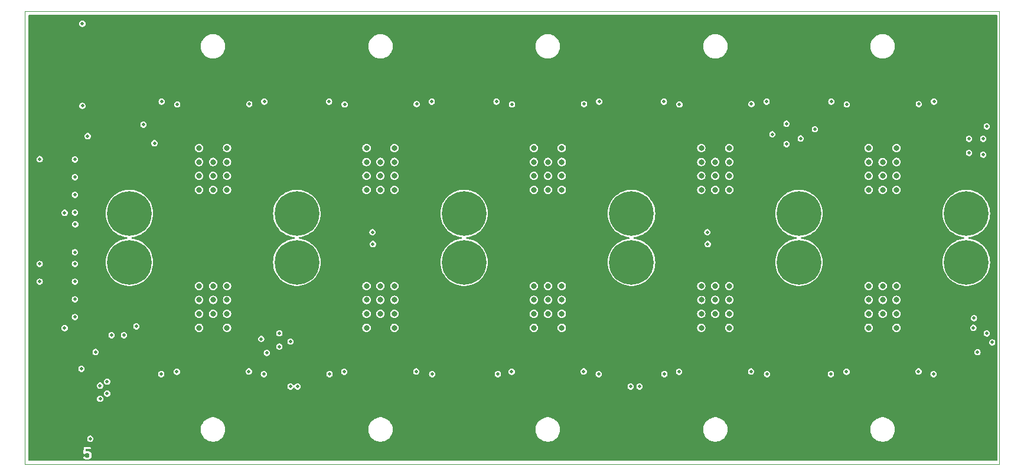
<source format=gbr>
%TF.GenerationSoftware,KiCad,Pcbnew,8.0.6*%
%TF.CreationDate,2024-12-06T19:08:14+01:00*%
%TF.ProjectId,AsicsBoard - 10xBM1370 - 01A,41736963-7342-46f6-9172-64202d203130,rev?*%
%TF.SameCoordinates,Original*%
%TF.FileFunction,Copper,L5,Inr*%
%TF.FilePolarity,Positive*%
%FSLAX46Y46*%
G04 Gerber Fmt 4.6, Leading zero omitted, Abs format (unit mm)*
G04 Created by KiCad (PCBNEW 8.0.6) date 2024-12-06 19:08:14*
%MOMM*%
%LPD*%
G01*
G04 APERTURE LIST*
%ADD10C,0.300000*%
%TA.AperFunction,ComponentPad*%
%ADD11C,0.800000*%
%TD*%
%TA.AperFunction,ComponentPad*%
%ADD12C,6.400000*%
%TD*%
%TA.AperFunction,ViaPad*%
%ADD13C,0.500000*%
%TD*%
%TA.AperFunction,ViaPad*%
%ADD14C,0.800000*%
%TD*%
%TA.AperFunction,Profile*%
%ADD15C,0.100000*%
%TD*%
G04 APERTURE END LIST*
D10*
G36*
X74727768Y-119482495D02*
G01*
X73237991Y-119482495D01*
X73237991Y-118394594D01*
X73404658Y-118394594D01*
X73406840Y-118401825D01*
X73406840Y-118409378D01*
X73415231Y-118429637D01*
X73421565Y-118450626D01*
X73426346Y-118456470D01*
X73429238Y-118463450D01*
X73444742Y-118478953D01*
X73458626Y-118495923D01*
X73465282Y-118499494D01*
X73470624Y-118504835D01*
X73490878Y-118513224D01*
X73510201Y-118523590D01*
X73517718Y-118524341D01*
X73524696Y-118527232D01*
X73546619Y-118527232D01*
X73568438Y-118529414D01*
X73575669Y-118527232D01*
X73583222Y-118527232D01*
X73603481Y-118518840D01*
X73624470Y-118512507D01*
X73630314Y-118507725D01*
X73637294Y-118504834D01*
X73660025Y-118486179D01*
X73714241Y-118431962D01*
X73803653Y-118387257D01*
X74089977Y-118387257D01*
X74179390Y-118431963D01*
X74216393Y-118468967D01*
X74261101Y-118558381D01*
X74261101Y-118844703D01*
X74216393Y-118934117D01*
X74179390Y-118971121D01*
X74089977Y-119015828D01*
X73803653Y-119015828D01*
X73714241Y-118971122D01*
X73660025Y-118916906D01*
X73637294Y-118898251D01*
X73583222Y-118875853D01*
X73524696Y-118875853D01*
X73470624Y-118898250D01*
X73429238Y-118939635D01*
X73406840Y-118993707D01*
X73406840Y-119052233D01*
X73429237Y-119106305D01*
X73447891Y-119129036D01*
X73519319Y-119200465D01*
X73530821Y-119209904D01*
X73533419Y-119212900D01*
X73537933Y-119215741D01*
X73542050Y-119219120D01*
X73545708Y-119220635D01*
X73558305Y-119228564D01*
X73701163Y-119299993D01*
X73728626Y-119310502D01*
X73734001Y-119310883D01*
X73738980Y-119312946D01*
X73768244Y-119315828D01*
X74125386Y-119315828D01*
X74154650Y-119312946D01*
X74159628Y-119310883D01*
X74165004Y-119310502D01*
X74192467Y-119299992D01*
X74335326Y-119228564D01*
X74347920Y-119220635D01*
X74351580Y-119219120D01*
X74355700Y-119215738D01*
X74360211Y-119212899D01*
X74362805Y-119209907D01*
X74374311Y-119200465D01*
X74445739Y-119129036D01*
X74455177Y-119117535D01*
X74458171Y-119114939D01*
X74461011Y-119110426D01*
X74464393Y-119106306D01*
X74465908Y-119102646D01*
X74473836Y-119090053D01*
X74545265Y-118947197D01*
X74555774Y-118919733D01*
X74556155Y-118914358D01*
X74558219Y-118909378D01*
X74561101Y-118880114D01*
X74561101Y-118522971D01*
X74558219Y-118493707D01*
X74556155Y-118488726D01*
X74555774Y-118483352D01*
X74545265Y-118455888D01*
X74473836Y-118313032D01*
X74465908Y-118300438D01*
X74464393Y-118296779D01*
X74461011Y-118292658D01*
X74458171Y-118288146D01*
X74455177Y-118285549D01*
X74445739Y-118274049D01*
X74374311Y-118202620D01*
X74362805Y-118193177D01*
X74360211Y-118190186D01*
X74355700Y-118187346D01*
X74351580Y-118183965D01*
X74347920Y-118182449D01*
X74335326Y-118174521D01*
X74192467Y-118103093D01*
X74165004Y-118092583D01*
X74159628Y-118092201D01*
X74154650Y-118090139D01*
X74125386Y-118087257D01*
X73768244Y-118087257D01*
X73738980Y-118090139D01*
X73734001Y-118092201D01*
X73733493Y-118092237D01*
X73761135Y-117815828D01*
X74339672Y-117815828D01*
X74368936Y-117812946D01*
X74423008Y-117790548D01*
X74464392Y-117749164D01*
X74486790Y-117695092D01*
X74486790Y-117636564D01*
X74464392Y-117582492D01*
X74423008Y-117541108D01*
X74368936Y-117518710D01*
X74339672Y-117515828D01*
X73625386Y-117515828D01*
X73614559Y-117516894D01*
X73610906Y-117516529D01*
X73607338Y-117517605D01*
X73596122Y-117518710D01*
X73575859Y-117527103D01*
X73554874Y-117533435D01*
X73549029Y-117538216D01*
X73542050Y-117541108D01*
X73526544Y-117556613D01*
X73509577Y-117570496D01*
X73506006Y-117577151D01*
X73500666Y-117582492D01*
X73492274Y-117602749D01*
X73481910Y-117622071D01*
X73479695Y-117633118D01*
X73478268Y-117636564D01*
X73478268Y-117640238D01*
X73476130Y-117650903D01*
X73404702Y-118365189D01*
X73404658Y-118394594D01*
X73237991Y-118394594D01*
X73237991Y-117349161D01*
X74727768Y-117349161D01*
X74727768Y-119482495D01*
G37*
D11*
%TO.N,VPWR_ASIC*%
%TO.C,H33*%
X202600000Y-91000000D03*
X201900000Y-92900000D03*
X201900000Y-89100000D03*
X200000000Y-93600000D03*
D12*
X200000000Y-91000000D03*
D11*
X200000000Y-88400000D03*
X198100000Y-92900000D03*
X198100000Y-89100000D03*
X197400000Y-91000000D03*
%TD*%
%TO.N,VPWR_ASIC*%
%TO.C,H11*%
X82600000Y-84000000D03*
X81900000Y-85900000D03*
X81900000Y-82100000D03*
X80000000Y-86600000D03*
D12*
X80000000Y-84000000D03*
D11*
X80000000Y-81400000D03*
X78100000Y-85900000D03*
X78100000Y-82100000D03*
X77400000Y-84000000D03*
%TD*%
%TO.N,VPWR_ASIC*%
%TO.C,H27*%
X178600000Y-84000000D03*
X177900000Y-85900000D03*
X177900000Y-82100000D03*
X176000000Y-86600000D03*
D12*
X176000000Y-84000000D03*
D11*
X176000000Y-81400000D03*
X174100000Y-85900000D03*
X174100000Y-82100000D03*
X173400000Y-84000000D03*
%TD*%
%TO.N,GND*%
%TO.C,H14*%
X82600000Y-115000000D03*
X81900000Y-116900000D03*
X81900000Y-113100000D03*
X80000000Y-117600000D03*
D12*
X80000000Y-115000000D03*
D11*
X80000000Y-112400000D03*
X78100000Y-116900000D03*
X78100000Y-113100000D03*
X77400000Y-115000000D03*
%TD*%
%TO.N,GND*%
%TO.C,H34*%
X202600000Y-115000000D03*
X201900000Y-116900000D03*
X201900000Y-113100000D03*
X200000000Y-117600000D03*
D12*
X200000000Y-115000000D03*
D11*
X200000000Y-112400000D03*
X198100000Y-116900000D03*
X198100000Y-113100000D03*
X197400000Y-115000000D03*
%TD*%
%TO.N,VPWR_ASIC*%
%TO.C,H21*%
X130600000Y-91000000D03*
X129900000Y-92900000D03*
X129900000Y-89100000D03*
X128000000Y-93600000D03*
D12*
X128000000Y-91000000D03*
D11*
X128000000Y-88400000D03*
X126100000Y-92900000D03*
X126100000Y-89100000D03*
X125400000Y-91000000D03*
%TD*%
%TO.N,GND*%
%TO.C,H20*%
X130600000Y-60000000D03*
X129900000Y-61900000D03*
X129900000Y-58100000D03*
X128000000Y-62600000D03*
D12*
X128000000Y-60000000D03*
D11*
X128000000Y-57400000D03*
X126100000Y-61900000D03*
X126100000Y-58100000D03*
X125400000Y-60000000D03*
%TD*%
%TO.N,VPWR_ASIC*%
%TO.C,H19*%
X130600000Y-84000000D03*
X129900000Y-85900000D03*
X129900000Y-82100000D03*
X128000000Y-86600000D03*
D12*
X128000000Y-84000000D03*
D11*
X128000000Y-81400000D03*
X126100000Y-85900000D03*
X126100000Y-82100000D03*
X125400000Y-84000000D03*
%TD*%
%TO.N,GND*%
%TO.C,H32*%
X202600000Y-60000000D03*
X201900000Y-61900000D03*
X201900000Y-58100000D03*
X200000000Y-62600000D03*
D12*
X200000000Y-60000000D03*
D11*
X200000000Y-57400000D03*
X198100000Y-61900000D03*
X198100000Y-58100000D03*
X197400000Y-60000000D03*
%TD*%
%TO.N,VPWR_ASIC*%
%TO.C,H13*%
X82600000Y-91000000D03*
X81900000Y-92900000D03*
X81900000Y-89100000D03*
X80000000Y-93600000D03*
D12*
X80000000Y-91000000D03*
D11*
X80000000Y-88400000D03*
X78100000Y-92900000D03*
X78100000Y-89100000D03*
X77400000Y-91000000D03*
%TD*%
%TO.N,VPWR_ASIC*%
%TO.C,H31*%
X202600000Y-84000000D03*
X201900000Y-85900000D03*
X201900000Y-82100000D03*
X200000000Y-86600000D03*
D12*
X200000000Y-84000000D03*
D11*
X200000000Y-81400000D03*
X198100000Y-85900000D03*
X198100000Y-82100000D03*
X197400000Y-84000000D03*
%TD*%
%TO.N,GND*%
%TO.C,H30*%
X178600000Y-115000000D03*
X177900000Y-116900000D03*
X177900000Y-113100000D03*
X176000000Y-117600000D03*
D12*
X176000000Y-115000000D03*
D11*
X176000000Y-112400000D03*
X174100000Y-116900000D03*
X174100000Y-113100000D03*
X173400000Y-115000000D03*
%TD*%
%TO.N,VPWR_ASIC*%
%TO.C,H23*%
X154600000Y-84000000D03*
X153900000Y-85900000D03*
X153900000Y-82100000D03*
X152000000Y-86600000D03*
D12*
X152000000Y-84000000D03*
D11*
X152000000Y-81400000D03*
X150100000Y-85900000D03*
X150100000Y-82100000D03*
X149400000Y-84000000D03*
%TD*%
%TO.N,VPWR_ASIC*%
%TO.C,H17*%
X106600000Y-91000000D03*
X105900000Y-92900000D03*
X105900000Y-89100000D03*
X104000000Y-93600000D03*
D12*
X104000000Y-91000000D03*
D11*
X104000000Y-88400000D03*
X102100000Y-92900000D03*
X102100000Y-89100000D03*
X101400000Y-91000000D03*
%TD*%
%TO.N,VPWR_ASIC*%
%TO.C,H25*%
X154600000Y-91000000D03*
X153900000Y-92900000D03*
X153900000Y-89100000D03*
X152000000Y-93600000D03*
D12*
X152000000Y-91000000D03*
D11*
X152000000Y-88400000D03*
X150100000Y-92900000D03*
X150100000Y-89100000D03*
X149400000Y-91000000D03*
%TD*%
%TO.N,GND*%
%TO.C,H22*%
X130600000Y-115000000D03*
X129900000Y-116900000D03*
X129900000Y-113100000D03*
X128000000Y-117600000D03*
D12*
X128000000Y-115000000D03*
D11*
X128000000Y-112400000D03*
X126100000Y-116900000D03*
X126100000Y-113100000D03*
X125400000Y-115000000D03*
%TD*%
%TO.N,VPWR_ASIC*%
%TO.C,H15*%
X106600000Y-84000000D03*
X105900000Y-85900000D03*
X105900000Y-82100000D03*
X104000000Y-86600000D03*
D12*
X104000000Y-84000000D03*
D11*
X104000000Y-81400000D03*
X102100000Y-85900000D03*
X102100000Y-82100000D03*
X101400000Y-84000000D03*
%TD*%
%TO.N,GND*%
%TO.C,H12*%
X82600000Y-60000000D03*
X81900000Y-61900000D03*
X81900000Y-58100000D03*
X80000000Y-62600000D03*
D12*
X80000000Y-60000000D03*
D11*
X80000000Y-57400000D03*
X78100000Y-61900000D03*
X78100000Y-58100000D03*
X77400000Y-60000000D03*
%TD*%
%TO.N,VPWR_ASIC*%
%TO.C,H29*%
X178600000Y-91000000D03*
X177900000Y-92900000D03*
X177900000Y-89100000D03*
X176000000Y-93600000D03*
D12*
X176000000Y-91000000D03*
D11*
X176000000Y-88400000D03*
X174100000Y-92900000D03*
X174100000Y-89100000D03*
X173400000Y-91000000D03*
%TD*%
%TO.N,GND*%
%TO.C,H24*%
X154600000Y-60000000D03*
X153900000Y-61900000D03*
X153900000Y-58100000D03*
X152000000Y-62600000D03*
D12*
X152000000Y-60000000D03*
D11*
X152000000Y-57400000D03*
X150100000Y-61900000D03*
X150100000Y-58100000D03*
X149400000Y-60000000D03*
%TD*%
%TO.N,GND*%
%TO.C,H18*%
X106600000Y-115000000D03*
X105900000Y-116900000D03*
X105900000Y-113100000D03*
X104000000Y-117600000D03*
D12*
X104000000Y-115000000D03*
D11*
X104000000Y-112400000D03*
X102100000Y-116900000D03*
X102100000Y-113100000D03*
X101400000Y-115000000D03*
%TD*%
%TO.N,GND*%
%TO.C,H26*%
X154600000Y-115000000D03*
X153900000Y-116900000D03*
X153900000Y-113100000D03*
X152000000Y-117600000D03*
D12*
X152000000Y-115000000D03*
D11*
X152000000Y-112400000D03*
X150100000Y-116900000D03*
X150100000Y-113100000D03*
X149400000Y-115000000D03*
%TD*%
%TO.N,GND*%
%TO.C,H28*%
X178600000Y-60000000D03*
X177900000Y-61900000D03*
X177900000Y-58100000D03*
X176000000Y-62600000D03*
D12*
X176000000Y-60000000D03*
D11*
X176000000Y-57400000D03*
X174100000Y-61900000D03*
X174100000Y-58100000D03*
X173400000Y-60000000D03*
%TD*%
%TO.N,GND*%
%TO.C,H16*%
X106600000Y-60000000D03*
X105900000Y-61900000D03*
X105900000Y-58100000D03*
X104000000Y-62600000D03*
D12*
X104000000Y-60000000D03*
D11*
X104000000Y-57400000D03*
X102100000Y-61900000D03*
X102100000Y-58100000D03*
X101400000Y-60000000D03*
%TD*%
D13*
%TO.N,/CTN2*%
X72195000Y-91232000D03*
%TO.N,/CTN2_RTN*%
X72195000Y-93772000D03*
%TO.N,/CTN1*%
X72195000Y-96312000D03*
%TO.N,/CTN1_RTN*%
X72195000Y-98852000D03*
%TO.N,/VSP*%
X67145000Y-91232000D03*
%TO.N,/VSN*%
X67145000Y-93772000D03*
%TO.N,+1.2V*%
X70715000Y-83900000D03*
%TO.N,/ASICs/ASICs_BM1370_1/CO1*%
X98900000Y-102000000D03*
%TO.N,/ASICs/ASICs_BM1370_1/RSTO1*%
X101500000Y-101200000D03*
%TO.N,/ASICs/ASICs_BM1370_1/RI1*%
X103100000Y-102380000D03*
%TO.N,/ASICs/ASICs_BM1370_1/CLKO1*%
X101500000Y-103100000D03*
%TO.N,/ASICs/ASICs_BM1370_1/BO1*%
X99700000Y-104000000D03*
%TO.N,+1.2V*%
X74017000Y-72883000D03*
%TO.N,/CTN1*%
X114914000Y-88377000D03*
%TO.N,/CTN1_RTN*%
X114860000Y-86675000D03*
%TO.N,/CTN2*%
X162920000Y-88377000D03*
%TO.N,/CTN2_RTN*%
X162866000Y-86675000D03*
%TO.N,+0.8V*%
X84627000Y-67930000D03*
X99348000Y-67930000D03*
X108630000Y-67930000D03*
X123351000Y-67930000D03*
X132633000Y-67930000D03*
X147354000Y-67930000D03*
X171357000Y-67930000D03*
X180639000Y-67930000D03*
X195360000Y-67930000D03*
%TO.N,+5V_STDBY*%
X73128000Y-106284000D03*
X67145000Y-76185000D03*
X73255000Y-56754000D03*
D14*
%TO.N,GND*%
X94000000Y-103500000D03*
D13*
X99320000Y-108000000D03*
X122200000Y-74500000D03*
X67032000Y-64882000D03*
D14*
X114000000Y-103500000D03*
X138000000Y-108508000D03*
D13*
X159180000Y-96200000D03*
D14*
X162000000Y-73000000D03*
D13*
X180680000Y-104500000D03*
X157500000Y-105700000D03*
D14*
X166000000Y-71500000D03*
D13*
X134596000Y-66160000D03*
X96820000Y-96200000D03*
D14*
X190000000Y-103500000D03*
X90000000Y-68500000D03*
X166000000Y-66500000D03*
X186000000Y-106500000D03*
D13*
X194500000Y-69454010D03*
X168820000Y-95200000D03*
X192820000Y-95200000D03*
X193524000Y-108816000D03*
X135180000Y-79800000D03*
X67032000Y-60310000D03*
X168820000Y-78800000D03*
D14*
X118000000Y-66500000D03*
D13*
X123300000Y-78620000D03*
D14*
X138000000Y-71500000D03*
D13*
X144820000Y-95200000D03*
X183200000Y-95200000D03*
D14*
X162000000Y-108508000D03*
D13*
X158472000Y-69708000D03*
X108700000Y-78620000D03*
D14*
X186000000Y-68500000D03*
D13*
X108680000Y-67000000D03*
D14*
X114000000Y-73000000D03*
X116000000Y-66500000D03*
D13*
X183180000Y-78800000D03*
D14*
X114000000Y-106500000D03*
D13*
X144800000Y-79800000D03*
X99320000Y-70500000D03*
D14*
X162000000Y-66500000D03*
X142000000Y-106500000D03*
X92000000Y-66500000D03*
X90000000Y-102000000D03*
D13*
X98200000Y-100500000D03*
X159180000Y-78800000D03*
D14*
X94000000Y-68500000D03*
D13*
X87180000Y-79800000D03*
D14*
X138000000Y-105000000D03*
D13*
X195300000Y-78620000D03*
D14*
X186000000Y-70000000D03*
D13*
X86500000Y-108734000D03*
D14*
X92000000Y-108500000D03*
X190000000Y-68500000D03*
X162000000Y-106500000D03*
D13*
X180700000Y-96380000D03*
D14*
X186000000Y-105000000D03*
D13*
X66943500Y-114704500D03*
X183180000Y-96200000D03*
D14*
X90000000Y-70000000D03*
X94000000Y-70000000D03*
D13*
X99320000Y-67000000D03*
X135180000Y-78800000D03*
X109500000Y-105700000D03*
X97512000Y-108816000D03*
D14*
X190000000Y-105000000D03*
X138000000Y-66500000D03*
D13*
X144820000Y-78800000D03*
D14*
X188000000Y-66500000D03*
D13*
X110466000Y-69708000D03*
X84680000Y-108000000D03*
X110466000Y-108816000D03*
D14*
X114000000Y-108500000D03*
X114000000Y-70000000D03*
D13*
X156700000Y-78620000D03*
X97512000Y-66160000D03*
X123320000Y-108000000D03*
X108700000Y-96380000D03*
D14*
X186000000Y-108508000D03*
X94000000Y-71500000D03*
D13*
X84700000Y-96380000D03*
X181800000Y-74500000D03*
D14*
X162000000Y-70000000D03*
X94000000Y-102000000D03*
D13*
X120820000Y-95200000D03*
D14*
X166000000Y-108508000D03*
D13*
X86590000Y-69708000D03*
X84700000Y-78620000D03*
D14*
X114000000Y-105000000D03*
X114000000Y-71500000D03*
X142000000Y-66500000D03*
X90000000Y-73000000D03*
D13*
X182602000Y-66160000D03*
X145518000Y-108816000D03*
X180700000Y-78620000D03*
D14*
X94000000Y-66500000D03*
D13*
X171320000Y-108000000D03*
X146500000Y-105700000D03*
X157800000Y-100500000D03*
X168820000Y-96200000D03*
D14*
X189996441Y-66468000D03*
D13*
X147320000Y-70500000D03*
D14*
X190000000Y-102000000D03*
D13*
X170200000Y-100500000D03*
D14*
X186000000Y-71500000D03*
D13*
X85446994Y-105268000D03*
X171320000Y-67000000D03*
D14*
X138000000Y-68500000D03*
X166000000Y-106500000D03*
X166000000Y-68500000D03*
X90000000Y-103500000D03*
D13*
X171300000Y-78620000D03*
D14*
X142000000Y-70000000D03*
X114000000Y-66500000D03*
D13*
X181500000Y-105700000D03*
X122500000Y-105700000D03*
D14*
X90000000Y-71500000D03*
X186000000Y-66500000D03*
X138000000Y-106500000D03*
X118000000Y-73000000D03*
X142000000Y-103500000D03*
X94000000Y-108500000D03*
D13*
X111200000Y-95200000D03*
X67145000Y-83852000D03*
X183180000Y-79800000D03*
X109800000Y-74500000D03*
X109800000Y-100500000D03*
X182602000Y-108816000D03*
X71096000Y-106284000D03*
D14*
X94000000Y-73000000D03*
D13*
X146200000Y-100500000D03*
D14*
X162000000Y-68500000D03*
D13*
X84680000Y-67000000D03*
X156680000Y-67000000D03*
X99300000Y-96380000D03*
D14*
X142000000Y-68500000D03*
X94000000Y-105000000D03*
X138000000Y-73000000D03*
D13*
X133800000Y-100500000D03*
D14*
X162000000Y-103500000D03*
D13*
X194200000Y-100500000D03*
X156680000Y-108000000D03*
X133500000Y-105700000D03*
D14*
X142000000Y-71500000D03*
X90000000Y-105000000D03*
D13*
X133800000Y-74500000D03*
X111180000Y-79800000D03*
D14*
X140000000Y-66500000D03*
D13*
X96820000Y-95200000D03*
X120820000Y-78800000D03*
D14*
X118000000Y-108500000D03*
D13*
X156680000Y-104500000D03*
X98200000Y-74500000D03*
X70080000Y-58024000D03*
D14*
X118000000Y-71500000D03*
D13*
X157800000Y-74500000D03*
X108680000Y-108000000D03*
D14*
X166000000Y-70000000D03*
D13*
X134596000Y-69708000D03*
X132700000Y-78620000D03*
D14*
X118000000Y-103500000D03*
D13*
X159180000Y-79800000D03*
X147300000Y-78620000D03*
X71096000Y-115809000D03*
D14*
X164000000Y-66500000D03*
D13*
X182602000Y-69708000D03*
X170500000Y-69454000D03*
D14*
X166000000Y-103500000D03*
D13*
X87180000Y-96200000D03*
D14*
X118000000Y-106500000D03*
D13*
X144820000Y-96200000D03*
X193524000Y-66160000D03*
D14*
X164000000Y-108508000D03*
D13*
X86590000Y-66160000D03*
D14*
X118000000Y-102000000D03*
D13*
X156700000Y-96380000D03*
D14*
X142000000Y-108508000D03*
X118000000Y-70000000D03*
D13*
X180680000Y-108000000D03*
X98500000Y-69454002D03*
D14*
X142000000Y-105000000D03*
D13*
X111180000Y-78800000D03*
X158472000Y-108816000D03*
D14*
X190000000Y-108508000D03*
D13*
X169394000Y-108816000D03*
X85800000Y-74500000D03*
D14*
X138000000Y-102000000D03*
X118000000Y-68500000D03*
D13*
X195320000Y-70500000D03*
X121388000Y-66160000D03*
D14*
X186000000Y-102000000D03*
D13*
X195320000Y-108000000D03*
X96820000Y-78800000D03*
X146500000Y-69454000D03*
X98500000Y-105700000D03*
D14*
X190000000Y-73000000D03*
D13*
X68810000Y-105141000D03*
X123320000Y-70500000D03*
X71527000Y-112380000D03*
X134596000Y-108816000D03*
X192820000Y-96200000D03*
X110466000Y-66160000D03*
X170500000Y-105700000D03*
X135180000Y-96200000D03*
D14*
X118000000Y-105000000D03*
D13*
X120820000Y-96200000D03*
X132680000Y-108000000D03*
X146200000Y-74500000D03*
X121388000Y-108816000D03*
D14*
X166000000Y-105000000D03*
D13*
X87180000Y-78800000D03*
X147320000Y-67000000D03*
X123320000Y-67000000D03*
X159200000Y-95200000D03*
X122200000Y-100500000D03*
X145518000Y-66160000D03*
X171300000Y-96380000D03*
D14*
X166000000Y-102000000D03*
D13*
X87200000Y-95200000D03*
X181800000Y-100500000D03*
D14*
X188000000Y-108508000D03*
D13*
X168800000Y-79800000D03*
X132680000Y-67000000D03*
X71477000Y-62596000D03*
X192800000Y-79800000D03*
D14*
X90000000Y-66500000D03*
X90000000Y-106500000D03*
X190000000Y-106500000D03*
D13*
X192820000Y-78800000D03*
X99300000Y-78620000D03*
D14*
X186000000Y-73000000D03*
D13*
X66943500Y-110132500D03*
X195300000Y-96380000D03*
X85800000Y-100500000D03*
X84680000Y-104500000D03*
D14*
X162000000Y-102000000D03*
X142000000Y-102000000D03*
D13*
X169394000Y-66160000D03*
D14*
X114000000Y-68500000D03*
X142000000Y-73000000D03*
X190000000Y-71500000D03*
D13*
X132700000Y-96380000D03*
D14*
X140000000Y-108508000D03*
D13*
X75600000Y-88500000D03*
X120800000Y-79800000D03*
X158472000Y-66160000D03*
X194500000Y-105700000D03*
D14*
X162000000Y-71500000D03*
X94000000Y-106500000D03*
X190000000Y-70000000D03*
D13*
X96800000Y-79800000D03*
X147300000Y-96380000D03*
X111180000Y-96200000D03*
X132680000Y-104500000D03*
D14*
X114000000Y-102000000D03*
X138000000Y-70000000D03*
D13*
X123300000Y-96380000D03*
X170200000Y-74500000D03*
D14*
X166000000Y-73000000D03*
D13*
X195320000Y-67000000D03*
D14*
X138000000Y-103500000D03*
D13*
X180680000Y-67000000D03*
X194200000Y-74500000D03*
D14*
X162000000Y-105000000D03*
D13*
X122500000Y-69453982D03*
D14*
X186000000Y-103500000D03*
D13*
X70080000Y-67168000D03*
X171320000Y-70500000D03*
X147320000Y-108000000D03*
X73166500Y-101204000D03*
X108680000Y-104500000D03*
D14*
X90000000Y-108500000D03*
X116000000Y-108500000D03*
D13*
X135200000Y-95200000D03*
%TO.N,+0.8V*%
X123412000Y-107046000D03*
X156702000Y-107046000D03*
X147288000Y-107046000D03*
X84566000Y-107046000D03*
X180578000Y-107046000D03*
X99282000Y-107046000D03*
X108696000Y-107046000D03*
X171418000Y-107046000D03*
X132826000Y-107046000D03*
X74398000Y-116317000D03*
X195294000Y-107046000D03*
%TO.N,+1.2V*%
X86810000Y-106710000D03*
X97190000Y-68290000D03*
X72195000Y-83852000D03*
X86860000Y-68340000D03*
X97140000Y-106660000D03*
X158860000Y-68340000D03*
X193190000Y-68290000D03*
X70715000Y-100442000D03*
X134810000Y-106710000D03*
X169190000Y-68290000D03*
X121190000Y-68290000D03*
X110860000Y-68340000D03*
X110810000Y-106710000D03*
X182860000Y-68340000D03*
X158810000Y-106710000D03*
X73276500Y-68543500D03*
X134860000Y-68340000D03*
X182810000Y-106710000D03*
X121140000Y-106660000D03*
X193140000Y-106660000D03*
X145190000Y-68290000D03*
X145140000Y-106660000D03*
X169140000Y-106660000D03*
D14*
%TO.N,VPWR_ASIC*%
X162000000Y-78600000D03*
X116000000Y-96400000D03*
X118000000Y-94400000D03*
X166000000Y-98400000D03*
X186000000Y-76600000D03*
X118000000Y-96400000D03*
X164000000Y-96400000D03*
X118000000Y-78600000D03*
X118000000Y-100400000D03*
X186000000Y-80600000D03*
X92000000Y-80600000D03*
X116000000Y-98400000D03*
X118000000Y-74600000D03*
X162000000Y-80600000D03*
X188000000Y-78600000D03*
X190000000Y-98400000D03*
X114000000Y-98400000D03*
X186000000Y-94400000D03*
X138000000Y-94400000D03*
X116000000Y-76600000D03*
X116000000Y-78600000D03*
X190000000Y-96400000D03*
X162000000Y-100400000D03*
X114000000Y-74600000D03*
X116000000Y-94400000D03*
X166000000Y-100400000D03*
X140000000Y-78600000D03*
X140000000Y-98400000D03*
X138000000Y-74600000D03*
X142000000Y-94400000D03*
X114000000Y-100400000D03*
X164000000Y-80600000D03*
X90000000Y-98400000D03*
X92000000Y-78600000D03*
X138000000Y-100400000D03*
X186000000Y-74600000D03*
X94000000Y-74600000D03*
X94000000Y-100400000D03*
X142000000Y-78600000D03*
X190000000Y-94400000D03*
X94000000Y-98400000D03*
X142000000Y-80600000D03*
X186000000Y-96400000D03*
X90000000Y-94400000D03*
X118000000Y-80600000D03*
X140000000Y-80600000D03*
X140000000Y-76600000D03*
X190000000Y-76600000D03*
X114000000Y-94400000D03*
X190000000Y-80600000D03*
X140000000Y-96400000D03*
X164000000Y-78600000D03*
X166000000Y-78600000D03*
X92000000Y-94400000D03*
X116000000Y-80600000D03*
X114000000Y-96400000D03*
X164000000Y-76600000D03*
X164000000Y-94400000D03*
X186000000Y-100400000D03*
X166000000Y-74600000D03*
X186000000Y-98400000D03*
X94000000Y-94400000D03*
X114000000Y-76600000D03*
X90000000Y-74600000D03*
X166000000Y-96400000D03*
X94000000Y-96400000D03*
X142000000Y-100400000D03*
X162000000Y-76600000D03*
X190000000Y-78600000D03*
X142000000Y-74600000D03*
X138000000Y-80600000D03*
X166000000Y-94400000D03*
X94000000Y-78600000D03*
X90000000Y-76600000D03*
X114000000Y-78600000D03*
X186000000Y-78600000D03*
X94000000Y-76600000D03*
X118000000Y-98400000D03*
X188000000Y-98400000D03*
X166000000Y-76600000D03*
X162000000Y-74600000D03*
X166000000Y-80600000D03*
X188000000Y-96400000D03*
X90000000Y-78600000D03*
X138000000Y-96400000D03*
X138000000Y-76600000D03*
X162000000Y-96400000D03*
X90000000Y-96400000D03*
X190000000Y-74600000D03*
X190000000Y-100400000D03*
X140000000Y-94400000D03*
X92000000Y-98400000D03*
X90000000Y-80600000D03*
X114000000Y-80600000D03*
X188000000Y-80600000D03*
X138000000Y-98400000D03*
X92000000Y-96400000D03*
X162000000Y-94400000D03*
X142000000Y-96400000D03*
X92000000Y-76600000D03*
X138000000Y-78600000D03*
X94000000Y-80600000D03*
X142000000Y-76600000D03*
X188000000Y-76600000D03*
X142000000Y-98400000D03*
X162000000Y-98400000D03*
X90000000Y-100400000D03*
X188000000Y-94400000D03*
X164000000Y-98400000D03*
X118000000Y-76600000D03*
D13*
%TO.N,/VSP*%
X72239000Y-85555000D03*
%TO.N,/VSN*%
X72200000Y-89548000D03*
%TO.N,/CTN1_RTN*%
X103100000Y-108824000D03*
X76811000Y-108117591D03*
%TO.N,/CTN1*%
X104116000Y-108824000D03*
X75795000Y-108697000D03*
%TO.N,/CTN2*%
X75804668Y-110592332D03*
X153138000Y-108824000D03*
%TO.N,/CTN2_RTN*%
X151868000Y-108824000D03*
X76811000Y-109840000D03*
%TO.N,/RSTIn*%
X81002000Y-100188000D03*
X72195000Y-76232000D03*
%TO.N,/CLKI*%
X75160000Y-103871000D03*
%TO.N,/CI*%
X72195000Y-78772000D03*
X79224000Y-101458000D03*
%TO.N,/RO*%
X72195000Y-81312000D03*
X77446000Y-101458000D03*
%TO.N,/ASICs/ASICs_BM1370_2/RI1*%
X172188000Y-72620000D03*
%TO.N,/ASICs/ASICs_BM1370_2/CO1*%
X176252000Y-73220000D03*
%TO.N,/ASICs/ASICs_BM1370_1/BM1370-4/RI*%
X200382000Y-73264000D03*
X202922000Y-101204000D03*
%TO.N,/ASICs/ASICs_BM1370_2/CLKO1*%
X178284000Y-71900000D03*
%TO.N,/ASICs/ASICs_BM1370_2/BO1*%
X174220000Y-71100000D03*
%TO.N,/ASICs/ASICs_BM1370_1/BM1370-4/CO*%
X202414000Y-75550000D03*
X201000000Y-100400000D03*
%TO.N,/ASICs/ASICs_BM1370_1/BM1370-4/CLKO*%
X202414000Y-73264000D03*
X203699996Y-102500000D03*
%TO.N,/ASICs/ASICs_BM1370_1/BM1370-4/BO*%
X201600000Y-103900000D03*
X202922000Y-71486000D03*
%TO.N,/ASICs/ASICs_BM1370_2/BM1370-4/CLKO*%
X82018000Y-71232000D03*
%TO.N,/ASICs/ASICs_BM1370_1/BM1370-4/RSTO_n*%
X200382000Y-75296000D03*
X201094027Y-99029027D03*
%TO.N,/ASICs/ASICs_BM1370_2/BM1370-4/RSTO_n*%
X83600000Y-73900000D03*
%TO.N,/ASICs/ASICs_BM1370_2/RSTO1*%
X174220000Y-74026000D03*
%TO.N,+0.8V*%
X156636000Y-67930000D03*
%TD*%
%TA.AperFunction,Conductor*%
%TO.N,GND*%
G36*
X204392539Y-55503685D02*
G01*
X204438294Y-55556489D01*
X204449500Y-55608000D01*
X204449500Y-119368000D01*
X204429815Y-119435039D01*
X204377011Y-119480794D01*
X204325500Y-119492000D01*
X74691826Y-119492000D01*
X74624787Y-119472315D01*
X74579032Y-119419511D01*
X74567826Y-119368000D01*
X74567826Y-117508629D01*
X73396759Y-117508629D01*
X73396759Y-119368000D01*
X73377074Y-119435039D01*
X73324270Y-119480794D01*
X73272759Y-119492000D01*
X65632000Y-119492000D01*
X65564961Y-119472315D01*
X65519206Y-119419511D01*
X65508000Y-119368000D01*
X65508000Y-116317000D01*
X73942867Y-116317000D01*
X73961302Y-116445225D01*
X74015117Y-116563061D01*
X74015118Y-116563063D01*
X74099951Y-116660967D01*
X74208931Y-116731004D01*
X74275330Y-116750500D01*
X74333225Y-116767499D01*
X74333227Y-116767500D01*
X74333228Y-116767500D01*
X74462773Y-116767500D01*
X74462773Y-116767499D01*
X74587069Y-116731004D01*
X74696049Y-116660967D01*
X74780882Y-116563063D01*
X74834697Y-116445226D01*
X74853133Y-116317000D01*
X74834697Y-116188774D01*
X74780882Y-116070937D01*
X74696049Y-115973033D01*
X74587069Y-115902996D01*
X74587065Y-115902994D01*
X74587064Y-115902994D01*
X74462774Y-115866500D01*
X74462772Y-115866500D01*
X74333228Y-115866500D01*
X74333226Y-115866500D01*
X74208935Y-115902994D01*
X74208932Y-115902995D01*
X74208931Y-115902996D01*
X74157677Y-115935934D01*
X74099950Y-115973033D01*
X74015118Y-116070937D01*
X74015117Y-116070938D01*
X73961302Y-116188774D01*
X73942867Y-116317000D01*
X65508000Y-116317000D01*
X65508000Y-114885258D01*
X90249500Y-114885258D01*
X90249500Y-115114741D01*
X90274446Y-115304215D01*
X90279452Y-115342238D01*
X90279453Y-115342240D01*
X90338842Y-115563887D01*
X90426650Y-115775876D01*
X90426657Y-115775890D01*
X90541392Y-115974617D01*
X90681081Y-116156661D01*
X90681089Y-116156670D01*
X90843330Y-116318911D01*
X90843338Y-116318918D01*
X91025382Y-116458607D01*
X91025385Y-116458608D01*
X91025388Y-116458611D01*
X91224112Y-116573344D01*
X91224117Y-116573346D01*
X91224123Y-116573349D01*
X91315480Y-116611190D01*
X91436113Y-116661158D01*
X91657762Y-116720548D01*
X91885266Y-116750500D01*
X91885273Y-116750500D01*
X92114727Y-116750500D01*
X92114734Y-116750500D01*
X92342238Y-116720548D01*
X92563887Y-116661158D01*
X92775888Y-116573344D01*
X92974612Y-116458611D01*
X93156661Y-116318919D01*
X93156665Y-116318914D01*
X93156670Y-116318911D01*
X93318911Y-116156670D01*
X93318914Y-116156665D01*
X93318919Y-116156661D01*
X93458611Y-115974612D01*
X93573344Y-115775888D01*
X93661158Y-115563887D01*
X93720548Y-115342238D01*
X93750500Y-115114734D01*
X93750500Y-114885266D01*
X93750499Y-114885258D01*
X114249500Y-114885258D01*
X114249500Y-115114741D01*
X114274446Y-115304215D01*
X114279452Y-115342238D01*
X114279453Y-115342240D01*
X114338842Y-115563887D01*
X114426650Y-115775876D01*
X114426657Y-115775890D01*
X114541392Y-115974617D01*
X114681081Y-116156661D01*
X114681089Y-116156670D01*
X114843330Y-116318911D01*
X114843338Y-116318918D01*
X115025382Y-116458607D01*
X115025385Y-116458608D01*
X115025388Y-116458611D01*
X115224112Y-116573344D01*
X115224117Y-116573346D01*
X115224123Y-116573349D01*
X115315480Y-116611190D01*
X115436113Y-116661158D01*
X115657762Y-116720548D01*
X115885266Y-116750500D01*
X115885273Y-116750500D01*
X116114727Y-116750500D01*
X116114734Y-116750500D01*
X116342238Y-116720548D01*
X116563887Y-116661158D01*
X116775888Y-116573344D01*
X116974612Y-116458611D01*
X117156661Y-116318919D01*
X117156665Y-116318914D01*
X117156670Y-116318911D01*
X117318911Y-116156670D01*
X117318914Y-116156665D01*
X117318919Y-116156661D01*
X117458611Y-115974612D01*
X117573344Y-115775888D01*
X117661158Y-115563887D01*
X117720548Y-115342238D01*
X117750500Y-115114734D01*
X117750500Y-114885266D01*
X117750499Y-114885258D01*
X138249500Y-114885258D01*
X138249500Y-115114741D01*
X138274446Y-115304215D01*
X138279452Y-115342238D01*
X138279453Y-115342240D01*
X138338842Y-115563887D01*
X138426650Y-115775876D01*
X138426657Y-115775890D01*
X138541392Y-115974617D01*
X138681081Y-116156661D01*
X138681089Y-116156670D01*
X138843330Y-116318911D01*
X138843338Y-116318918D01*
X139025382Y-116458607D01*
X139025385Y-116458608D01*
X139025388Y-116458611D01*
X139224112Y-116573344D01*
X139224117Y-116573346D01*
X139224123Y-116573349D01*
X139315480Y-116611190D01*
X139436113Y-116661158D01*
X139657762Y-116720548D01*
X139885266Y-116750500D01*
X139885273Y-116750500D01*
X140114727Y-116750500D01*
X140114734Y-116750500D01*
X140342238Y-116720548D01*
X140563887Y-116661158D01*
X140775888Y-116573344D01*
X140974612Y-116458611D01*
X141156661Y-116318919D01*
X141156665Y-116318914D01*
X141156670Y-116318911D01*
X141318911Y-116156670D01*
X141318914Y-116156665D01*
X141318919Y-116156661D01*
X141458611Y-115974612D01*
X141573344Y-115775888D01*
X141661158Y-115563887D01*
X141720548Y-115342238D01*
X141750500Y-115114734D01*
X141750500Y-114885266D01*
X141750499Y-114885258D01*
X162249500Y-114885258D01*
X162249500Y-115114741D01*
X162274446Y-115304215D01*
X162279452Y-115342238D01*
X162279453Y-115342240D01*
X162338842Y-115563887D01*
X162426650Y-115775876D01*
X162426657Y-115775890D01*
X162541392Y-115974617D01*
X162681081Y-116156661D01*
X162681089Y-116156670D01*
X162843330Y-116318911D01*
X162843338Y-116318918D01*
X163025382Y-116458607D01*
X163025385Y-116458608D01*
X163025388Y-116458611D01*
X163224112Y-116573344D01*
X163224117Y-116573346D01*
X163224123Y-116573349D01*
X163315480Y-116611190D01*
X163436113Y-116661158D01*
X163657762Y-116720548D01*
X163885266Y-116750500D01*
X163885273Y-116750500D01*
X164114727Y-116750500D01*
X164114734Y-116750500D01*
X164342238Y-116720548D01*
X164563887Y-116661158D01*
X164775888Y-116573344D01*
X164974612Y-116458611D01*
X165156661Y-116318919D01*
X165156665Y-116318914D01*
X165156670Y-116318911D01*
X165318911Y-116156670D01*
X165318914Y-116156665D01*
X165318919Y-116156661D01*
X165458611Y-115974612D01*
X165573344Y-115775888D01*
X165661158Y-115563887D01*
X165720548Y-115342238D01*
X165750500Y-115114734D01*
X165750500Y-114885266D01*
X165750499Y-114885258D01*
X186249500Y-114885258D01*
X186249500Y-115114741D01*
X186274446Y-115304215D01*
X186279452Y-115342238D01*
X186279453Y-115342240D01*
X186338842Y-115563887D01*
X186426650Y-115775876D01*
X186426657Y-115775890D01*
X186541392Y-115974617D01*
X186681081Y-116156661D01*
X186681089Y-116156670D01*
X186843330Y-116318911D01*
X186843338Y-116318918D01*
X187025382Y-116458607D01*
X187025385Y-116458608D01*
X187025388Y-116458611D01*
X187224112Y-116573344D01*
X187224117Y-116573346D01*
X187224123Y-116573349D01*
X187315480Y-116611190D01*
X187436113Y-116661158D01*
X187657762Y-116720548D01*
X187885266Y-116750500D01*
X187885273Y-116750500D01*
X188114727Y-116750500D01*
X188114734Y-116750500D01*
X188342238Y-116720548D01*
X188563887Y-116661158D01*
X188775888Y-116573344D01*
X188974612Y-116458611D01*
X189156661Y-116318919D01*
X189156665Y-116318914D01*
X189156670Y-116318911D01*
X189318911Y-116156670D01*
X189318914Y-116156665D01*
X189318919Y-116156661D01*
X189458611Y-115974612D01*
X189573344Y-115775888D01*
X189661158Y-115563887D01*
X189720548Y-115342238D01*
X189750500Y-115114734D01*
X189750500Y-114885266D01*
X189720548Y-114657762D01*
X189661158Y-114436113D01*
X189573344Y-114224112D01*
X189458611Y-114025388D01*
X189458608Y-114025385D01*
X189458607Y-114025382D01*
X189318918Y-113843338D01*
X189318911Y-113843330D01*
X189156670Y-113681089D01*
X189156661Y-113681081D01*
X188974617Y-113541392D01*
X188775890Y-113426657D01*
X188775876Y-113426650D01*
X188563887Y-113338842D01*
X188342238Y-113279452D01*
X188304215Y-113274446D01*
X188114741Y-113249500D01*
X188114734Y-113249500D01*
X187885266Y-113249500D01*
X187885258Y-113249500D01*
X187668715Y-113278009D01*
X187657762Y-113279452D01*
X187564076Y-113304554D01*
X187436112Y-113338842D01*
X187224123Y-113426650D01*
X187224109Y-113426657D01*
X187025382Y-113541392D01*
X186843338Y-113681081D01*
X186681081Y-113843338D01*
X186541392Y-114025382D01*
X186426657Y-114224109D01*
X186426650Y-114224123D01*
X186338842Y-114436112D01*
X186279453Y-114657759D01*
X186279451Y-114657770D01*
X186249500Y-114885258D01*
X165750499Y-114885258D01*
X165720548Y-114657762D01*
X165661158Y-114436113D01*
X165573344Y-114224112D01*
X165458611Y-114025388D01*
X165458608Y-114025385D01*
X165458607Y-114025382D01*
X165318918Y-113843338D01*
X165318911Y-113843330D01*
X165156670Y-113681089D01*
X165156661Y-113681081D01*
X164974617Y-113541392D01*
X164775890Y-113426657D01*
X164775876Y-113426650D01*
X164563887Y-113338842D01*
X164342238Y-113279452D01*
X164304215Y-113274446D01*
X164114741Y-113249500D01*
X164114734Y-113249500D01*
X163885266Y-113249500D01*
X163885258Y-113249500D01*
X163668715Y-113278009D01*
X163657762Y-113279452D01*
X163564076Y-113304554D01*
X163436112Y-113338842D01*
X163224123Y-113426650D01*
X163224109Y-113426657D01*
X163025382Y-113541392D01*
X162843338Y-113681081D01*
X162681081Y-113843338D01*
X162541392Y-114025382D01*
X162426657Y-114224109D01*
X162426650Y-114224123D01*
X162338842Y-114436112D01*
X162279453Y-114657759D01*
X162279451Y-114657770D01*
X162249500Y-114885258D01*
X141750499Y-114885258D01*
X141720548Y-114657762D01*
X141661158Y-114436113D01*
X141573344Y-114224112D01*
X141458611Y-114025388D01*
X141458608Y-114025385D01*
X141458607Y-114025382D01*
X141318918Y-113843338D01*
X141318911Y-113843330D01*
X141156670Y-113681089D01*
X141156661Y-113681081D01*
X140974617Y-113541392D01*
X140775890Y-113426657D01*
X140775876Y-113426650D01*
X140563887Y-113338842D01*
X140342238Y-113279452D01*
X140304215Y-113274446D01*
X140114741Y-113249500D01*
X140114734Y-113249500D01*
X139885266Y-113249500D01*
X139885258Y-113249500D01*
X139668715Y-113278009D01*
X139657762Y-113279452D01*
X139564076Y-113304554D01*
X139436112Y-113338842D01*
X139224123Y-113426650D01*
X139224109Y-113426657D01*
X139025382Y-113541392D01*
X138843338Y-113681081D01*
X138681081Y-113843338D01*
X138541392Y-114025382D01*
X138426657Y-114224109D01*
X138426650Y-114224123D01*
X138338842Y-114436112D01*
X138279453Y-114657759D01*
X138279451Y-114657770D01*
X138249500Y-114885258D01*
X117750499Y-114885258D01*
X117720548Y-114657762D01*
X117661158Y-114436113D01*
X117573344Y-114224112D01*
X117458611Y-114025388D01*
X117458608Y-114025385D01*
X117458607Y-114025382D01*
X117318918Y-113843338D01*
X117318911Y-113843330D01*
X117156670Y-113681089D01*
X117156661Y-113681081D01*
X116974617Y-113541392D01*
X116775890Y-113426657D01*
X116775876Y-113426650D01*
X116563887Y-113338842D01*
X116342238Y-113279452D01*
X116304215Y-113274446D01*
X116114741Y-113249500D01*
X116114734Y-113249500D01*
X115885266Y-113249500D01*
X115885258Y-113249500D01*
X115668715Y-113278009D01*
X115657762Y-113279452D01*
X115564076Y-113304554D01*
X115436112Y-113338842D01*
X115224123Y-113426650D01*
X115224109Y-113426657D01*
X115025382Y-113541392D01*
X114843338Y-113681081D01*
X114681081Y-113843338D01*
X114541392Y-114025382D01*
X114426657Y-114224109D01*
X114426650Y-114224123D01*
X114338842Y-114436112D01*
X114279453Y-114657759D01*
X114279451Y-114657770D01*
X114249500Y-114885258D01*
X93750499Y-114885258D01*
X93720548Y-114657762D01*
X93661158Y-114436113D01*
X93573344Y-114224112D01*
X93458611Y-114025388D01*
X93458608Y-114025385D01*
X93458607Y-114025382D01*
X93318918Y-113843338D01*
X93318911Y-113843330D01*
X93156670Y-113681089D01*
X93156661Y-113681081D01*
X92974617Y-113541392D01*
X92775890Y-113426657D01*
X92775876Y-113426650D01*
X92563887Y-113338842D01*
X92342238Y-113279452D01*
X92304215Y-113274446D01*
X92114741Y-113249500D01*
X92114734Y-113249500D01*
X91885266Y-113249500D01*
X91885258Y-113249500D01*
X91668715Y-113278009D01*
X91657762Y-113279452D01*
X91564076Y-113304554D01*
X91436112Y-113338842D01*
X91224123Y-113426650D01*
X91224109Y-113426657D01*
X91025382Y-113541392D01*
X90843338Y-113681081D01*
X90681081Y-113843338D01*
X90541392Y-114025382D01*
X90426657Y-114224109D01*
X90426650Y-114224123D01*
X90338842Y-114436112D01*
X90279453Y-114657759D01*
X90279451Y-114657770D01*
X90249500Y-114885258D01*
X65508000Y-114885258D01*
X65508000Y-110592332D01*
X75349535Y-110592332D01*
X75367970Y-110720557D01*
X75421785Y-110838393D01*
X75421786Y-110838395D01*
X75506619Y-110936299D01*
X75615599Y-111006336D01*
X75739893Y-111042831D01*
X75739895Y-111042832D01*
X75739896Y-111042832D01*
X75869441Y-111042832D01*
X75869441Y-111042831D01*
X75993737Y-111006336D01*
X76102717Y-110936299D01*
X76187550Y-110838395D01*
X76241365Y-110720558D01*
X76259801Y-110592332D01*
X76241365Y-110464106D01*
X76187550Y-110346269D01*
X76102717Y-110248365D01*
X75993737Y-110178328D01*
X75993733Y-110178326D01*
X75993732Y-110178326D01*
X75869442Y-110141832D01*
X75869440Y-110141832D01*
X75739896Y-110141832D01*
X75739894Y-110141832D01*
X75615603Y-110178326D01*
X75615600Y-110178327D01*
X75615599Y-110178328D01*
X75606825Y-110183967D01*
X75506618Y-110248365D01*
X75421786Y-110346269D01*
X75421785Y-110346270D01*
X75367970Y-110464106D01*
X75349535Y-110592332D01*
X65508000Y-110592332D01*
X65508000Y-109840000D01*
X76355867Y-109840000D01*
X76374302Y-109968225D01*
X76428117Y-110086061D01*
X76428118Y-110086063D01*
X76512951Y-110183967D01*
X76621931Y-110254004D01*
X76746225Y-110290499D01*
X76746227Y-110290500D01*
X76746228Y-110290500D01*
X76875773Y-110290500D01*
X76875773Y-110290499D01*
X77000069Y-110254004D01*
X77109049Y-110183967D01*
X77193882Y-110086063D01*
X77247697Y-109968226D01*
X77266133Y-109840000D01*
X77247697Y-109711774D01*
X77193882Y-109593937D01*
X77109049Y-109496033D01*
X77000069Y-109425996D01*
X77000065Y-109425994D01*
X77000064Y-109425994D01*
X76875774Y-109389500D01*
X76875772Y-109389500D01*
X76746228Y-109389500D01*
X76746226Y-109389500D01*
X76621935Y-109425994D01*
X76621932Y-109425995D01*
X76621931Y-109425996D01*
X76570677Y-109458934D01*
X76512950Y-109496033D01*
X76428118Y-109593937D01*
X76428117Y-109593938D01*
X76374302Y-109711774D01*
X76355867Y-109840000D01*
X65508000Y-109840000D01*
X65508000Y-108697000D01*
X75339867Y-108697000D01*
X75358302Y-108825225D01*
X75412117Y-108943061D01*
X75412118Y-108943063D01*
X75496951Y-109040967D01*
X75605931Y-109111004D01*
X75730225Y-109147499D01*
X75730227Y-109147500D01*
X75730228Y-109147500D01*
X75859773Y-109147500D01*
X75859773Y-109147499D01*
X75984069Y-109111004D01*
X76093049Y-109040967D01*
X76177882Y-108943063D01*
X76231697Y-108825226D01*
X76231873Y-108824000D01*
X102644867Y-108824000D01*
X102663302Y-108952225D01*
X102703830Y-109040967D01*
X102717118Y-109070063D01*
X102801951Y-109167967D01*
X102910931Y-109238004D01*
X103035225Y-109274499D01*
X103035227Y-109274500D01*
X103035228Y-109274500D01*
X103164773Y-109274500D01*
X103164773Y-109274499D01*
X103289069Y-109238004D01*
X103398049Y-109167967D01*
X103482882Y-109070063D01*
X103495206Y-109043076D01*
X103540960Y-108990274D01*
X103608000Y-108970589D01*
X103675039Y-108990273D01*
X103720793Y-109043076D01*
X103733117Y-109070061D01*
X103733118Y-109070063D01*
X103800216Y-109147500D01*
X103817951Y-109167967D01*
X103926931Y-109238004D01*
X104051225Y-109274499D01*
X104051227Y-109274500D01*
X104051228Y-109274500D01*
X104180773Y-109274500D01*
X104180773Y-109274499D01*
X104305069Y-109238004D01*
X104414049Y-109167967D01*
X104498882Y-109070063D01*
X104552697Y-108952226D01*
X104571133Y-108824000D01*
X151412867Y-108824000D01*
X151431302Y-108952225D01*
X151471830Y-109040967D01*
X151485118Y-109070063D01*
X151569951Y-109167967D01*
X151678931Y-109238004D01*
X151803225Y-109274499D01*
X151803227Y-109274500D01*
X151803228Y-109274500D01*
X151932773Y-109274500D01*
X151932773Y-109274499D01*
X152057069Y-109238004D01*
X152166049Y-109167967D01*
X152250882Y-109070063D01*
X152304697Y-108952226D01*
X152323133Y-108824000D01*
X152682867Y-108824000D01*
X152701302Y-108952225D01*
X152741830Y-109040967D01*
X152755118Y-109070063D01*
X152839951Y-109167967D01*
X152948931Y-109238004D01*
X153073225Y-109274499D01*
X153073227Y-109274500D01*
X153073228Y-109274500D01*
X153202773Y-109274500D01*
X153202773Y-109274499D01*
X153327069Y-109238004D01*
X153436049Y-109167967D01*
X153520882Y-109070063D01*
X153574697Y-108952226D01*
X153593133Y-108824000D01*
X153574697Y-108695774D01*
X153520882Y-108577937D01*
X153436049Y-108480033D01*
X153327069Y-108409996D01*
X153327065Y-108409994D01*
X153327064Y-108409994D01*
X153202774Y-108373500D01*
X153202772Y-108373500D01*
X153073228Y-108373500D01*
X153073226Y-108373500D01*
X152948935Y-108409994D01*
X152948932Y-108409995D01*
X152948931Y-108409996D01*
X152897677Y-108442934D01*
X152839950Y-108480033D01*
X152755118Y-108577937D01*
X152755117Y-108577938D01*
X152701302Y-108695774D01*
X152682867Y-108824000D01*
X152323133Y-108824000D01*
X152304697Y-108695774D01*
X152250882Y-108577937D01*
X152166049Y-108480033D01*
X152057069Y-108409996D01*
X152057065Y-108409994D01*
X152057064Y-108409994D01*
X151932774Y-108373500D01*
X151932772Y-108373500D01*
X151803228Y-108373500D01*
X151803226Y-108373500D01*
X151678935Y-108409994D01*
X151678932Y-108409995D01*
X151678931Y-108409996D01*
X151627677Y-108442934D01*
X151569950Y-108480033D01*
X151485118Y-108577937D01*
X151485117Y-108577938D01*
X151431302Y-108695774D01*
X151412867Y-108824000D01*
X104571133Y-108824000D01*
X104552697Y-108695774D01*
X104498882Y-108577937D01*
X104414049Y-108480033D01*
X104305069Y-108409996D01*
X104305065Y-108409994D01*
X104305064Y-108409994D01*
X104180774Y-108373500D01*
X104180772Y-108373500D01*
X104051228Y-108373500D01*
X104051226Y-108373500D01*
X103926935Y-108409994D01*
X103926932Y-108409995D01*
X103926931Y-108409996D01*
X103875677Y-108442934D01*
X103817950Y-108480033D01*
X103733118Y-108577937D01*
X103733117Y-108577938D01*
X103720794Y-108604922D01*
X103675039Y-108657726D01*
X103607999Y-108677410D01*
X103540960Y-108657725D01*
X103495206Y-108604922D01*
X103482882Y-108577938D01*
X103482882Y-108577937D01*
X103398049Y-108480033D01*
X103289069Y-108409996D01*
X103289065Y-108409994D01*
X103289064Y-108409994D01*
X103164774Y-108373500D01*
X103164772Y-108373500D01*
X103035228Y-108373500D01*
X103035226Y-108373500D01*
X102910935Y-108409994D01*
X102910932Y-108409995D01*
X102910931Y-108409996D01*
X102859677Y-108442934D01*
X102801950Y-108480033D01*
X102717118Y-108577937D01*
X102717117Y-108577938D01*
X102663302Y-108695774D01*
X102644867Y-108824000D01*
X76231873Y-108824000D01*
X76250133Y-108697000D01*
X76231697Y-108568774D01*
X76177882Y-108450937D01*
X76093049Y-108353033D01*
X75984069Y-108282996D01*
X75984065Y-108282994D01*
X75984064Y-108282994D01*
X75859774Y-108246500D01*
X75859772Y-108246500D01*
X75730228Y-108246500D01*
X75730226Y-108246500D01*
X75605935Y-108282994D01*
X75605932Y-108282995D01*
X75605931Y-108282996D01*
X75554677Y-108315934D01*
X75496950Y-108353033D01*
X75412118Y-108450937D01*
X75412117Y-108450938D01*
X75358302Y-108568774D01*
X75339867Y-108697000D01*
X65508000Y-108697000D01*
X65508000Y-108117591D01*
X76355867Y-108117591D01*
X76374302Y-108245816D01*
X76391281Y-108282994D01*
X76428118Y-108363654D01*
X76512951Y-108461558D01*
X76621931Y-108531595D01*
X76746225Y-108568090D01*
X76746227Y-108568091D01*
X76746228Y-108568091D01*
X76875773Y-108568091D01*
X76875773Y-108568090D01*
X77000069Y-108531595D01*
X77109049Y-108461558D01*
X77193882Y-108363654D01*
X77247697Y-108245817D01*
X77266133Y-108117591D01*
X77247697Y-107989365D01*
X77193882Y-107871528D01*
X77109049Y-107773624D01*
X77000069Y-107703587D01*
X77000065Y-107703585D01*
X77000064Y-107703585D01*
X76875774Y-107667091D01*
X76875772Y-107667091D01*
X76746228Y-107667091D01*
X76746226Y-107667091D01*
X76621935Y-107703585D01*
X76621932Y-107703586D01*
X76621931Y-107703587D01*
X76570677Y-107736525D01*
X76512950Y-107773624D01*
X76428118Y-107871528D01*
X76428117Y-107871529D01*
X76374302Y-107989365D01*
X76355867Y-108117591D01*
X65508000Y-108117591D01*
X65508000Y-107046000D01*
X84110867Y-107046000D01*
X84129302Y-107174225D01*
X84183117Y-107292061D01*
X84183118Y-107292063D01*
X84267951Y-107389967D01*
X84376931Y-107460004D01*
X84501225Y-107496499D01*
X84501227Y-107496500D01*
X84501228Y-107496500D01*
X84630773Y-107496500D01*
X84630773Y-107496499D01*
X84755069Y-107460004D01*
X84864049Y-107389967D01*
X84948882Y-107292063D01*
X85002697Y-107174226D01*
X85021133Y-107046000D01*
X85002697Y-106917774D01*
X84948882Y-106799937D01*
X84870952Y-106710000D01*
X86354867Y-106710000D01*
X86373302Y-106838225D01*
X86404283Y-106906062D01*
X86427118Y-106956063D01*
X86511951Y-107053967D01*
X86620931Y-107124004D01*
X86745225Y-107160499D01*
X86745227Y-107160500D01*
X86745228Y-107160500D01*
X86874773Y-107160500D01*
X86874773Y-107160499D01*
X86999069Y-107124004D01*
X87108049Y-107053967D01*
X87192882Y-106956063D01*
X87246697Y-106838226D01*
X87265133Y-106710000D01*
X87257944Y-106660000D01*
X96684867Y-106660000D01*
X96703302Y-106788225D01*
X96757117Y-106906061D01*
X96757118Y-106906063D01*
X96841951Y-107003967D01*
X96950931Y-107074004D01*
X97075225Y-107110499D01*
X97075227Y-107110500D01*
X97075228Y-107110500D01*
X97204773Y-107110500D01*
X97204773Y-107110499D01*
X97329069Y-107074004D01*
X97372644Y-107046000D01*
X98826867Y-107046000D01*
X98845302Y-107174225D01*
X98899117Y-107292061D01*
X98899118Y-107292063D01*
X98983951Y-107389967D01*
X99092931Y-107460004D01*
X99217225Y-107496499D01*
X99217227Y-107496500D01*
X99217228Y-107496500D01*
X99346773Y-107496500D01*
X99346773Y-107496499D01*
X99471069Y-107460004D01*
X99580049Y-107389967D01*
X99664882Y-107292063D01*
X99718697Y-107174226D01*
X99737133Y-107046000D01*
X108240867Y-107046000D01*
X108259302Y-107174225D01*
X108313117Y-107292061D01*
X108313118Y-107292063D01*
X108397951Y-107389967D01*
X108506931Y-107460004D01*
X108631225Y-107496499D01*
X108631227Y-107496500D01*
X108631228Y-107496500D01*
X108760773Y-107496500D01*
X108760773Y-107496499D01*
X108885069Y-107460004D01*
X108994049Y-107389967D01*
X109078882Y-107292063D01*
X109132697Y-107174226D01*
X109151133Y-107046000D01*
X109132697Y-106917774D01*
X109078882Y-106799937D01*
X109000952Y-106710000D01*
X110354867Y-106710000D01*
X110373302Y-106838225D01*
X110404283Y-106906062D01*
X110427118Y-106956063D01*
X110511951Y-107053967D01*
X110620931Y-107124004D01*
X110745225Y-107160499D01*
X110745227Y-107160500D01*
X110745228Y-107160500D01*
X110874773Y-107160500D01*
X110874773Y-107160499D01*
X110999069Y-107124004D01*
X111108049Y-107053967D01*
X111192882Y-106956063D01*
X111246697Y-106838226D01*
X111265133Y-106710000D01*
X111257944Y-106660000D01*
X120684867Y-106660000D01*
X120703302Y-106788225D01*
X120757117Y-106906061D01*
X120757118Y-106906063D01*
X120841951Y-107003967D01*
X120950931Y-107074004D01*
X121075225Y-107110499D01*
X121075227Y-107110500D01*
X121075228Y-107110500D01*
X121204773Y-107110500D01*
X121204773Y-107110499D01*
X121329069Y-107074004D01*
X121372644Y-107046000D01*
X122956867Y-107046000D01*
X122975302Y-107174225D01*
X123029117Y-107292061D01*
X123029118Y-107292063D01*
X123113951Y-107389967D01*
X123222931Y-107460004D01*
X123347225Y-107496499D01*
X123347227Y-107496500D01*
X123347228Y-107496500D01*
X123476773Y-107496500D01*
X123476773Y-107496499D01*
X123601069Y-107460004D01*
X123710049Y-107389967D01*
X123794882Y-107292063D01*
X123848697Y-107174226D01*
X123867133Y-107046000D01*
X132370867Y-107046000D01*
X132389302Y-107174225D01*
X132443117Y-107292061D01*
X132443118Y-107292063D01*
X132527951Y-107389967D01*
X132636931Y-107460004D01*
X132761225Y-107496499D01*
X132761227Y-107496500D01*
X132761228Y-107496500D01*
X132890773Y-107496500D01*
X132890773Y-107496499D01*
X133015069Y-107460004D01*
X133124049Y-107389967D01*
X133208882Y-107292063D01*
X133262697Y-107174226D01*
X133281133Y-107046000D01*
X133262697Y-106917774D01*
X133208882Y-106799937D01*
X133130952Y-106710000D01*
X134354867Y-106710000D01*
X134373302Y-106838225D01*
X134404283Y-106906062D01*
X134427118Y-106956063D01*
X134511951Y-107053967D01*
X134620931Y-107124004D01*
X134745225Y-107160499D01*
X134745227Y-107160500D01*
X134745228Y-107160500D01*
X134874773Y-107160500D01*
X134874773Y-107160499D01*
X134999069Y-107124004D01*
X135108049Y-107053967D01*
X135192882Y-106956063D01*
X135246697Y-106838226D01*
X135265133Y-106710000D01*
X135257944Y-106660000D01*
X144684867Y-106660000D01*
X144703302Y-106788225D01*
X144757117Y-106906061D01*
X144757118Y-106906063D01*
X144841951Y-107003967D01*
X144950931Y-107074004D01*
X145075225Y-107110499D01*
X145075227Y-107110500D01*
X145075228Y-107110500D01*
X145204773Y-107110500D01*
X145204773Y-107110499D01*
X145329069Y-107074004D01*
X145372644Y-107046000D01*
X146832867Y-107046000D01*
X146851302Y-107174225D01*
X146905117Y-107292061D01*
X146905118Y-107292063D01*
X146989951Y-107389967D01*
X147098931Y-107460004D01*
X147223225Y-107496499D01*
X147223227Y-107496500D01*
X147223228Y-107496500D01*
X147352773Y-107496500D01*
X147352773Y-107496499D01*
X147477069Y-107460004D01*
X147586049Y-107389967D01*
X147670882Y-107292063D01*
X147724697Y-107174226D01*
X147743133Y-107046000D01*
X156246867Y-107046000D01*
X156265302Y-107174225D01*
X156319117Y-107292061D01*
X156319118Y-107292063D01*
X156403951Y-107389967D01*
X156512931Y-107460004D01*
X156637225Y-107496499D01*
X156637227Y-107496500D01*
X156637228Y-107496500D01*
X156766773Y-107496500D01*
X156766773Y-107496499D01*
X156891069Y-107460004D01*
X157000049Y-107389967D01*
X157084882Y-107292063D01*
X157138697Y-107174226D01*
X157157133Y-107046000D01*
X157138697Y-106917774D01*
X157084882Y-106799937D01*
X157006952Y-106710000D01*
X158354867Y-106710000D01*
X158373302Y-106838225D01*
X158404283Y-106906062D01*
X158427118Y-106956063D01*
X158511951Y-107053967D01*
X158620931Y-107124004D01*
X158745225Y-107160499D01*
X158745227Y-107160500D01*
X158745228Y-107160500D01*
X158874773Y-107160500D01*
X158874773Y-107160499D01*
X158999069Y-107124004D01*
X159108049Y-107053967D01*
X159192882Y-106956063D01*
X159246697Y-106838226D01*
X159265133Y-106710000D01*
X159257944Y-106660000D01*
X168684867Y-106660000D01*
X168703302Y-106788225D01*
X168757117Y-106906061D01*
X168757118Y-106906063D01*
X168841951Y-107003967D01*
X168950931Y-107074004D01*
X169075225Y-107110499D01*
X169075227Y-107110500D01*
X169075228Y-107110500D01*
X169204773Y-107110500D01*
X169204773Y-107110499D01*
X169329069Y-107074004D01*
X169372644Y-107046000D01*
X170962867Y-107046000D01*
X170981302Y-107174225D01*
X171035117Y-107292061D01*
X171035118Y-107292063D01*
X171119951Y-107389967D01*
X171228931Y-107460004D01*
X171353225Y-107496499D01*
X171353227Y-107496500D01*
X171353228Y-107496500D01*
X171482773Y-107496500D01*
X171482773Y-107496499D01*
X171607069Y-107460004D01*
X171716049Y-107389967D01*
X171800882Y-107292063D01*
X171854697Y-107174226D01*
X171873133Y-107046000D01*
X180122867Y-107046000D01*
X180141302Y-107174225D01*
X180195117Y-107292061D01*
X180195118Y-107292063D01*
X180279951Y-107389967D01*
X180388931Y-107460004D01*
X180513225Y-107496499D01*
X180513227Y-107496500D01*
X180513228Y-107496500D01*
X180642773Y-107496500D01*
X180642773Y-107496499D01*
X180767069Y-107460004D01*
X180876049Y-107389967D01*
X180960882Y-107292063D01*
X181014697Y-107174226D01*
X181033133Y-107046000D01*
X181014697Y-106917774D01*
X180960882Y-106799937D01*
X180882952Y-106710000D01*
X182354867Y-106710000D01*
X182373302Y-106838225D01*
X182404283Y-106906062D01*
X182427118Y-106956063D01*
X182511951Y-107053967D01*
X182620931Y-107124004D01*
X182745225Y-107160499D01*
X182745227Y-107160500D01*
X182745228Y-107160500D01*
X182874773Y-107160500D01*
X182874773Y-107160499D01*
X182999069Y-107124004D01*
X183108049Y-107053967D01*
X183192882Y-106956063D01*
X183246697Y-106838226D01*
X183265133Y-106710000D01*
X183257944Y-106660000D01*
X192684867Y-106660000D01*
X192703302Y-106788225D01*
X192757117Y-106906061D01*
X192757118Y-106906063D01*
X192841951Y-107003967D01*
X192950931Y-107074004D01*
X193075225Y-107110499D01*
X193075227Y-107110500D01*
X193075228Y-107110500D01*
X193204773Y-107110500D01*
X193204773Y-107110499D01*
X193329069Y-107074004D01*
X193372644Y-107046000D01*
X194838867Y-107046000D01*
X194857302Y-107174225D01*
X194911117Y-107292061D01*
X194911118Y-107292063D01*
X194995951Y-107389967D01*
X195104931Y-107460004D01*
X195229225Y-107496499D01*
X195229227Y-107496500D01*
X195229228Y-107496500D01*
X195358773Y-107496500D01*
X195358773Y-107496499D01*
X195483069Y-107460004D01*
X195592049Y-107389967D01*
X195676882Y-107292063D01*
X195730697Y-107174226D01*
X195749133Y-107046000D01*
X195730697Y-106917774D01*
X195676882Y-106799937D01*
X195592049Y-106702033D01*
X195483069Y-106631996D01*
X195483065Y-106631994D01*
X195483064Y-106631994D01*
X195358774Y-106595500D01*
X195358772Y-106595500D01*
X195229228Y-106595500D01*
X195229226Y-106595500D01*
X195104935Y-106631994D01*
X195104932Y-106631995D01*
X195104931Y-106631996D01*
X195061356Y-106660000D01*
X194995950Y-106702033D01*
X194911118Y-106799937D01*
X194911117Y-106799938D01*
X194857302Y-106917774D01*
X194838867Y-107046000D01*
X193372644Y-107046000D01*
X193438049Y-107003967D01*
X193522882Y-106906063D01*
X193576697Y-106788226D01*
X193595133Y-106660000D01*
X193576697Y-106531774D01*
X193522882Y-106413937D01*
X193438049Y-106316033D01*
X193329069Y-106245996D01*
X193329065Y-106245994D01*
X193329064Y-106245994D01*
X193204774Y-106209500D01*
X193204772Y-106209500D01*
X193075228Y-106209500D01*
X193075226Y-106209500D01*
X192950935Y-106245994D01*
X192950932Y-106245995D01*
X192950931Y-106245996D01*
X192899677Y-106278934D01*
X192841950Y-106316033D01*
X192757118Y-106413937D01*
X192757117Y-106413938D01*
X192703302Y-106531774D01*
X192684867Y-106660000D01*
X183257944Y-106660000D01*
X183246697Y-106581774D01*
X183192882Y-106463937D01*
X183108049Y-106366033D01*
X182999069Y-106295996D01*
X182999065Y-106295994D01*
X182999064Y-106295994D01*
X182874774Y-106259500D01*
X182874772Y-106259500D01*
X182745228Y-106259500D01*
X182745226Y-106259500D01*
X182620935Y-106295994D01*
X182620932Y-106295995D01*
X182620931Y-106295996D01*
X182589753Y-106316033D01*
X182511950Y-106366033D01*
X182427118Y-106463937D01*
X182427117Y-106463938D01*
X182373302Y-106581774D01*
X182354867Y-106710000D01*
X180882952Y-106710000D01*
X180876049Y-106702033D01*
X180767069Y-106631996D01*
X180767065Y-106631994D01*
X180767064Y-106631994D01*
X180642774Y-106595500D01*
X180642772Y-106595500D01*
X180513228Y-106595500D01*
X180513226Y-106595500D01*
X180388935Y-106631994D01*
X180388932Y-106631995D01*
X180388931Y-106631996D01*
X180345356Y-106660000D01*
X180279950Y-106702033D01*
X180195118Y-106799937D01*
X180195117Y-106799938D01*
X180141302Y-106917774D01*
X180122867Y-107046000D01*
X171873133Y-107046000D01*
X171854697Y-106917774D01*
X171800882Y-106799937D01*
X171716049Y-106702033D01*
X171607069Y-106631996D01*
X171607065Y-106631994D01*
X171607064Y-106631994D01*
X171482774Y-106595500D01*
X171482772Y-106595500D01*
X171353228Y-106595500D01*
X171353226Y-106595500D01*
X171228935Y-106631994D01*
X171228932Y-106631995D01*
X171228931Y-106631996D01*
X171185356Y-106660000D01*
X171119950Y-106702033D01*
X171035118Y-106799937D01*
X171035117Y-106799938D01*
X170981302Y-106917774D01*
X170962867Y-107046000D01*
X169372644Y-107046000D01*
X169438049Y-107003967D01*
X169522882Y-106906063D01*
X169576697Y-106788226D01*
X169595133Y-106660000D01*
X169576697Y-106531774D01*
X169522882Y-106413937D01*
X169438049Y-106316033D01*
X169329069Y-106245996D01*
X169329065Y-106245994D01*
X169329064Y-106245994D01*
X169204774Y-106209500D01*
X169204772Y-106209500D01*
X169075228Y-106209500D01*
X169075226Y-106209500D01*
X168950935Y-106245994D01*
X168950932Y-106245995D01*
X168950931Y-106245996D01*
X168899677Y-106278934D01*
X168841950Y-106316033D01*
X168757118Y-106413937D01*
X168757117Y-106413938D01*
X168703302Y-106531774D01*
X168684867Y-106660000D01*
X159257944Y-106660000D01*
X159246697Y-106581774D01*
X159192882Y-106463937D01*
X159108049Y-106366033D01*
X158999069Y-106295996D01*
X158999065Y-106295994D01*
X158999064Y-106295994D01*
X158874774Y-106259500D01*
X158874772Y-106259500D01*
X158745228Y-106259500D01*
X158745226Y-106259500D01*
X158620935Y-106295994D01*
X158620932Y-106295995D01*
X158620931Y-106295996D01*
X158589753Y-106316033D01*
X158511950Y-106366033D01*
X158427118Y-106463937D01*
X158427117Y-106463938D01*
X158373302Y-106581774D01*
X158354867Y-106710000D01*
X157006952Y-106710000D01*
X157000049Y-106702033D01*
X156891069Y-106631996D01*
X156891065Y-106631994D01*
X156891064Y-106631994D01*
X156766774Y-106595500D01*
X156766772Y-106595500D01*
X156637228Y-106595500D01*
X156637226Y-106595500D01*
X156512935Y-106631994D01*
X156512932Y-106631995D01*
X156512931Y-106631996D01*
X156469356Y-106660000D01*
X156403950Y-106702033D01*
X156319118Y-106799937D01*
X156319117Y-106799938D01*
X156265302Y-106917774D01*
X156246867Y-107046000D01*
X147743133Y-107046000D01*
X147724697Y-106917774D01*
X147670882Y-106799937D01*
X147586049Y-106702033D01*
X147477069Y-106631996D01*
X147477065Y-106631994D01*
X147477064Y-106631994D01*
X147352774Y-106595500D01*
X147352772Y-106595500D01*
X147223228Y-106595500D01*
X147223226Y-106595500D01*
X147098935Y-106631994D01*
X147098932Y-106631995D01*
X147098931Y-106631996D01*
X147055356Y-106660000D01*
X146989950Y-106702033D01*
X146905118Y-106799937D01*
X146905117Y-106799938D01*
X146851302Y-106917774D01*
X146832867Y-107046000D01*
X145372644Y-107046000D01*
X145438049Y-107003967D01*
X145522882Y-106906063D01*
X145576697Y-106788226D01*
X145595133Y-106660000D01*
X145576697Y-106531774D01*
X145522882Y-106413937D01*
X145438049Y-106316033D01*
X145329069Y-106245996D01*
X145329065Y-106245994D01*
X145329064Y-106245994D01*
X145204774Y-106209500D01*
X145204772Y-106209500D01*
X145075228Y-106209500D01*
X145075226Y-106209500D01*
X144950935Y-106245994D01*
X144950932Y-106245995D01*
X144950931Y-106245996D01*
X144899677Y-106278934D01*
X144841950Y-106316033D01*
X144757118Y-106413937D01*
X144757117Y-106413938D01*
X144703302Y-106531774D01*
X144684867Y-106660000D01*
X135257944Y-106660000D01*
X135246697Y-106581774D01*
X135192882Y-106463937D01*
X135108049Y-106366033D01*
X134999069Y-106295996D01*
X134999065Y-106295994D01*
X134999064Y-106295994D01*
X134874774Y-106259500D01*
X134874772Y-106259500D01*
X134745228Y-106259500D01*
X134745226Y-106259500D01*
X134620935Y-106295994D01*
X134620932Y-106295995D01*
X134620931Y-106295996D01*
X134589753Y-106316033D01*
X134511950Y-106366033D01*
X134427118Y-106463937D01*
X134427117Y-106463938D01*
X134373302Y-106581774D01*
X134354867Y-106710000D01*
X133130952Y-106710000D01*
X133124049Y-106702033D01*
X133015069Y-106631996D01*
X133015065Y-106631994D01*
X133015064Y-106631994D01*
X132890774Y-106595500D01*
X132890772Y-106595500D01*
X132761228Y-106595500D01*
X132761226Y-106595500D01*
X132636935Y-106631994D01*
X132636932Y-106631995D01*
X132636931Y-106631996D01*
X132593356Y-106660000D01*
X132527950Y-106702033D01*
X132443118Y-106799937D01*
X132443117Y-106799938D01*
X132389302Y-106917774D01*
X132370867Y-107046000D01*
X123867133Y-107046000D01*
X123848697Y-106917774D01*
X123794882Y-106799937D01*
X123710049Y-106702033D01*
X123601069Y-106631996D01*
X123601065Y-106631994D01*
X123601064Y-106631994D01*
X123476774Y-106595500D01*
X123476772Y-106595500D01*
X123347228Y-106595500D01*
X123347226Y-106595500D01*
X123222935Y-106631994D01*
X123222932Y-106631995D01*
X123222931Y-106631996D01*
X123179356Y-106660000D01*
X123113950Y-106702033D01*
X123029118Y-106799937D01*
X123029117Y-106799938D01*
X122975302Y-106917774D01*
X122956867Y-107046000D01*
X121372644Y-107046000D01*
X121438049Y-107003967D01*
X121522882Y-106906063D01*
X121576697Y-106788226D01*
X121595133Y-106660000D01*
X121576697Y-106531774D01*
X121522882Y-106413937D01*
X121438049Y-106316033D01*
X121329069Y-106245996D01*
X121329065Y-106245994D01*
X121329064Y-106245994D01*
X121204774Y-106209500D01*
X121204772Y-106209500D01*
X121075228Y-106209500D01*
X121075226Y-106209500D01*
X120950935Y-106245994D01*
X120950932Y-106245995D01*
X120950931Y-106245996D01*
X120899677Y-106278934D01*
X120841950Y-106316033D01*
X120757118Y-106413937D01*
X120757117Y-106413938D01*
X120703302Y-106531774D01*
X120684867Y-106660000D01*
X111257944Y-106660000D01*
X111246697Y-106581774D01*
X111192882Y-106463937D01*
X111108049Y-106366033D01*
X110999069Y-106295996D01*
X110999065Y-106295994D01*
X110999064Y-106295994D01*
X110874774Y-106259500D01*
X110874772Y-106259500D01*
X110745228Y-106259500D01*
X110745226Y-106259500D01*
X110620935Y-106295994D01*
X110620932Y-106295995D01*
X110620931Y-106295996D01*
X110589753Y-106316033D01*
X110511950Y-106366033D01*
X110427118Y-106463937D01*
X110427117Y-106463938D01*
X110373302Y-106581774D01*
X110354867Y-106710000D01*
X109000952Y-106710000D01*
X108994049Y-106702033D01*
X108885069Y-106631996D01*
X108885065Y-106631994D01*
X108885064Y-106631994D01*
X108760774Y-106595500D01*
X108760772Y-106595500D01*
X108631228Y-106595500D01*
X108631226Y-106595500D01*
X108506935Y-106631994D01*
X108506932Y-106631995D01*
X108506931Y-106631996D01*
X108463356Y-106660000D01*
X108397950Y-106702033D01*
X108313118Y-106799937D01*
X108313117Y-106799938D01*
X108259302Y-106917774D01*
X108240867Y-107046000D01*
X99737133Y-107046000D01*
X99718697Y-106917774D01*
X99664882Y-106799937D01*
X99580049Y-106702033D01*
X99471069Y-106631996D01*
X99471065Y-106631994D01*
X99471064Y-106631994D01*
X99346774Y-106595500D01*
X99346772Y-106595500D01*
X99217228Y-106595500D01*
X99217226Y-106595500D01*
X99092935Y-106631994D01*
X99092932Y-106631995D01*
X99092931Y-106631996D01*
X99049356Y-106660000D01*
X98983950Y-106702033D01*
X98899118Y-106799937D01*
X98899117Y-106799938D01*
X98845302Y-106917774D01*
X98826867Y-107046000D01*
X97372644Y-107046000D01*
X97438049Y-107003967D01*
X97522882Y-106906063D01*
X97576697Y-106788226D01*
X97595133Y-106660000D01*
X97576697Y-106531774D01*
X97522882Y-106413937D01*
X97438049Y-106316033D01*
X97329069Y-106245996D01*
X97329065Y-106245994D01*
X97329064Y-106245994D01*
X97204774Y-106209500D01*
X97204772Y-106209500D01*
X97075228Y-106209500D01*
X97075226Y-106209500D01*
X96950935Y-106245994D01*
X96950932Y-106245995D01*
X96950931Y-106245996D01*
X96899677Y-106278934D01*
X96841950Y-106316033D01*
X96757118Y-106413937D01*
X96757117Y-106413938D01*
X96703302Y-106531774D01*
X96684867Y-106660000D01*
X87257944Y-106660000D01*
X87246697Y-106581774D01*
X87192882Y-106463937D01*
X87108049Y-106366033D01*
X86999069Y-106295996D01*
X86999065Y-106295994D01*
X86999064Y-106295994D01*
X86874774Y-106259500D01*
X86874772Y-106259500D01*
X86745228Y-106259500D01*
X86745226Y-106259500D01*
X86620935Y-106295994D01*
X86620932Y-106295995D01*
X86620931Y-106295996D01*
X86589753Y-106316033D01*
X86511950Y-106366033D01*
X86427118Y-106463937D01*
X86427117Y-106463938D01*
X86373302Y-106581774D01*
X86354867Y-106710000D01*
X84870952Y-106710000D01*
X84864049Y-106702033D01*
X84755069Y-106631996D01*
X84755065Y-106631994D01*
X84755064Y-106631994D01*
X84630774Y-106595500D01*
X84630772Y-106595500D01*
X84501228Y-106595500D01*
X84501226Y-106595500D01*
X84376935Y-106631994D01*
X84376932Y-106631995D01*
X84376931Y-106631996D01*
X84333356Y-106660000D01*
X84267950Y-106702033D01*
X84183118Y-106799937D01*
X84183117Y-106799938D01*
X84129302Y-106917774D01*
X84110867Y-107046000D01*
X65508000Y-107046000D01*
X65508000Y-106284000D01*
X72672867Y-106284000D01*
X72691302Y-106412225D01*
X72714919Y-106463937D01*
X72745118Y-106530063D01*
X72829951Y-106627967D01*
X72938931Y-106698004D01*
X72952653Y-106702033D01*
X73063225Y-106734499D01*
X73063227Y-106734500D01*
X73063228Y-106734500D01*
X73192773Y-106734500D01*
X73192773Y-106734499D01*
X73317069Y-106698004D01*
X73426049Y-106627967D01*
X73510882Y-106530063D01*
X73564697Y-106412226D01*
X73583133Y-106284000D01*
X73564697Y-106155774D01*
X73510882Y-106037937D01*
X73426049Y-105940033D01*
X73317069Y-105869996D01*
X73317065Y-105869994D01*
X73317064Y-105869994D01*
X73192774Y-105833500D01*
X73192772Y-105833500D01*
X73063228Y-105833500D01*
X73063226Y-105833500D01*
X72938935Y-105869994D01*
X72938932Y-105869995D01*
X72938931Y-105869996D01*
X72887677Y-105902934D01*
X72829950Y-105940033D01*
X72745118Y-106037937D01*
X72745117Y-106037938D01*
X72691302Y-106155774D01*
X72672867Y-106284000D01*
X65508000Y-106284000D01*
X65508000Y-103871000D01*
X74704867Y-103871000D01*
X74723302Y-103999225D01*
X74736547Y-104028226D01*
X74777118Y-104117063D01*
X74861951Y-104214967D01*
X74970931Y-104285004D01*
X75069702Y-104314005D01*
X75095225Y-104321499D01*
X75095227Y-104321500D01*
X75095228Y-104321500D01*
X75224773Y-104321500D01*
X75224773Y-104321499D01*
X75349069Y-104285004D01*
X75458049Y-104214967D01*
X75542882Y-104117063D01*
X75596344Y-104000000D01*
X99244867Y-104000000D01*
X99263302Y-104128225D01*
X99271449Y-104146063D01*
X99317118Y-104246063D01*
X99401951Y-104343967D01*
X99510931Y-104414004D01*
X99635225Y-104450499D01*
X99635227Y-104450500D01*
X99635228Y-104450500D01*
X99764773Y-104450500D01*
X99764773Y-104450499D01*
X99889069Y-104414004D01*
X99998049Y-104343967D01*
X100082882Y-104246063D01*
X100136697Y-104128226D01*
X100155133Y-104000000D01*
X100140755Y-103900000D01*
X201144867Y-103900000D01*
X201163302Y-104028225D01*
X201208972Y-104128226D01*
X201217118Y-104146063D01*
X201301951Y-104243967D01*
X201410931Y-104314004D01*
X201535225Y-104350499D01*
X201535227Y-104350500D01*
X201535228Y-104350500D01*
X201664773Y-104350500D01*
X201664773Y-104350499D01*
X201789069Y-104314004D01*
X201898049Y-104243967D01*
X201982882Y-104146063D01*
X202036697Y-104028226D01*
X202055133Y-103900000D01*
X202036697Y-103771774D01*
X201982882Y-103653937D01*
X201898049Y-103556033D01*
X201789069Y-103485996D01*
X201789065Y-103485994D01*
X201789064Y-103485994D01*
X201664774Y-103449500D01*
X201664772Y-103449500D01*
X201535228Y-103449500D01*
X201535226Y-103449500D01*
X201410935Y-103485994D01*
X201410932Y-103485995D01*
X201410931Y-103485996D01*
X201367350Y-103514004D01*
X201301950Y-103556033D01*
X201217118Y-103653937D01*
X201217117Y-103653938D01*
X201163302Y-103771774D01*
X201144867Y-103900000D01*
X100140755Y-103900000D01*
X100136697Y-103871774D01*
X100082882Y-103753937D01*
X99998049Y-103656033D01*
X99889069Y-103585996D01*
X99889065Y-103585994D01*
X99889064Y-103585994D01*
X99764774Y-103549500D01*
X99764772Y-103549500D01*
X99635228Y-103549500D01*
X99635226Y-103549500D01*
X99510935Y-103585994D01*
X99510932Y-103585995D01*
X99510931Y-103585996D01*
X99459677Y-103618934D01*
X99401950Y-103656033D01*
X99317118Y-103753937D01*
X99317117Y-103753938D01*
X99263302Y-103871774D01*
X99244867Y-104000000D01*
X75596344Y-104000000D01*
X75596697Y-103999226D01*
X75615133Y-103871000D01*
X75596697Y-103742774D01*
X75542882Y-103624937D01*
X75458049Y-103527033D01*
X75349069Y-103456996D01*
X75349065Y-103456994D01*
X75349064Y-103456994D01*
X75224774Y-103420500D01*
X75224772Y-103420500D01*
X75095228Y-103420500D01*
X75095226Y-103420500D01*
X74970935Y-103456994D01*
X74970932Y-103456995D01*
X74970931Y-103456996D01*
X74925809Y-103485994D01*
X74861950Y-103527033D01*
X74777118Y-103624937D01*
X74777117Y-103624938D01*
X74723302Y-103742774D01*
X74704867Y-103871000D01*
X65508000Y-103871000D01*
X65508000Y-103100000D01*
X101044867Y-103100000D01*
X101063302Y-103228225D01*
X101117117Y-103346061D01*
X101117118Y-103346063D01*
X101201951Y-103443967D01*
X101310931Y-103514004D01*
X101435225Y-103550499D01*
X101435227Y-103550500D01*
X101435228Y-103550500D01*
X101564773Y-103550500D01*
X101564773Y-103550499D01*
X101689069Y-103514004D01*
X101798049Y-103443967D01*
X101882882Y-103346063D01*
X101936697Y-103228226D01*
X101955133Y-103100000D01*
X101936697Y-102971774D01*
X101882882Y-102853937D01*
X101798049Y-102756033D01*
X101689069Y-102685996D01*
X101689065Y-102685994D01*
X101689064Y-102685994D01*
X101564774Y-102649500D01*
X101564772Y-102649500D01*
X101435228Y-102649500D01*
X101435226Y-102649500D01*
X101310935Y-102685994D01*
X101310932Y-102685995D01*
X101310931Y-102685996D01*
X101259677Y-102718934D01*
X101201950Y-102756033D01*
X101117118Y-102853937D01*
X101117117Y-102853938D01*
X101063302Y-102971774D01*
X101044867Y-103100000D01*
X65508000Y-103100000D01*
X65508000Y-102000000D01*
X98444867Y-102000000D01*
X98463302Y-102128225D01*
X98476002Y-102156033D01*
X98517118Y-102246063D01*
X98601951Y-102343967D01*
X98710931Y-102414004D01*
X98835225Y-102450499D01*
X98835227Y-102450500D01*
X98835228Y-102450500D01*
X98964773Y-102450500D01*
X98964773Y-102450499D01*
X99089069Y-102414004D01*
X99141980Y-102380000D01*
X102644867Y-102380000D01*
X102663302Y-102508225D01*
X102717117Y-102626061D01*
X102717118Y-102626063D01*
X102801951Y-102723967D01*
X102910931Y-102794004D01*
X103035225Y-102830499D01*
X103035227Y-102830500D01*
X103035228Y-102830500D01*
X103164773Y-102830500D01*
X103164773Y-102830499D01*
X103289069Y-102794004D01*
X103398049Y-102723967D01*
X103482882Y-102626063D01*
X103536697Y-102508226D01*
X103537880Y-102500000D01*
X203244863Y-102500000D01*
X203263298Y-102628225D01*
X203307023Y-102723967D01*
X203317114Y-102746063D01*
X203401947Y-102843967D01*
X203510927Y-102914004D01*
X203635221Y-102950499D01*
X203635223Y-102950500D01*
X203635224Y-102950500D01*
X203764769Y-102950500D01*
X203764769Y-102950499D01*
X203889065Y-102914004D01*
X203998045Y-102843967D01*
X204082878Y-102746063D01*
X204136693Y-102628226D01*
X204155129Y-102500000D01*
X204136693Y-102371774D01*
X204082878Y-102253937D01*
X203998045Y-102156033D01*
X203889065Y-102085996D01*
X203889061Y-102085994D01*
X203889060Y-102085994D01*
X203764770Y-102049500D01*
X203764768Y-102049500D01*
X203635224Y-102049500D01*
X203635222Y-102049500D01*
X203510931Y-102085994D01*
X203510928Y-102085995D01*
X203510927Y-102085996D01*
X203459673Y-102118934D01*
X203401946Y-102156033D01*
X203317114Y-102253937D01*
X203317113Y-102253938D01*
X203263298Y-102371774D01*
X203244863Y-102500000D01*
X103537880Y-102500000D01*
X103555133Y-102380000D01*
X103536697Y-102251774D01*
X103482882Y-102133937D01*
X103398049Y-102036033D01*
X103289069Y-101965996D01*
X103289065Y-101965994D01*
X103289064Y-101965994D01*
X103164774Y-101929500D01*
X103164772Y-101929500D01*
X103035228Y-101929500D01*
X103035226Y-101929500D01*
X102910935Y-101965994D01*
X102910932Y-101965995D01*
X102910931Y-101965996D01*
X102859677Y-101998934D01*
X102801950Y-102036033D01*
X102717118Y-102133937D01*
X102717117Y-102133938D01*
X102663302Y-102251774D01*
X102644867Y-102380000D01*
X99141980Y-102380000D01*
X99198049Y-102343967D01*
X99282882Y-102246063D01*
X99336697Y-102128226D01*
X99355133Y-102000000D01*
X99336697Y-101871774D01*
X99282882Y-101753937D01*
X99198049Y-101656033D01*
X99089069Y-101585996D01*
X99089065Y-101585994D01*
X99089064Y-101585994D01*
X98964774Y-101549500D01*
X98964772Y-101549500D01*
X98835228Y-101549500D01*
X98835226Y-101549500D01*
X98710935Y-101585994D01*
X98710932Y-101585995D01*
X98710931Y-101585996D01*
X98667350Y-101614004D01*
X98601950Y-101656033D01*
X98517118Y-101753937D01*
X98517117Y-101753938D01*
X98463302Y-101871774D01*
X98444867Y-102000000D01*
X65508000Y-102000000D01*
X65508000Y-101458000D01*
X76990867Y-101458000D01*
X77009302Y-101586225D01*
X77040483Y-101654500D01*
X77063118Y-101704063D01*
X77147951Y-101801967D01*
X77256931Y-101872004D01*
X77381225Y-101908499D01*
X77381227Y-101908500D01*
X77381228Y-101908500D01*
X77510773Y-101908500D01*
X77510773Y-101908499D01*
X77635069Y-101872004D01*
X77744049Y-101801967D01*
X77828882Y-101704063D01*
X77882697Y-101586226D01*
X77901133Y-101458000D01*
X78768867Y-101458000D01*
X78787302Y-101586225D01*
X78818483Y-101654500D01*
X78841118Y-101704063D01*
X78925951Y-101801967D01*
X79034931Y-101872004D01*
X79159225Y-101908499D01*
X79159227Y-101908500D01*
X79159228Y-101908500D01*
X79288773Y-101908500D01*
X79288773Y-101908499D01*
X79413069Y-101872004D01*
X79522049Y-101801967D01*
X79606882Y-101704063D01*
X79660697Y-101586226D01*
X79679133Y-101458000D01*
X79660697Y-101329774D01*
X79606882Y-101211937D01*
X79596539Y-101200000D01*
X101044867Y-101200000D01*
X101063302Y-101328225D01*
X101117117Y-101446061D01*
X101117118Y-101446063D01*
X101201951Y-101543967D01*
X101310931Y-101614004D01*
X101435225Y-101650499D01*
X101435227Y-101650500D01*
X101435228Y-101650500D01*
X101564773Y-101650500D01*
X101564773Y-101650499D01*
X101689069Y-101614004D01*
X101798049Y-101543967D01*
X101882882Y-101446063D01*
X101936697Y-101328226D01*
X101954558Y-101204000D01*
X202466867Y-101204000D01*
X202485302Y-101332225D01*
X202537290Y-101446061D01*
X202539118Y-101450063D01*
X202623951Y-101547967D01*
X202732931Y-101618004D01*
X202843602Y-101650499D01*
X202857225Y-101654499D01*
X202857227Y-101654500D01*
X202857228Y-101654500D01*
X202986773Y-101654500D01*
X202986773Y-101654499D01*
X203111069Y-101618004D01*
X203220049Y-101547967D01*
X203304882Y-101450063D01*
X203358697Y-101332226D01*
X203377133Y-101204000D01*
X203358697Y-101075774D01*
X203304882Y-100957937D01*
X203220049Y-100860033D01*
X203111069Y-100789996D01*
X203111065Y-100789994D01*
X203111064Y-100789994D01*
X202986774Y-100753500D01*
X202986772Y-100753500D01*
X202857228Y-100753500D01*
X202857226Y-100753500D01*
X202732935Y-100789994D01*
X202732932Y-100789995D01*
X202732931Y-100789996D01*
X202695574Y-100814004D01*
X202623950Y-100860033D01*
X202539118Y-100957937D01*
X202539117Y-100957938D01*
X202485302Y-101075774D01*
X202466867Y-101204000D01*
X101954558Y-101204000D01*
X101955133Y-101200000D01*
X101936697Y-101071774D01*
X101882882Y-100953937D01*
X101798049Y-100856033D01*
X101689069Y-100785996D01*
X101689065Y-100785994D01*
X101689064Y-100785994D01*
X101564774Y-100749500D01*
X101564772Y-100749500D01*
X101435228Y-100749500D01*
X101435226Y-100749500D01*
X101310935Y-100785994D01*
X101310932Y-100785995D01*
X101310931Y-100785996D01*
X101267350Y-100814004D01*
X101201950Y-100856033D01*
X101117118Y-100953937D01*
X101117117Y-100953938D01*
X101063302Y-101071774D01*
X101044867Y-101200000D01*
X79596539Y-101200000D01*
X79522049Y-101114033D01*
X79413069Y-101043996D01*
X79413065Y-101043994D01*
X79413064Y-101043994D01*
X79288774Y-101007500D01*
X79288772Y-101007500D01*
X79159228Y-101007500D01*
X79159226Y-101007500D01*
X79034935Y-101043994D01*
X79034932Y-101043995D01*
X79034931Y-101043996D01*
X78985483Y-101075774D01*
X78925950Y-101114033D01*
X78841118Y-101211937D01*
X78841117Y-101211938D01*
X78787302Y-101329774D01*
X78768867Y-101458000D01*
X77901133Y-101458000D01*
X77882697Y-101329774D01*
X77828882Y-101211937D01*
X77744049Y-101114033D01*
X77635069Y-101043996D01*
X77635065Y-101043994D01*
X77635064Y-101043994D01*
X77510774Y-101007500D01*
X77510772Y-101007500D01*
X77381228Y-101007500D01*
X77381226Y-101007500D01*
X77256935Y-101043994D01*
X77256932Y-101043995D01*
X77256931Y-101043996D01*
X77207483Y-101075774D01*
X77147950Y-101114033D01*
X77063118Y-101211937D01*
X77063117Y-101211938D01*
X77009302Y-101329774D01*
X76990867Y-101458000D01*
X65508000Y-101458000D01*
X65508000Y-100442000D01*
X70259867Y-100442000D01*
X70278302Y-100570225D01*
X70312937Y-100646063D01*
X70332118Y-100688063D01*
X70416951Y-100785967D01*
X70525931Y-100856004D01*
X70526030Y-100856033D01*
X70650225Y-100892499D01*
X70650227Y-100892500D01*
X70650228Y-100892500D01*
X70779773Y-100892500D01*
X70779773Y-100892499D01*
X70904069Y-100856004D01*
X71013049Y-100785967D01*
X71097882Y-100688063D01*
X71151697Y-100570226D01*
X71170133Y-100442000D01*
X71151697Y-100313774D01*
X71097882Y-100195937D01*
X71091005Y-100188000D01*
X80546867Y-100188000D01*
X80565302Y-100316225D01*
X80603561Y-100399998D01*
X80619118Y-100434063D01*
X80692624Y-100518895D01*
X80700708Y-100528225D01*
X80703951Y-100531967D01*
X80812931Y-100602004D01*
X80937225Y-100638499D01*
X80937227Y-100638500D01*
X80937228Y-100638500D01*
X81066773Y-100638500D01*
X81066773Y-100638499D01*
X81191069Y-100602004D01*
X81300049Y-100531967D01*
X81384882Y-100434063D01*
X81400439Y-100399998D01*
X89394318Y-100399998D01*
X89394318Y-100400001D01*
X89414955Y-100556760D01*
X89414956Y-100556762D01*
X89475464Y-100702841D01*
X89571718Y-100828282D01*
X89697159Y-100924536D01*
X89843238Y-100985044D01*
X89921619Y-100995363D01*
X89999999Y-101005682D01*
X90000000Y-101005682D01*
X90000001Y-101005682D01*
X90052254Y-100998802D01*
X90156762Y-100985044D01*
X90302841Y-100924536D01*
X90428282Y-100828282D01*
X90524536Y-100702841D01*
X90585044Y-100556762D01*
X90605682Y-100400000D01*
X90605682Y-100399998D01*
X93394318Y-100399998D01*
X93394318Y-100400001D01*
X93414955Y-100556760D01*
X93414956Y-100556762D01*
X93475464Y-100702841D01*
X93571718Y-100828282D01*
X93697159Y-100924536D01*
X93843238Y-100985044D01*
X93921619Y-100995363D01*
X93999999Y-101005682D01*
X94000000Y-101005682D01*
X94000001Y-101005682D01*
X94052254Y-100998802D01*
X94156762Y-100985044D01*
X94302841Y-100924536D01*
X94428282Y-100828282D01*
X94524536Y-100702841D01*
X94585044Y-100556762D01*
X94605682Y-100400000D01*
X94605682Y-100399998D01*
X113394318Y-100399998D01*
X113394318Y-100400001D01*
X113414955Y-100556760D01*
X113414956Y-100556762D01*
X113475464Y-100702841D01*
X113571718Y-100828282D01*
X113697159Y-100924536D01*
X113843238Y-100985044D01*
X113921619Y-100995363D01*
X113999999Y-101005682D01*
X114000000Y-101005682D01*
X114000001Y-101005682D01*
X114052254Y-100998802D01*
X114156762Y-100985044D01*
X114302841Y-100924536D01*
X114428282Y-100828282D01*
X114524536Y-100702841D01*
X114585044Y-100556762D01*
X114605682Y-100400000D01*
X114605682Y-100399998D01*
X117394318Y-100399998D01*
X117394318Y-100400001D01*
X117414955Y-100556760D01*
X117414956Y-100556762D01*
X117475464Y-100702841D01*
X117571718Y-100828282D01*
X117697159Y-100924536D01*
X117843238Y-100985044D01*
X117921619Y-100995363D01*
X117999999Y-101005682D01*
X118000000Y-101005682D01*
X118000001Y-101005682D01*
X118052254Y-100998802D01*
X118156762Y-100985044D01*
X118302841Y-100924536D01*
X118428282Y-100828282D01*
X118524536Y-100702841D01*
X118585044Y-100556762D01*
X118605682Y-100400000D01*
X118605682Y-100399998D01*
X137394318Y-100399998D01*
X137394318Y-100400001D01*
X137414955Y-100556760D01*
X137414956Y-100556762D01*
X137475464Y-100702841D01*
X137571718Y-100828282D01*
X137697159Y-100924536D01*
X137843238Y-100985044D01*
X137921619Y-100995363D01*
X137999999Y-101005682D01*
X138000000Y-101005682D01*
X138000001Y-101005682D01*
X138052254Y-100998802D01*
X138156762Y-100985044D01*
X138302841Y-100924536D01*
X138428282Y-100828282D01*
X138524536Y-100702841D01*
X138585044Y-100556762D01*
X138605682Y-100400000D01*
X138605682Y-100399998D01*
X141394318Y-100399998D01*
X141394318Y-100400001D01*
X141414955Y-100556760D01*
X141414956Y-100556762D01*
X141475464Y-100702841D01*
X141571718Y-100828282D01*
X141697159Y-100924536D01*
X141843238Y-100985044D01*
X141921619Y-100995363D01*
X141999999Y-101005682D01*
X142000000Y-101005682D01*
X142000001Y-101005682D01*
X142052254Y-100998802D01*
X142156762Y-100985044D01*
X142302841Y-100924536D01*
X142428282Y-100828282D01*
X142524536Y-100702841D01*
X142585044Y-100556762D01*
X142605682Y-100400000D01*
X142605682Y-100399998D01*
X161394318Y-100399998D01*
X161394318Y-100400001D01*
X161414955Y-100556760D01*
X161414956Y-100556762D01*
X161475464Y-100702841D01*
X161571718Y-100828282D01*
X161697159Y-100924536D01*
X161843238Y-100985044D01*
X161921619Y-100995363D01*
X161999999Y-101005682D01*
X162000000Y-101005682D01*
X162000001Y-101005682D01*
X162052254Y-100998802D01*
X162156762Y-100985044D01*
X162302841Y-100924536D01*
X162428282Y-100828282D01*
X162524536Y-100702841D01*
X162585044Y-100556762D01*
X162605682Y-100400000D01*
X162605682Y-100399998D01*
X165394318Y-100399998D01*
X165394318Y-100400001D01*
X165414955Y-100556760D01*
X165414956Y-100556762D01*
X165475464Y-100702841D01*
X165571718Y-100828282D01*
X165697159Y-100924536D01*
X165843238Y-100985044D01*
X165921619Y-100995363D01*
X165999999Y-101005682D01*
X166000000Y-101005682D01*
X166000001Y-101005682D01*
X166052254Y-100998802D01*
X166156762Y-100985044D01*
X166302841Y-100924536D01*
X166428282Y-100828282D01*
X166524536Y-100702841D01*
X166585044Y-100556762D01*
X166605682Y-100400000D01*
X166605682Y-100399998D01*
X185394318Y-100399998D01*
X185394318Y-100400001D01*
X185414955Y-100556760D01*
X185414956Y-100556762D01*
X185475464Y-100702841D01*
X185571718Y-100828282D01*
X185697159Y-100924536D01*
X185843238Y-100985044D01*
X185921619Y-100995363D01*
X185999999Y-101005682D01*
X186000000Y-101005682D01*
X186000001Y-101005682D01*
X186052254Y-100998802D01*
X186156762Y-100985044D01*
X186302841Y-100924536D01*
X186428282Y-100828282D01*
X186524536Y-100702841D01*
X186585044Y-100556762D01*
X186605682Y-100400000D01*
X186605682Y-100399998D01*
X189394318Y-100399998D01*
X189394318Y-100400001D01*
X189414955Y-100556760D01*
X189414956Y-100556762D01*
X189475464Y-100702841D01*
X189571718Y-100828282D01*
X189697159Y-100924536D01*
X189843238Y-100985044D01*
X189921619Y-100995363D01*
X189999999Y-101005682D01*
X190000000Y-101005682D01*
X190000001Y-101005682D01*
X190052254Y-100998802D01*
X190156762Y-100985044D01*
X190302841Y-100924536D01*
X190428282Y-100828282D01*
X190524536Y-100702841D01*
X190585044Y-100556762D01*
X190605682Y-100400000D01*
X200544867Y-100400000D01*
X200563302Y-100528225D01*
X200613664Y-100638500D01*
X200617118Y-100646063D01*
X200701951Y-100743967D01*
X200810931Y-100814004D01*
X200859559Y-100828282D01*
X200935225Y-100850499D01*
X200935227Y-100850500D01*
X200935228Y-100850500D01*
X201064773Y-100850500D01*
X201064773Y-100850499D01*
X201189069Y-100814004D01*
X201298049Y-100743967D01*
X201382882Y-100646063D01*
X201436697Y-100528226D01*
X201455133Y-100400000D01*
X201436697Y-100271774D01*
X201382882Y-100153937D01*
X201298049Y-100056033D01*
X201189069Y-99985996D01*
X201189065Y-99985994D01*
X201189064Y-99985994D01*
X201064774Y-99949500D01*
X201064772Y-99949500D01*
X200935228Y-99949500D01*
X200935226Y-99949500D01*
X200810935Y-99985994D01*
X200810932Y-99985995D01*
X200810931Y-99985996D01*
X200802367Y-99991500D01*
X200701950Y-100056033D01*
X200617118Y-100153937D01*
X200617117Y-100153938D01*
X200563302Y-100271774D01*
X200544867Y-100400000D01*
X190605682Y-100400000D01*
X190585044Y-100243238D01*
X190524536Y-100097159D01*
X190428282Y-99971718D01*
X190302841Y-99875464D01*
X190156762Y-99814956D01*
X190156760Y-99814955D01*
X190000001Y-99794318D01*
X189999999Y-99794318D01*
X189843239Y-99814955D01*
X189843237Y-99814956D01*
X189697160Y-99875463D01*
X189571718Y-99971718D01*
X189475463Y-100097160D01*
X189414956Y-100243237D01*
X189414955Y-100243239D01*
X189394318Y-100399998D01*
X186605682Y-100399998D01*
X186585044Y-100243238D01*
X186524536Y-100097159D01*
X186428282Y-99971718D01*
X186302841Y-99875464D01*
X186156762Y-99814956D01*
X186156760Y-99814955D01*
X186000001Y-99794318D01*
X185999999Y-99794318D01*
X185843239Y-99814955D01*
X185843237Y-99814956D01*
X185697160Y-99875463D01*
X185571718Y-99971718D01*
X185475463Y-100097160D01*
X185414956Y-100243237D01*
X185414955Y-100243239D01*
X185394318Y-100399998D01*
X166605682Y-100399998D01*
X166585044Y-100243238D01*
X166524536Y-100097159D01*
X166428282Y-99971718D01*
X166302841Y-99875464D01*
X166156762Y-99814956D01*
X166156760Y-99814955D01*
X166000001Y-99794318D01*
X165999999Y-99794318D01*
X165843239Y-99814955D01*
X165843237Y-99814956D01*
X165697160Y-99875463D01*
X165571718Y-99971718D01*
X165475463Y-100097160D01*
X165414956Y-100243237D01*
X165414955Y-100243239D01*
X165394318Y-100399998D01*
X162605682Y-100399998D01*
X162585044Y-100243238D01*
X162524536Y-100097159D01*
X162428282Y-99971718D01*
X162302841Y-99875464D01*
X162156762Y-99814956D01*
X162156760Y-99814955D01*
X162000001Y-99794318D01*
X161999999Y-99794318D01*
X161843239Y-99814955D01*
X161843237Y-99814956D01*
X161697160Y-99875463D01*
X161571718Y-99971718D01*
X161475463Y-100097160D01*
X161414956Y-100243237D01*
X161414955Y-100243239D01*
X161394318Y-100399998D01*
X142605682Y-100399998D01*
X142585044Y-100243238D01*
X142524536Y-100097159D01*
X142428282Y-99971718D01*
X142302841Y-99875464D01*
X142156762Y-99814956D01*
X142156760Y-99814955D01*
X142000001Y-99794318D01*
X141999999Y-99794318D01*
X141843239Y-99814955D01*
X141843237Y-99814956D01*
X141697160Y-99875463D01*
X141571718Y-99971718D01*
X141475463Y-100097160D01*
X141414956Y-100243237D01*
X141414955Y-100243239D01*
X141394318Y-100399998D01*
X138605682Y-100399998D01*
X138585044Y-100243238D01*
X138524536Y-100097159D01*
X138428282Y-99971718D01*
X138302841Y-99875464D01*
X138156762Y-99814956D01*
X138156760Y-99814955D01*
X138000001Y-99794318D01*
X137999999Y-99794318D01*
X137843239Y-99814955D01*
X137843237Y-99814956D01*
X137697160Y-99875463D01*
X137571718Y-99971718D01*
X137475463Y-100097160D01*
X137414956Y-100243237D01*
X137414955Y-100243239D01*
X137394318Y-100399998D01*
X118605682Y-100399998D01*
X118585044Y-100243238D01*
X118524536Y-100097159D01*
X118428282Y-99971718D01*
X118302841Y-99875464D01*
X118156762Y-99814956D01*
X118156760Y-99814955D01*
X118000001Y-99794318D01*
X117999999Y-99794318D01*
X117843239Y-99814955D01*
X117843237Y-99814956D01*
X117697160Y-99875463D01*
X117571718Y-99971718D01*
X117475463Y-100097160D01*
X117414956Y-100243237D01*
X117414955Y-100243239D01*
X117394318Y-100399998D01*
X114605682Y-100399998D01*
X114585044Y-100243238D01*
X114524536Y-100097159D01*
X114428282Y-99971718D01*
X114302841Y-99875464D01*
X114156762Y-99814956D01*
X114156760Y-99814955D01*
X114000001Y-99794318D01*
X113999999Y-99794318D01*
X113843239Y-99814955D01*
X113843237Y-99814956D01*
X113697160Y-99875463D01*
X113571718Y-99971718D01*
X113475463Y-100097160D01*
X113414956Y-100243237D01*
X113414955Y-100243239D01*
X113394318Y-100399998D01*
X94605682Y-100399998D01*
X94585044Y-100243238D01*
X94524536Y-100097159D01*
X94428282Y-99971718D01*
X94302841Y-99875464D01*
X94156762Y-99814956D01*
X94156760Y-99814955D01*
X94000001Y-99794318D01*
X93999999Y-99794318D01*
X93843239Y-99814955D01*
X93843237Y-99814956D01*
X93697160Y-99875463D01*
X93571718Y-99971718D01*
X93475463Y-100097160D01*
X93414956Y-100243237D01*
X93414955Y-100243239D01*
X93394318Y-100399998D01*
X90605682Y-100399998D01*
X90585044Y-100243238D01*
X90524536Y-100097159D01*
X90428282Y-99971718D01*
X90302841Y-99875464D01*
X90156762Y-99814956D01*
X90156760Y-99814955D01*
X90000001Y-99794318D01*
X89999999Y-99794318D01*
X89843239Y-99814955D01*
X89843237Y-99814956D01*
X89697160Y-99875463D01*
X89571718Y-99971718D01*
X89475463Y-100097160D01*
X89414956Y-100243237D01*
X89414955Y-100243239D01*
X89394318Y-100399998D01*
X81400439Y-100399998D01*
X81438697Y-100316226D01*
X81457133Y-100188000D01*
X81438697Y-100059774D01*
X81384882Y-99941937D01*
X81300049Y-99844033D01*
X81191069Y-99773996D01*
X81191065Y-99773994D01*
X81191064Y-99773994D01*
X81066774Y-99737500D01*
X81066772Y-99737500D01*
X80937228Y-99737500D01*
X80937226Y-99737500D01*
X80812935Y-99773994D01*
X80812932Y-99773995D01*
X80812931Y-99773996D01*
X80761677Y-99806934D01*
X80703950Y-99844033D01*
X80619118Y-99941937D01*
X80619117Y-99941938D01*
X80565302Y-100059774D01*
X80546867Y-100188000D01*
X71091005Y-100188000D01*
X71013049Y-100098033D01*
X70904069Y-100027996D01*
X70904065Y-100027994D01*
X70904064Y-100027994D01*
X70779774Y-99991500D01*
X70779772Y-99991500D01*
X70650228Y-99991500D01*
X70650226Y-99991500D01*
X70525935Y-100027994D01*
X70525932Y-100027995D01*
X70525931Y-100027996D01*
X70476483Y-100059774D01*
X70416950Y-100098033D01*
X70332118Y-100195937D01*
X70332117Y-100195938D01*
X70278302Y-100313774D01*
X70259867Y-100442000D01*
X65508000Y-100442000D01*
X65508000Y-98852000D01*
X71739867Y-98852000D01*
X71758302Y-98980225D01*
X71780590Y-99029027D01*
X71812118Y-99098063D01*
X71896951Y-99195967D01*
X72005931Y-99266004D01*
X72036876Y-99275090D01*
X72130225Y-99302499D01*
X72130227Y-99302500D01*
X72130228Y-99302500D01*
X72259773Y-99302500D01*
X72259773Y-99302499D01*
X72384069Y-99266004D01*
X72493049Y-99195967D01*
X72577882Y-99098063D01*
X72609410Y-99029027D01*
X200638894Y-99029027D01*
X200657329Y-99157252D01*
X200706996Y-99266005D01*
X200711145Y-99275090D01*
X200795978Y-99372994D01*
X200904958Y-99443031D01*
X201029252Y-99479526D01*
X201029254Y-99479527D01*
X201029255Y-99479527D01*
X201158800Y-99479527D01*
X201158800Y-99479526D01*
X201283096Y-99443031D01*
X201392076Y-99372994D01*
X201476909Y-99275090D01*
X201530724Y-99157253D01*
X201549160Y-99029027D01*
X201530724Y-98900801D01*
X201476909Y-98782964D01*
X201392076Y-98685060D01*
X201283096Y-98615023D01*
X201283092Y-98615021D01*
X201283091Y-98615021D01*
X201158801Y-98578527D01*
X201158799Y-98578527D01*
X201029255Y-98578527D01*
X201029253Y-98578527D01*
X200904962Y-98615021D01*
X200904959Y-98615022D01*
X200904958Y-98615023D01*
X200853704Y-98647961D01*
X200795977Y-98685060D01*
X200711145Y-98782964D01*
X200711144Y-98782965D01*
X200657329Y-98900801D01*
X200638894Y-99029027D01*
X72609410Y-99029027D01*
X72631697Y-98980226D01*
X72650133Y-98852000D01*
X72631697Y-98723774D01*
X72577882Y-98605937D01*
X72493049Y-98508033D01*
X72384069Y-98437996D01*
X72384065Y-98437994D01*
X72384064Y-98437994D01*
X72259774Y-98401500D01*
X72259772Y-98401500D01*
X72130228Y-98401500D01*
X72130226Y-98401500D01*
X72005935Y-98437994D01*
X72005932Y-98437995D01*
X72005931Y-98437996D01*
X71954677Y-98470934D01*
X71896950Y-98508033D01*
X71812118Y-98605937D01*
X71812117Y-98605938D01*
X71758302Y-98723774D01*
X71739867Y-98852000D01*
X65508000Y-98852000D01*
X65508000Y-98399998D01*
X89394318Y-98399998D01*
X89394318Y-98400001D01*
X89414955Y-98556760D01*
X89414956Y-98556762D01*
X89439088Y-98615023D01*
X89475464Y-98702841D01*
X89571718Y-98828282D01*
X89697159Y-98924536D01*
X89843238Y-98985044D01*
X89921619Y-98995363D01*
X89999999Y-99005682D01*
X90000000Y-99005682D01*
X90000001Y-99005682D01*
X90052254Y-98998802D01*
X90156762Y-98985044D01*
X90302841Y-98924536D01*
X90428282Y-98828282D01*
X90524536Y-98702841D01*
X90585044Y-98556762D01*
X90605682Y-98400000D01*
X90605682Y-98399998D01*
X91394318Y-98399998D01*
X91394318Y-98400001D01*
X91414955Y-98556760D01*
X91414956Y-98556762D01*
X91439088Y-98615023D01*
X91475464Y-98702841D01*
X91571718Y-98828282D01*
X91697159Y-98924536D01*
X91843238Y-98985044D01*
X91921619Y-98995363D01*
X91999999Y-99005682D01*
X92000000Y-99005682D01*
X92000001Y-99005682D01*
X92052254Y-98998802D01*
X92156762Y-98985044D01*
X92302841Y-98924536D01*
X92428282Y-98828282D01*
X92524536Y-98702841D01*
X92585044Y-98556762D01*
X92605682Y-98400000D01*
X92605682Y-98399998D01*
X93394318Y-98399998D01*
X93394318Y-98400001D01*
X93414955Y-98556760D01*
X93414956Y-98556762D01*
X93439088Y-98615023D01*
X93475464Y-98702841D01*
X93571718Y-98828282D01*
X93697159Y-98924536D01*
X93843238Y-98985044D01*
X93921619Y-98995363D01*
X93999999Y-99005682D01*
X94000000Y-99005682D01*
X94000001Y-99005682D01*
X94052254Y-98998802D01*
X94156762Y-98985044D01*
X94302841Y-98924536D01*
X94428282Y-98828282D01*
X94524536Y-98702841D01*
X94585044Y-98556762D01*
X94605682Y-98400000D01*
X94605682Y-98399998D01*
X113394318Y-98399998D01*
X113394318Y-98400001D01*
X113414955Y-98556760D01*
X113414956Y-98556762D01*
X113439088Y-98615023D01*
X113475464Y-98702841D01*
X113571718Y-98828282D01*
X113697159Y-98924536D01*
X113843238Y-98985044D01*
X113921619Y-98995363D01*
X113999999Y-99005682D01*
X114000000Y-99005682D01*
X114000001Y-99005682D01*
X114052254Y-98998802D01*
X114156762Y-98985044D01*
X114302841Y-98924536D01*
X114428282Y-98828282D01*
X114524536Y-98702841D01*
X114585044Y-98556762D01*
X114605682Y-98400000D01*
X114605682Y-98399998D01*
X115394318Y-98399998D01*
X115394318Y-98400001D01*
X115414955Y-98556760D01*
X115414956Y-98556762D01*
X115439088Y-98615023D01*
X115475464Y-98702841D01*
X115571718Y-98828282D01*
X115697159Y-98924536D01*
X115843238Y-98985044D01*
X115921619Y-98995363D01*
X115999999Y-99005682D01*
X116000000Y-99005682D01*
X116000001Y-99005682D01*
X116052254Y-98998802D01*
X116156762Y-98985044D01*
X116302841Y-98924536D01*
X116428282Y-98828282D01*
X116524536Y-98702841D01*
X116585044Y-98556762D01*
X116605682Y-98400000D01*
X116605682Y-98399998D01*
X117394318Y-98399998D01*
X117394318Y-98400001D01*
X117414955Y-98556760D01*
X117414956Y-98556762D01*
X117439088Y-98615023D01*
X117475464Y-98702841D01*
X117571718Y-98828282D01*
X117697159Y-98924536D01*
X117843238Y-98985044D01*
X117921619Y-98995363D01*
X117999999Y-99005682D01*
X118000000Y-99005682D01*
X118000001Y-99005682D01*
X118052254Y-98998802D01*
X118156762Y-98985044D01*
X118302841Y-98924536D01*
X118428282Y-98828282D01*
X118524536Y-98702841D01*
X118585044Y-98556762D01*
X118605682Y-98400000D01*
X118605682Y-98399998D01*
X137394318Y-98399998D01*
X137394318Y-98400001D01*
X137414955Y-98556760D01*
X137414956Y-98556762D01*
X137439088Y-98615023D01*
X137475464Y-98702841D01*
X137571718Y-98828282D01*
X137697159Y-98924536D01*
X137843238Y-98985044D01*
X137921619Y-98995363D01*
X137999999Y-99005682D01*
X138000000Y-99005682D01*
X138000001Y-99005682D01*
X138052254Y-98998802D01*
X138156762Y-98985044D01*
X138302841Y-98924536D01*
X138428282Y-98828282D01*
X138524536Y-98702841D01*
X138585044Y-98556762D01*
X138605682Y-98400000D01*
X138605682Y-98399998D01*
X139394318Y-98399998D01*
X139394318Y-98400001D01*
X139414955Y-98556760D01*
X139414956Y-98556762D01*
X139439088Y-98615023D01*
X139475464Y-98702841D01*
X139571718Y-98828282D01*
X139697159Y-98924536D01*
X139843238Y-98985044D01*
X139921619Y-98995363D01*
X139999999Y-99005682D01*
X140000000Y-99005682D01*
X140000001Y-99005682D01*
X140052254Y-98998802D01*
X140156762Y-98985044D01*
X140302841Y-98924536D01*
X140428282Y-98828282D01*
X140524536Y-98702841D01*
X140585044Y-98556762D01*
X140605682Y-98400000D01*
X140605682Y-98399998D01*
X141394318Y-98399998D01*
X141394318Y-98400001D01*
X141414955Y-98556760D01*
X141414956Y-98556762D01*
X141439088Y-98615023D01*
X141475464Y-98702841D01*
X141571718Y-98828282D01*
X141697159Y-98924536D01*
X141843238Y-98985044D01*
X141921619Y-98995363D01*
X141999999Y-99005682D01*
X142000000Y-99005682D01*
X142000001Y-99005682D01*
X142052254Y-98998802D01*
X142156762Y-98985044D01*
X142302841Y-98924536D01*
X142428282Y-98828282D01*
X142524536Y-98702841D01*
X142585044Y-98556762D01*
X142605682Y-98400000D01*
X142605682Y-98399998D01*
X161394318Y-98399998D01*
X161394318Y-98400001D01*
X161414955Y-98556760D01*
X161414956Y-98556762D01*
X161439088Y-98615023D01*
X161475464Y-98702841D01*
X161571718Y-98828282D01*
X161697159Y-98924536D01*
X161843238Y-98985044D01*
X161921619Y-98995363D01*
X161999999Y-99005682D01*
X162000000Y-99005682D01*
X162000001Y-99005682D01*
X162052254Y-98998802D01*
X162156762Y-98985044D01*
X162302841Y-98924536D01*
X162428282Y-98828282D01*
X162524536Y-98702841D01*
X162585044Y-98556762D01*
X162605682Y-98400000D01*
X162605682Y-98399998D01*
X163394318Y-98399998D01*
X163394318Y-98400001D01*
X163414955Y-98556760D01*
X163414956Y-98556762D01*
X163439088Y-98615023D01*
X163475464Y-98702841D01*
X163571718Y-98828282D01*
X163697159Y-98924536D01*
X163843238Y-98985044D01*
X163921619Y-98995363D01*
X163999999Y-99005682D01*
X164000000Y-99005682D01*
X164000001Y-99005682D01*
X164052254Y-98998802D01*
X164156762Y-98985044D01*
X164302841Y-98924536D01*
X164428282Y-98828282D01*
X164524536Y-98702841D01*
X164585044Y-98556762D01*
X164605682Y-98400000D01*
X164605682Y-98399998D01*
X165394318Y-98399998D01*
X165394318Y-98400001D01*
X165414955Y-98556760D01*
X165414956Y-98556762D01*
X165439088Y-98615023D01*
X165475464Y-98702841D01*
X165571718Y-98828282D01*
X165697159Y-98924536D01*
X165843238Y-98985044D01*
X165921619Y-98995363D01*
X165999999Y-99005682D01*
X166000000Y-99005682D01*
X166000001Y-99005682D01*
X166052254Y-98998802D01*
X166156762Y-98985044D01*
X166302841Y-98924536D01*
X166428282Y-98828282D01*
X166524536Y-98702841D01*
X166585044Y-98556762D01*
X166605682Y-98400000D01*
X166605682Y-98399998D01*
X185394318Y-98399998D01*
X185394318Y-98400001D01*
X185414955Y-98556760D01*
X185414956Y-98556762D01*
X185439088Y-98615023D01*
X185475464Y-98702841D01*
X185571718Y-98828282D01*
X185697159Y-98924536D01*
X185843238Y-98985044D01*
X185921619Y-98995363D01*
X185999999Y-99005682D01*
X186000000Y-99005682D01*
X186000001Y-99005682D01*
X186052254Y-98998802D01*
X186156762Y-98985044D01*
X186302841Y-98924536D01*
X186428282Y-98828282D01*
X186524536Y-98702841D01*
X186585044Y-98556762D01*
X186605682Y-98400000D01*
X186605682Y-98399998D01*
X187394318Y-98399998D01*
X187394318Y-98400001D01*
X187414955Y-98556760D01*
X187414956Y-98556762D01*
X187439088Y-98615023D01*
X187475464Y-98702841D01*
X187571718Y-98828282D01*
X187697159Y-98924536D01*
X187843238Y-98985044D01*
X187921619Y-98995363D01*
X187999999Y-99005682D01*
X188000000Y-99005682D01*
X188000001Y-99005682D01*
X188052254Y-98998802D01*
X188156762Y-98985044D01*
X188302841Y-98924536D01*
X188428282Y-98828282D01*
X188524536Y-98702841D01*
X188585044Y-98556762D01*
X188605682Y-98400000D01*
X188605682Y-98399998D01*
X189394318Y-98399998D01*
X189394318Y-98400001D01*
X189414955Y-98556760D01*
X189414956Y-98556762D01*
X189439088Y-98615023D01*
X189475464Y-98702841D01*
X189571718Y-98828282D01*
X189697159Y-98924536D01*
X189843238Y-98985044D01*
X189921619Y-98995363D01*
X189999999Y-99005682D01*
X190000000Y-99005682D01*
X190000001Y-99005682D01*
X190052254Y-98998802D01*
X190156762Y-98985044D01*
X190302841Y-98924536D01*
X190428282Y-98828282D01*
X190524536Y-98702841D01*
X190585044Y-98556762D01*
X190605682Y-98400000D01*
X190585044Y-98243238D01*
X190524536Y-98097159D01*
X190428282Y-97971718D01*
X190302841Y-97875464D01*
X190156762Y-97814956D01*
X190156760Y-97814955D01*
X190000001Y-97794318D01*
X189999999Y-97794318D01*
X189843239Y-97814955D01*
X189843237Y-97814956D01*
X189697160Y-97875463D01*
X189571718Y-97971718D01*
X189475463Y-98097160D01*
X189414956Y-98243237D01*
X189414955Y-98243239D01*
X189394318Y-98399998D01*
X188605682Y-98399998D01*
X188585044Y-98243238D01*
X188524536Y-98097159D01*
X188428282Y-97971718D01*
X188302841Y-97875464D01*
X188156762Y-97814956D01*
X188156760Y-97814955D01*
X188000001Y-97794318D01*
X187999999Y-97794318D01*
X187843239Y-97814955D01*
X187843237Y-97814956D01*
X187697160Y-97875463D01*
X187571718Y-97971718D01*
X187475463Y-98097160D01*
X187414956Y-98243237D01*
X187414955Y-98243239D01*
X187394318Y-98399998D01*
X186605682Y-98399998D01*
X186585044Y-98243238D01*
X186524536Y-98097159D01*
X186428282Y-97971718D01*
X186302841Y-97875464D01*
X186156762Y-97814956D01*
X186156760Y-97814955D01*
X186000001Y-97794318D01*
X185999999Y-97794318D01*
X185843239Y-97814955D01*
X185843237Y-97814956D01*
X185697160Y-97875463D01*
X185571718Y-97971718D01*
X185475463Y-98097160D01*
X185414956Y-98243237D01*
X185414955Y-98243239D01*
X185394318Y-98399998D01*
X166605682Y-98399998D01*
X166585044Y-98243238D01*
X166524536Y-98097159D01*
X166428282Y-97971718D01*
X166302841Y-97875464D01*
X166156762Y-97814956D01*
X166156760Y-97814955D01*
X166000001Y-97794318D01*
X165999999Y-97794318D01*
X165843239Y-97814955D01*
X165843237Y-97814956D01*
X165697160Y-97875463D01*
X165571718Y-97971718D01*
X165475463Y-98097160D01*
X165414956Y-98243237D01*
X165414955Y-98243239D01*
X165394318Y-98399998D01*
X164605682Y-98399998D01*
X164585044Y-98243238D01*
X164524536Y-98097159D01*
X164428282Y-97971718D01*
X164302841Y-97875464D01*
X164156762Y-97814956D01*
X164156760Y-97814955D01*
X164000001Y-97794318D01*
X163999999Y-97794318D01*
X163843239Y-97814955D01*
X163843237Y-97814956D01*
X163697160Y-97875463D01*
X163571718Y-97971718D01*
X163475463Y-98097160D01*
X163414956Y-98243237D01*
X163414955Y-98243239D01*
X163394318Y-98399998D01*
X162605682Y-98399998D01*
X162585044Y-98243238D01*
X162524536Y-98097159D01*
X162428282Y-97971718D01*
X162302841Y-97875464D01*
X162156762Y-97814956D01*
X162156760Y-97814955D01*
X162000001Y-97794318D01*
X161999999Y-97794318D01*
X161843239Y-97814955D01*
X161843237Y-97814956D01*
X161697160Y-97875463D01*
X161571718Y-97971718D01*
X161475463Y-98097160D01*
X161414956Y-98243237D01*
X161414955Y-98243239D01*
X161394318Y-98399998D01*
X142605682Y-98399998D01*
X142585044Y-98243238D01*
X142524536Y-98097159D01*
X142428282Y-97971718D01*
X142302841Y-97875464D01*
X142156762Y-97814956D01*
X142156760Y-97814955D01*
X142000001Y-97794318D01*
X141999999Y-97794318D01*
X141843239Y-97814955D01*
X141843237Y-97814956D01*
X141697160Y-97875463D01*
X141571718Y-97971718D01*
X141475463Y-98097160D01*
X141414956Y-98243237D01*
X141414955Y-98243239D01*
X141394318Y-98399998D01*
X140605682Y-98399998D01*
X140585044Y-98243238D01*
X140524536Y-98097159D01*
X140428282Y-97971718D01*
X140302841Y-97875464D01*
X140156762Y-97814956D01*
X140156760Y-97814955D01*
X140000001Y-97794318D01*
X139999999Y-97794318D01*
X139843239Y-97814955D01*
X139843237Y-97814956D01*
X139697160Y-97875463D01*
X139571718Y-97971718D01*
X139475463Y-98097160D01*
X139414956Y-98243237D01*
X139414955Y-98243239D01*
X139394318Y-98399998D01*
X138605682Y-98399998D01*
X138585044Y-98243238D01*
X138524536Y-98097159D01*
X138428282Y-97971718D01*
X138302841Y-97875464D01*
X138156762Y-97814956D01*
X138156760Y-97814955D01*
X138000001Y-97794318D01*
X137999999Y-97794318D01*
X137843239Y-97814955D01*
X137843237Y-97814956D01*
X137697160Y-97875463D01*
X137571718Y-97971718D01*
X137475463Y-98097160D01*
X137414956Y-98243237D01*
X137414955Y-98243239D01*
X137394318Y-98399998D01*
X118605682Y-98399998D01*
X118585044Y-98243238D01*
X118524536Y-98097159D01*
X118428282Y-97971718D01*
X118302841Y-97875464D01*
X118156762Y-97814956D01*
X118156760Y-97814955D01*
X118000001Y-97794318D01*
X117999999Y-97794318D01*
X117843239Y-97814955D01*
X117843237Y-97814956D01*
X117697160Y-97875463D01*
X117571718Y-97971718D01*
X117475463Y-98097160D01*
X117414956Y-98243237D01*
X117414955Y-98243239D01*
X117394318Y-98399998D01*
X116605682Y-98399998D01*
X116585044Y-98243238D01*
X116524536Y-98097159D01*
X116428282Y-97971718D01*
X116302841Y-97875464D01*
X116156762Y-97814956D01*
X116156760Y-97814955D01*
X116000001Y-97794318D01*
X115999999Y-97794318D01*
X115843239Y-97814955D01*
X115843237Y-97814956D01*
X115697160Y-97875463D01*
X115571718Y-97971718D01*
X115475463Y-98097160D01*
X115414956Y-98243237D01*
X115414955Y-98243239D01*
X115394318Y-98399998D01*
X114605682Y-98399998D01*
X114585044Y-98243238D01*
X114524536Y-98097159D01*
X114428282Y-97971718D01*
X114302841Y-97875464D01*
X114156762Y-97814956D01*
X114156760Y-97814955D01*
X114000001Y-97794318D01*
X113999999Y-97794318D01*
X113843239Y-97814955D01*
X113843237Y-97814956D01*
X113697160Y-97875463D01*
X113571718Y-97971718D01*
X113475463Y-98097160D01*
X113414956Y-98243237D01*
X113414955Y-98243239D01*
X113394318Y-98399998D01*
X94605682Y-98399998D01*
X94585044Y-98243238D01*
X94524536Y-98097159D01*
X94428282Y-97971718D01*
X94302841Y-97875464D01*
X94156762Y-97814956D01*
X94156760Y-97814955D01*
X94000001Y-97794318D01*
X93999999Y-97794318D01*
X93843239Y-97814955D01*
X93843237Y-97814956D01*
X93697160Y-97875463D01*
X93571718Y-97971718D01*
X93475463Y-98097160D01*
X93414956Y-98243237D01*
X93414955Y-98243239D01*
X93394318Y-98399998D01*
X92605682Y-98399998D01*
X92585044Y-98243238D01*
X92524536Y-98097159D01*
X92428282Y-97971718D01*
X92302841Y-97875464D01*
X92156762Y-97814956D01*
X92156760Y-97814955D01*
X92000001Y-97794318D01*
X91999999Y-97794318D01*
X91843239Y-97814955D01*
X91843237Y-97814956D01*
X91697160Y-97875463D01*
X91571718Y-97971718D01*
X91475463Y-98097160D01*
X91414956Y-98243237D01*
X91414955Y-98243239D01*
X91394318Y-98399998D01*
X90605682Y-98399998D01*
X90585044Y-98243238D01*
X90524536Y-98097159D01*
X90428282Y-97971718D01*
X90302841Y-97875464D01*
X90156762Y-97814956D01*
X90156760Y-97814955D01*
X90000001Y-97794318D01*
X89999999Y-97794318D01*
X89843239Y-97814955D01*
X89843237Y-97814956D01*
X89697160Y-97875463D01*
X89571718Y-97971718D01*
X89475463Y-98097160D01*
X89414956Y-98243237D01*
X89414955Y-98243239D01*
X89394318Y-98399998D01*
X65508000Y-98399998D01*
X65508000Y-96312000D01*
X71739867Y-96312000D01*
X71758302Y-96440225D01*
X71811523Y-96556760D01*
X71812118Y-96558063D01*
X71896951Y-96655967D01*
X72005931Y-96726004D01*
X72130225Y-96762499D01*
X72130227Y-96762500D01*
X72130228Y-96762500D01*
X72259773Y-96762500D01*
X72259773Y-96762499D01*
X72384069Y-96726004D01*
X72493049Y-96655967D01*
X72577882Y-96558063D01*
X72631697Y-96440226D01*
X72637481Y-96399998D01*
X89394318Y-96399998D01*
X89394318Y-96400001D01*
X89414955Y-96556760D01*
X89414956Y-96556762D01*
X89475464Y-96702841D01*
X89571718Y-96828282D01*
X89697159Y-96924536D01*
X89843238Y-96985044D01*
X89921619Y-96995363D01*
X89999999Y-97005682D01*
X90000000Y-97005682D01*
X90000001Y-97005682D01*
X90052254Y-96998802D01*
X90156762Y-96985044D01*
X90302841Y-96924536D01*
X90428282Y-96828282D01*
X90524536Y-96702841D01*
X90585044Y-96556762D01*
X90605682Y-96400000D01*
X90605682Y-96399998D01*
X91394318Y-96399998D01*
X91394318Y-96400001D01*
X91414955Y-96556760D01*
X91414956Y-96556762D01*
X91475464Y-96702841D01*
X91571718Y-96828282D01*
X91697159Y-96924536D01*
X91843238Y-96985044D01*
X91921619Y-96995363D01*
X91999999Y-97005682D01*
X92000000Y-97005682D01*
X92000001Y-97005682D01*
X92052254Y-96998802D01*
X92156762Y-96985044D01*
X92302841Y-96924536D01*
X92428282Y-96828282D01*
X92524536Y-96702841D01*
X92585044Y-96556762D01*
X92605682Y-96400000D01*
X92605682Y-96399998D01*
X93394318Y-96399998D01*
X93394318Y-96400001D01*
X93414955Y-96556760D01*
X93414956Y-96556762D01*
X93475464Y-96702841D01*
X93571718Y-96828282D01*
X93697159Y-96924536D01*
X93843238Y-96985044D01*
X93921619Y-96995363D01*
X93999999Y-97005682D01*
X94000000Y-97005682D01*
X94000001Y-97005682D01*
X94052254Y-96998802D01*
X94156762Y-96985044D01*
X94302841Y-96924536D01*
X94428282Y-96828282D01*
X94524536Y-96702841D01*
X94585044Y-96556762D01*
X94605682Y-96400000D01*
X94605682Y-96399998D01*
X113394318Y-96399998D01*
X113394318Y-96400001D01*
X113414955Y-96556760D01*
X113414956Y-96556762D01*
X113475464Y-96702841D01*
X113571718Y-96828282D01*
X113697159Y-96924536D01*
X113843238Y-96985044D01*
X113921619Y-96995363D01*
X113999999Y-97005682D01*
X114000000Y-97005682D01*
X114000001Y-97005682D01*
X114052254Y-96998802D01*
X114156762Y-96985044D01*
X114302841Y-96924536D01*
X114428282Y-96828282D01*
X114524536Y-96702841D01*
X114585044Y-96556762D01*
X114605682Y-96400000D01*
X114605682Y-96399998D01*
X115394318Y-96399998D01*
X115394318Y-96400001D01*
X115414955Y-96556760D01*
X115414956Y-96556762D01*
X115475464Y-96702841D01*
X115571718Y-96828282D01*
X115697159Y-96924536D01*
X115843238Y-96985044D01*
X115921619Y-96995363D01*
X115999999Y-97005682D01*
X116000000Y-97005682D01*
X116000001Y-97005682D01*
X116052254Y-96998802D01*
X116156762Y-96985044D01*
X116302841Y-96924536D01*
X116428282Y-96828282D01*
X116524536Y-96702841D01*
X116585044Y-96556762D01*
X116605682Y-96400000D01*
X116605682Y-96399998D01*
X117394318Y-96399998D01*
X117394318Y-96400001D01*
X117414955Y-96556760D01*
X117414956Y-96556762D01*
X117475464Y-96702841D01*
X117571718Y-96828282D01*
X117697159Y-96924536D01*
X117843238Y-96985044D01*
X117921619Y-96995363D01*
X117999999Y-97005682D01*
X118000000Y-97005682D01*
X118000001Y-97005682D01*
X118052254Y-96998802D01*
X118156762Y-96985044D01*
X118302841Y-96924536D01*
X118428282Y-96828282D01*
X118524536Y-96702841D01*
X118585044Y-96556762D01*
X118605682Y-96400000D01*
X118605682Y-96399998D01*
X137394318Y-96399998D01*
X137394318Y-96400001D01*
X137414955Y-96556760D01*
X137414956Y-96556762D01*
X137475464Y-96702841D01*
X137571718Y-96828282D01*
X137697159Y-96924536D01*
X137843238Y-96985044D01*
X137921619Y-96995363D01*
X137999999Y-97005682D01*
X138000000Y-97005682D01*
X138000001Y-97005682D01*
X138052254Y-96998802D01*
X138156762Y-96985044D01*
X138302841Y-96924536D01*
X138428282Y-96828282D01*
X138524536Y-96702841D01*
X138585044Y-96556762D01*
X138605682Y-96400000D01*
X138605682Y-96399998D01*
X139394318Y-96399998D01*
X139394318Y-96400001D01*
X139414955Y-96556760D01*
X139414956Y-96556762D01*
X139475464Y-96702841D01*
X139571718Y-96828282D01*
X139697159Y-96924536D01*
X139843238Y-96985044D01*
X139921619Y-96995363D01*
X139999999Y-97005682D01*
X140000000Y-97005682D01*
X140000001Y-97005682D01*
X140052254Y-96998802D01*
X140156762Y-96985044D01*
X140302841Y-96924536D01*
X140428282Y-96828282D01*
X140524536Y-96702841D01*
X140585044Y-96556762D01*
X140605682Y-96400000D01*
X140605682Y-96399998D01*
X141394318Y-96399998D01*
X141394318Y-96400001D01*
X141414955Y-96556760D01*
X141414956Y-96556762D01*
X141475464Y-96702841D01*
X141571718Y-96828282D01*
X141697159Y-96924536D01*
X141843238Y-96985044D01*
X141921619Y-96995363D01*
X141999999Y-97005682D01*
X142000000Y-97005682D01*
X142000001Y-97005682D01*
X142052254Y-96998802D01*
X142156762Y-96985044D01*
X142302841Y-96924536D01*
X142428282Y-96828282D01*
X142524536Y-96702841D01*
X142585044Y-96556762D01*
X142605682Y-96400000D01*
X142605682Y-96399998D01*
X161394318Y-96399998D01*
X161394318Y-96400001D01*
X161414955Y-96556760D01*
X161414956Y-96556762D01*
X161475464Y-96702841D01*
X161571718Y-96828282D01*
X161697159Y-96924536D01*
X161843238Y-96985044D01*
X161921619Y-96995363D01*
X161999999Y-97005682D01*
X162000000Y-97005682D01*
X162000001Y-97005682D01*
X162052254Y-96998802D01*
X162156762Y-96985044D01*
X162302841Y-96924536D01*
X162428282Y-96828282D01*
X162524536Y-96702841D01*
X162585044Y-96556762D01*
X162605682Y-96400000D01*
X162605682Y-96399998D01*
X163394318Y-96399998D01*
X163394318Y-96400001D01*
X163414955Y-96556760D01*
X163414956Y-96556762D01*
X163475464Y-96702841D01*
X163571718Y-96828282D01*
X163697159Y-96924536D01*
X163843238Y-96985044D01*
X163921619Y-96995363D01*
X163999999Y-97005682D01*
X164000000Y-97005682D01*
X164000001Y-97005682D01*
X164052254Y-96998802D01*
X164156762Y-96985044D01*
X164302841Y-96924536D01*
X164428282Y-96828282D01*
X164524536Y-96702841D01*
X164585044Y-96556762D01*
X164605682Y-96400000D01*
X164605682Y-96399998D01*
X165394318Y-96399998D01*
X165394318Y-96400001D01*
X165414955Y-96556760D01*
X165414956Y-96556762D01*
X165475464Y-96702841D01*
X165571718Y-96828282D01*
X165697159Y-96924536D01*
X165843238Y-96985044D01*
X165921619Y-96995363D01*
X165999999Y-97005682D01*
X166000000Y-97005682D01*
X166000001Y-97005682D01*
X166052254Y-96998802D01*
X166156762Y-96985044D01*
X166302841Y-96924536D01*
X166428282Y-96828282D01*
X166524536Y-96702841D01*
X166585044Y-96556762D01*
X166605682Y-96400000D01*
X166605682Y-96399998D01*
X185394318Y-96399998D01*
X185394318Y-96400001D01*
X185414955Y-96556760D01*
X185414956Y-96556762D01*
X185475464Y-96702841D01*
X185571718Y-96828282D01*
X185697159Y-96924536D01*
X185843238Y-96985044D01*
X185921619Y-96995363D01*
X185999999Y-97005682D01*
X186000000Y-97005682D01*
X186000001Y-97005682D01*
X186052254Y-96998802D01*
X186156762Y-96985044D01*
X186302841Y-96924536D01*
X186428282Y-96828282D01*
X186524536Y-96702841D01*
X186585044Y-96556762D01*
X186605682Y-96400000D01*
X186605682Y-96399998D01*
X187394318Y-96399998D01*
X187394318Y-96400001D01*
X187414955Y-96556760D01*
X187414956Y-96556762D01*
X187475464Y-96702841D01*
X187571718Y-96828282D01*
X187697159Y-96924536D01*
X187843238Y-96985044D01*
X187921619Y-96995363D01*
X187999999Y-97005682D01*
X188000000Y-97005682D01*
X188000001Y-97005682D01*
X188052254Y-96998802D01*
X188156762Y-96985044D01*
X188302841Y-96924536D01*
X188428282Y-96828282D01*
X188524536Y-96702841D01*
X188585044Y-96556762D01*
X188605682Y-96400000D01*
X188605682Y-96399998D01*
X189394318Y-96399998D01*
X189394318Y-96400001D01*
X189414955Y-96556760D01*
X189414956Y-96556762D01*
X189475464Y-96702841D01*
X189571718Y-96828282D01*
X189697159Y-96924536D01*
X189843238Y-96985044D01*
X189921619Y-96995363D01*
X189999999Y-97005682D01*
X190000000Y-97005682D01*
X190000001Y-97005682D01*
X190052254Y-96998802D01*
X190156762Y-96985044D01*
X190302841Y-96924536D01*
X190428282Y-96828282D01*
X190524536Y-96702841D01*
X190585044Y-96556762D01*
X190605682Y-96400000D01*
X190585044Y-96243238D01*
X190524536Y-96097159D01*
X190428282Y-95971718D01*
X190302841Y-95875464D01*
X190156762Y-95814956D01*
X190156760Y-95814955D01*
X190000001Y-95794318D01*
X189999999Y-95794318D01*
X189843239Y-95814955D01*
X189843237Y-95814956D01*
X189697160Y-95875463D01*
X189571718Y-95971718D01*
X189475463Y-96097160D01*
X189414956Y-96243237D01*
X189414955Y-96243239D01*
X189394318Y-96399998D01*
X188605682Y-96399998D01*
X188585044Y-96243238D01*
X188524536Y-96097159D01*
X188428282Y-95971718D01*
X188302841Y-95875464D01*
X188156762Y-95814956D01*
X188156760Y-95814955D01*
X188000001Y-95794318D01*
X187999999Y-95794318D01*
X187843239Y-95814955D01*
X187843237Y-95814956D01*
X187697160Y-95875463D01*
X187571718Y-95971718D01*
X187475463Y-96097160D01*
X187414956Y-96243237D01*
X187414955Y-96243239D01*
X187394318Y-96399998D01*
X186605682Y-96399998D01*
X186585044Y-96243238D01*
X186524536Y-96097159D01*
X186428282Y-95971718D01*
X186302841Y-95875464D01*
X186156762Y-95814956D01*
X186156760Y-95814955D01*
X186000001Y-95794318D01*
X185999999Y-95794318D01*
X185843239Y-95814955D01*
X185843237Y-95814956D01*
X185697160Y-95875463D01*
X185571718Y-95971718D01*
X185475463Y-96097160D01*
X185414956Y-96243237D01*
X185414955Y-96243239D01*
X185394318Y-96399998D01*
X166605682Y-96399998D01*
X166585044Y-96243238D01*
X166524536Y-96097159D01*
X166428282Y-95971718D01*
X166302841Y-95875464D01*
X166156762Y-95814956D01*
X166156760Y-95814955D01*
X166000001Y-95794318D01*
X165999999Y-95794318D01*
X165843239Y-95814955D01*
X165843237Y-95814956D01*
X165697160Y-95875463D01*
X165571718Y-95971718D01*
X165475463Y-96097160D01*
X165414956Y-96243237D01*
X165414955Y-96243239D01*
X165394318Y-96399998D01*
X164605682Y-96399998D01*
X164585044Y-96243238D01*
X164524536Y-96097159D01*
X164428282Y-95971718D01*
X164302841Y-95875464D01*
X164156762Y-95814956D01*
X164156760Y-95814955D01*
X164000001Y-95794318D01*
X163999999Y-95794318D01*
X163843239Y-95814955D01*
X163843237Y-95814956D01*
X163697160Y-95875463D01*
X163571718Y-95971718D01*
X163475463Y-96097160D01*
X163414956Y-96243237D01*
X163414955Y-96243239D01*
X163394318Y-96399998D01*
X162605682Y-96399998D01*
X162585044Y-96243238D01*
X162524536Y-96097159D01*
X162428282Y-95971718D01*
X162302841Y-95875464D01*
X162156762Y-95814956D01*
X162156760Y-95814955D01*
X162000001Y-95794318D01*
X161999999Y-95794318D01*
X161843239Y-95814955D01*
X161843237Y-95814956D01*
X161697160Y-95875463D01*
X161571718Y-95971718D01*
X161475463Y-96097160D01*
X161414956Y-96243237D01*
X161414955Y-96243239D01*
X161394318Y-96399998D01*
X142605682Y-96399998D01*
X142585044Y-96243238D01*
X142524536Y-96097159D01*
X142428282Y-95971718D01*
X142302841Y-95875464D01*
X142156762Y-95814956D01*
X142156760Y-95814955D01*
X142000001Y-95794318D01*
X141999999Y-95794318D01*
X141843239Y-95814955D01*
X141843237Y-95814956D01*
X141697160Y-95875463D01*
X141571718Y-95971718D01*
X141475463Y-96097160D01*
X141414956Y-96243237D01*
X141414955Y-96243239D01*
X141394318Y-96399998D01*
X140605682Y-96399998D01*
X140585044Y-96243238D01*
X140524536Y-96097159D01*
X140428282Y-95971718D01*
X140302841Y-95875464D01*
X140156762Y-95814956D01*
X140156760Y-95814955D01*
X140000001Y-95794318D01*
X139999999Y-95794318D01*
X139843239Y-95814955D01*
X139843237Y-95814956D01*
X139697160Y-95875463D01*
X139571718Y-95971718D01*
X139475463Y-96097160D01*
X139414956Y-96243237D01*
X139414955Y-96243239D01*
X139394318Y-96399998D01*
X138605682Y-96399998D01*
X138585044Y-96243238D01*
X138524536Y-96097159D01*
X138428282Y-95971718D01*
X138302841Y-95875464D01*
X138156762Y-95814956D01*
X138156760Y-95814955D01*
X138000001Y-95794318D01*
X137999999Y-95794318D01*
X137843239Y-95814955D01*
X137843237Y-95814956D01*
X137697160Y-95875463D01*
X137571718Y-95971718D01*
X137475463Y-96097160D01*
X137414956Y-96243237D01*
X137414955Y-96243239D01*
X137394318Y-96399998D01*
X118605682Y-96399998D01*
X118585044Y-96243238D01*
X118524536Y-96097159D01*
X118428282Y-95971718D01*
X118302841Y-95875464D01*
X118156762Y-95814956D01*
X118156760Y-95814955D01*
X118000001Y-95794318D01*
X117999999Y-95794318D01*
X117843239Y-95814955D01*
X117843237Y-95814956D01*
X117697160Y-95875463D01*
X117571718Y-95971718D01*
X117475463Y-96097160D01*
X117414956Y-96243237D01*
X117414955Y-96243239D01*
X117394318Y-96399998D01*
X116605682Y-96399998D01*
X116585044Y-96243238D01*
X116524536Y-96097159D01*
X116428282Y-95971718D01*
X116302841Y-95875464D01*
X116156762Y-95814956D01*
X116156760Y-95814955D01*
X116000001Y-95794318D01*
X115999999Y-95794318D01*
X115843239Y-95814955D01*
X115843237Y-95814956D01*
X115697160Y-95875463D01*
X115571718Y-95971718D01*
X115475463Y-96097160D01*
X115414956Y-96243237D01*
X115414955Y-96243239D01*
X115394318Y-96399998D01*
X114605682Y-96399998D01*
X114585044Y-96243238D01*
X114524536Y-96097159D01*
X114428282Y-95971718D01*
X114302841Y-95875464D01*
X114156762Y-95814956D01*
X114156760Y-95814955D01*
X114000001Y-95794318D01*
X113999999Y-95794318D01*
X113843239Y-95814955D01*
X113843237Y-95814956D01*
X113697160Y-95875463D01*
X113571718Y-95971718D01*
X113475463Y-96097160D01*
X113414956Y-96243237D01*
X113414955Y-96243239D01*
X113394318Y-96399998D01*
X94605682Y-96399998D01*
X94585044Y-96243238D01*
X94524536Y-96097159D01*
X94428282Y-95971718D01*
X94302841Y-95875464D01*
X94156762Y-95814956D01*
X94156760Y-95814955D01*
X94000001Y-95794318D01*
X93999999Y-95794318D01*
X93843239Y-95814955D01*
X93843237Y-95814956D01*
X93697160Y-95875463D01*
X93571718Y-95971718D01*
X93475463Y-96097160D01*
X93414956Y-96243237D01*
X93414955Y-96243239D01*
X93394318Y-96399998D01*
X92605682Y-96399998D01*
X92585044Y-96243238D01*
X92524536Y-96097159D01*
X92428282Y-95971718D01*
X92302841Y-95875464D01*
X92156762Y-95814956D01*
X92156760Y-95814955D01*
X92000001Y-95794318D01*
X91999999Y-95794318D01*
X91843239Y-95814955D01*
X91843237Y-95814956D01*
X91697160Y-95875463D01*
X91571718Y-95971718D01*
X91475463Y-96097160D01*
X91414956Y-96243237D01*
X91414955Y-96243239D01*
X91394318Y-96399998D01*
X90605682Y-96399998D01*
X90585044Y-96243238D01*
X90524536Y-96097159D01*
X90428282Y-95971718D01*
X90302841Y-95875464D01*
X90156762Y-95814956D01*
X90156760Y-95814955D01*
X90000001Y-95794318D01*
X89999999Y-95794318D01*
X89843239Y-95814955D01*
X89843237Y-95814956D01*
X89697160Y-95875463D01*
X89571718Y-95971718D01*
X89475463Y-96097160D01*
X89414956Y-96243237D01*
X89414955Y-96243239D01*
X89394318Y-96399998D01*
X72637481Y-96399998D01*
X72650133Y-96312000D01*
X72631697Y-96183774D01*
X72577882Y-96065937D01*
X72493049Y-95968033D01*
X72384069Y-95897996D01*
X72384065Y-95897994D01*
X72384064Y-95897994D01*
X72259774Y-95861500D01*
X72259772Y-95861500D01*
X72130228Y-95861500D01*
X72130226Y-95861500D01*
X72005935Y-95897994D01*
X72005932Y-95897995D01*
X72005931Y-95897996D01*
X71954677Y-95930934D01*
X71896950Y-95968033D01*
X71812118Y-96065937D01*
X71812117Y-96065938D01*
X71758302Y-96183774D01*
X71739867Y-96312000D01*
X65508000Y-96312000D01*
X65508000Y-93772000D01*
X66689867Y-93772000D01*
X66708302Y-93900225D01*
X66757885Y-94008795D01*
X66762118Y-94018063D01*
X66846951Y-94115967D01*
X66955931Y-94186004D01*
X67080225Y-94222499D01*
X67080227Y-94222500D01*
X67080228Y-94222500D01*
X67209773Y-94222500D01*
X67209773Y-94222499D01*
X67334069Y-94186004D01*
X67443049Y-94115967D01*
X67527882Y-94018063D01*
X67581697Y-93900226D01*
X67600133Y-93772000D01*
X71739867Y-93772000D01*
X71758302Y-93900225D01*
X71807885Y-94008795D01*
X71812118Y-94018063D01*
X71896951Y-94115967D01*
X72005931Y-94186004D01*
X72130225Y-94222499D01*
X72130227Y-94222500D01*
X72130228Y-94222500D01*
X72259773Y-94222500D01*
X72259773Y-94222499D01*
X72384069Y-94186004D01*
X72493049Y-94115967D01*
X72577882Y-94018063D01*
X72631697Y-93900226D01*
X72650133Y-93772000D01*
X72631697Y-93643774D01*
X72577882Y-93525937D01*
X72493049Y-93428033D01*
X72384069Y-93357996D01*
X72384065Y-93357994D01*
X72384064Y-93357994D01*
X72259774Y-93321500D01*
X72259772Y-93321500D01*
X72130228Y-93321500D01*
X72130226Y-93321500D01*
X72005935Y-93357994D01*
X72005932Y-93357995D01*
X72005931Y-93357996D01*
X71954677Y-93390934D01*
X71896950Y-93428033D01*
X71812118Y-93525937D01*
X71812117Y-93525938D01*
X71758302Y-93643774D01*
X71739867Y-93772000D01*
X67600133Y-93772000D01*
X67581697Y-93643774D01*
X67527882Y-93525937D01*
X67443049Y-93428033D01*
X67334069Y-93357996D01*
X67334065Y-93357994D01*
X67334064Y-93357994D01*
X67209774Y-93321500D01*
X67209772Y-93321500D01*
X67080228Y-93321500D01*
X67080226Y-93321500D01*
X66955935Y-93357994D01*
X66955932Y-93357995D01*
X66955931Y-93357996D01*
X66904677Y-93390934D01*
X66846950Y-93428033D01*
X66762118Y-93525937D01*
X66762117Y-93525938D01*
X66708302Y-93643774D01*
X66689867Y-93772000D01*
X65508000Y-93772000D01*
X65508000Y-91232000D01*
X66689867Y-91232000D01*
X66708302Y-91360225D01*
X66762117Y-91478061D01*
X66762118Y-91478063D01*
X66846951Y-91575967D01*
X66955931Y-91646004D01*
X67080225Y-91682499D01*
X67080227Y-91682500D01*
X67080228Y-91682500D01*
X67209773Y-91682500D01*
X67209773Y-91682499D01*
X67334069Y-91646004D01*
X67443049Y-91575967D01*
X67527882Y-91478063D01*
X67581697Y-91360226D01*
X67600133Y-91232000D01*
X71739867Y-91232000D01*
X71758302Y-91360225D01*
X71812117Y-91478061D01*
X71812118Y-91478063D01*
X71896951Y-91575967D01*
X72005931Y-91646004D01*
X72130225Y-91682499D01*
X72130227Y-91682500D01*
X72130228Y-91682500D01*
X72259773Y-91682500D01*
X72259773Y-91682499D01*
X72384069Y-91646004D01*
X72493049Y-91575967D01*
X72577882Y-91478063D01*
X72631697Y-91360226D01*
X72650133Y-91232000D01*
X72631697Y-91103774D01*
X72577882Y-90985937D01*
X72493049Y-90888033D01*
X72384069Y-90817996D01*
X72384065Y-90817994D01*
X72384064Y-90817994D01*
X72259774Y-90781500D01*
X72259772Y-90781500D01*
X72130228Y-90781500D01*
X72130226Y-90781500D01*
X72005935Y-90817994D01*
X72005932Y-90817995D01*
X72005931Y-90817996D01*
X71954677Y-90850934D01*
X71896950Y-90888033D01*
X71812118Y-90985937D01*
X71812117Y-90985938D01*
X71758302Y-91103774D01*
X71739867Y-91232000D01*
X67600133Y-91232000D01*
X67581697Y-91103774D01*
X67527882Y-90985937D01*
X67443049Y-90888033D01*
X67334069Y-90817996D01*
X67334065Y-90817994D01*
X67334064Y-90817994D01*
X67209774Y-90781500D01*
X67209772Y-90781500D01*
X67080228Y-90781500D01*
X67080226Y-90781500D01*
X66955935Y-90817994D01*
X66955932Y-90817995D01*
X66955931Y-90817996D01*
X66904677Y-90850934D01*
X66846950Y-90888033D01*
X66762118Y-90985937D01*
X66762117Y-90985938D01*
X66708302Y-91103774D01*
X66689867Y-91232000D01*
X65508000Y-91232000D01*
X65508000Y-89548000D01*
X71744867Y-89548000D01*
X71763302Y-89676225D01*
X71817117Y-89794061D01*
X71817118Y-89794063D01*
X71901951Y-89891967D01*
X72010931Y-89962004D01*
X72135225Y-89998499D01*
X72135227Y-89998500D01*
X72135228Y-89998500D01*
X72264773Y-89998500D01*
X72264773Y-89998499D01*
X72389069Y-89962004D01*
X72498049Y-89891967D01*
X72582882Y-89794063D01*
X72636697Y-89676226D01*
X72655133Y-89548000D01*
X72636697Y-89419774D01*
X72582882Y-89301937D01*
X72498049Y-89204033D01*
X72389069Y-89133996D01*
X72389065Y-89133994D01*
X72389064Y-89133994D01*
X72264774Y-89097500D01*
X72264772Y-89097500D01*
X72135228Y-89097500D01*
X72135226Y-89097500D01*
X72010935Y-89133994D01*
X72010932Y-89133995D01*
X72010931Y-89133996D01*
X71959677Y-89166934D01*
X71901950Y-89204033D01*
X71817118Y-89301937D01*
X71817117Y-89301938D01*
X71763302Y-89419774D01*
X71744867Y-89548000D01*
X65508000Y-89548000D01*
X65508000Y-85555000D01*
X71783867Y-85555000D01*
X71802302Y-85683225D01*
X71835405Y-85755708D01*
X71856118Y-85801063D01*
X71940951Y-85898967D01*
X72049931Y-85969004D01*
X72174225Y-86005499D01*
X72174227Y-86005500D01*
X72174228Y-86005500D01*
X72303773Y-86005500D01*
X72303773Y-86005499D01*
X72428069Y-85969004D01*
X72537049Y-85898967D01*
X72621882Y-85801063D01*
X72675697Y-85683226D01*
X72694133Y-85555000D01*
X72675697Y-85426774D01*
X72621882Y-85308937D01*
X72537049Y-85211033D01*
X72428069Y-85140996D01*
X72428065Y-85140994D01*
X72428064Y-85140994D01*
X72303774Y-85104500D01*
X72303772Y-85104500D01*
X72174228Y-85104500D01*
X72174226Y-85104500D01*
X72049935Y-85140994D01*
X72049932Y-85140995D01*
X72049931Y-85140996D01*
X71998677Y-85173934D01*
X71940950Y-85211033D01*
X71856118Y-85308937D01*
X71856117Y-85308938D01*
X71802302Y-85426774D01*
X71783867Y-85555000D01*
X65508000Y-85555000D01*
X65508000Y-83900000D01*
X70259867Y-83900000D01*
X70278302Y-84028225D01*
X70310196Y-84098061D01*
X70332118Y-84146063D01*
X70416951Y-84243967D01*
X70525931Y-84314004D01*
X70650225Y-84350499D01*
X70650227Y-84350500D01*
X70650228Y-84350500D01*
X70779773Y-84350500D01*
X70779773Y-84350499D01*
X70904069Y-84314004D01*
X71013049Y-84243967D01*
X71097882Y-84146063D01*
X71151697Y-84028226D01*
X71170133Y-83900000D01*
X71163232Y-83852000D01*
X71739867Y-83852000D01*
X71758302Y-83980225D01*
X71780224Y-84028226D01*
X71812118Y-84098063D01*
X71896951Y-84195967D01*
X72005931Y-84266004D01*
X72130225Y-84302499D01*
X72130227Y-84302500D01*
X72130228Y-84302500D01*
X72259773Y-84302500D01*
X72259773Y-84302499D01*
X72384069Y-84266004D01*
X72493049Y-84195967D01*
X72577882Y-84098063D01*
X72622666Y-84000000D01*
X76594506Y-84000000D01*
X76613509Y-84350500D01*
X76614469Y-84368196D01*
X76614470Y-84368213D01*
X76674122Y-84732068D01*
X76674128Y-84732094D01*
X76772768Y-85087365D01*
X76772770Y-85087371D01*
X76909255Y-85429926D01*
X76909261Y-85429938D01*
X77081973Y-85755708D01*
X77081976Y-85755713D01*
X77081978Y-85755716D01*
X77112724Y-85801063D01*
X77251335Y-86005499D01*
X77288910Y-86060917D01*
X77527627Y-86341956D01*
X77795330Y-86595538D01*
X78088881Y-86818690D01*
X78404838Y-87008795D01*
X78404840Y-87008796D01*
X78404842Y-87008797D01*
X78404846Y-87008799D01*
X78657089Y-87125499D01*
X78739497Y-87163625D01*
X79088934Y-87281364D01*
X79449052Y-87360632D01*
X79573373Y-87374152D01*
X79597042Y-87376727D01*
X79661560Y-87403544D01*
X79701338Y-87460986D01*
X79703745Y-87530814D01*
X79668019Y-87590859D01*
X79605501Y-87622057D01*
X79597042Y-87623273D01*
X79449053Y-87639367D01*
X79088934Y-87718635D01*
X78818812Y-87809650D01*
X78739497Y-87836375D01*
X78739494Y-87836376D01*
X78739486Y-87836379D01*
X78404846Y-87991200D01*
X78404842Y-87991202D01*
X78335319Y-88033033D01*
X78088881Y-88181310D01*
X78000134Y-88248774D01*
X77795330Y-88404461D01*
X77795330Y-88404462D01*
X77527626Y-88658044D01*
X77288909Y-88939083D01*
X77081979Y-89244282D01*
X77081973Y-89244291D01*
X76909261Y-89570061D01*
X76909255Y-89570073D01*
X76772770Y-89912628D01*
X76772768Y-89912634D01*
X76674128Y-90267905D01*
X76674122Y-90267931D01*
X76614470Y-90631786D01*
X76614469Y-90631803D01*
X76594506Y-90999997D01*
X76594506Y-91000002D01*
X76614469Y-91368196D01*
X76614470Y-91368213D01*
X76674122Y-91732068D01*
X76674128Y-91732094D01*
X76772768Y-92087365D01*
X76772770Y-92087371D01*
X76909255Y-92429926D01*
X76909261Y-92429938D01*
X77081973Y-92755708D01*
X77081976Y-92755713D01*
X77081978Y-92755716D01*
X77288910Y-93060917D01*
X77527627Y-93341956D01*
X77795330Y-93595538D01*
X78088881Y-93818690D01*
X78404838Y-94008795D01*
X78404840Y-94008796D01*
X78404842Y-94008797D01*
X78404846Y-94008799D01*
X78424868Y-94018062D01*
X78739497Y-94163625D01*
X79088934Y-94281364D01*
X79449052Y-94360632D01*
X79815630Y-94400500D01*
X79815636Y-94400500D01*
X80184364Y-94400500D01*
X80184370Y-94400500D01*
X80188986Y-94399998D01*
X89394318Y-94399998D01*
X89394318Y-94400001D01*
X89414955Y-94556760D01*
X89414956Y-94556762D01*
X89475464Y-94702841D01*
X89571718Y-94828282D01*
X89697159Y-94924536D01*
X89843238Y-94985044D01*
X89921619Y-94995363D01*
X89999999Y-95005682D01*
X90000000Y-95005682D01*
X90000001Y-95005682D01*
X90052254Y-94998802D01*
X90156762Y-94985044D01*
X90302841Y-94924536D01*
X90428282Y-94828282D01*
X90524536Y-94702841D01*
X90585044Y-94556762D01*
X90605682Y-94400000D01*
X90605682Y-94399998D01*
X91394318Y-94399998D01*
X91394318Y-94400001D01*
X91414955Y-94556760D01*
X91414956Y-94556762D01*
X91475464Y-94702841D01*
X91571718Y-94828282D01*
X91697159Y-94924536D01*
X91843238Y-94985044D01*
X91921619Y-94995363D01*
X91999999Y-95005682D01*
X92000000Y-95005682D01*
X92000001Y-95005682D01*
X92052254Y-94998802D01*
X92156762Y-94985044D01*
X92302841Y-94924536D01*
X92428282Y-94828282D01*
X92524536Y-94702841D01*
X92585044Y-94556762D01*
X92605682Y-94400000D01*
X92605682Y-94399998D01*
X93394318Y-94399998D01*
X93394318Y-94400001D01*
X93414955Y-94556760D01*
X93414956Y-94556762D01*
X93475464Y-94702841D01*
X93571718Y-94828282D01*
X93697159Y-94924536D01*
X93843238Y-94985044D01*
X93921619Y-94995363D01*
X93999999Y-95005682D01*
X94000000Y-95005682D01*
X94000001Y-95005682D01*
X94052254Y-94998802D01*
X94156762Y-94985044D01*
X94302841Y-94924536D01*
X94428282Y-94828282D01*
X94524536Y-94702841D01*
X94585044Y-94556762D01*
X94605682Y-94400000D01*
X94585044Y-94243238D01*
X94524536Y-94097159D01*
X94428282Y-93971718D01*
X94302841Y-93875464D01*
X94156762Y-93814956D01*
X94156760Y-93814955D01*
X94000001Y-93794318D01*
X93999999Y-93794318D01*
X93843239Y-93814955D01*
X93843237Y-93814956D01*
X93697160Y-93875463D01*
X93571718Y-93971718D01*
X93475463Y-94097160D01*
X93414956Y-94243237D01*
X93414955Y-94243239D01*
X93394318Y-94399998D01*
X92605682Y-94399998D01*
X92585044Y-94243238D01*
X92524536Y-94097159D01*
X92428282Y-93971718D01*
X92302841Y-93875464D01*
X92156762Y-93814956D01*
X92156760Y-93814955D01*
X92000001Y-93794318D01*
X91999999Y-93794318D01*
X91843239Y-93814955D01*
X91843237Y-93814956D01*
X91697160Y-93875463D01*
X91571718Y-93971718D01*
X91475463Y-94097160D01*
X91414956Y-94243237D01*
X91414955Y-94243239D01*
X91394318Y-94399998D01*
X90605682Y-94399998D01*
X90585044Y-94243238D01*
X90524536Y-94097159D01*
X90428282Y-93971718D01*
X90302841Y-93875464D01*
X90156762Y-93814956D01*
X90156760Y-93814955D01*
X90000001Y-93794318D01*
X89999999Y-93794318D01*
X89843239Y-93814955D01*
X89843237Y-93814956D01*
X89697160Y-93875463D01*
X89571718Y-93971718D01*
X89475463Y-94097160D01*
X89414956Y-94243237D01*
X89414955Y-94243239D01*
X89394318Y-94399998D01*
X80188986Y-94399998D01*
X80550948Y-94360632D01*
X80911066Y-94281364D01*
X81260503Y-94163625D01*
X81595162Y-94008795D01*
X81911119Y-93818690D01*
X82204670Y-93595538D01*
X82472373Y-93341956D01*
X82711090Y-93060917D01*
X82918022Y-92755716D01*
X83090743Y-92429930D01*
X83227227Y-92087379D01*
X83325875Y-91732081D01*
X83385531Y-91368199D01*
X83405494Y-91000000D01*
X83385531Y-90631801D01*
X83325875Y-90267919D01*
X83251071Y-89998499D01*
X83227231Y-89912634D01*
X83227229Y-89912628D01*
X83227228Y-89912627D01*
X83227227Y-89912621D01*
X83090743Y-89570070D01*
X82918022Y-89244284D01*
X82711090Y-88939083D01*
X82472373Y-88658044D01*
X82204670Y-88404462D01*
X81911119Y-88181310D01*
X81595162Y-87991205D01*
X81595161Y-87991204D01*
X81595157Y-87991202D01*
X81595153Y-87991200D01*
X81260513Y-87836379D01*
X81260508Y-87836377D01*
X81260503Y-87836375D01*
X81090172Y-87778983D01*
X80911065Y-87718635D01*
X80550946Y-87639367D01*
X80417925Y-87624900D01*
X80402956Y-87623272D01*
X80338439Y-87596456D01*
X80298662Y-87539014D01*
X80296254Y-87469186D01*
X80331980Y-87409141D01*
X80394498Y-87377943D01*
X80402954Y-87376727D01*
X80550948Y-87360632D01*
X80911066Y-87281364D01*
X81260503Y-87163625D01*
X81595162Y-87008795D01*
X81911119Y-86818690D01*
X82204670Y-86595538D01*
X82472373Y-86341956D01*
X82711090Y-86060917D01*
X82918022Y-85755716D01*
X83090743Y-85429930D01*
X83227227Y-85087379D01*
X83325875Y-84732081D01*
X83385531Y-84368199D01*
X83405494Y-84000000D01*
X100594506Y-84000000D01*
X100613509Y-84350500D01*
X100614469Y-84368196D01*
X100614470Y-84368213D01*
X100674122Y-84732068D01*
X100674128Y-84732094D01*
X100772768Y-85087365D01*
X100772770Y-85087371D01*
X100909255Y-85429926D01*
X100909261Y-85429938D01*
X101081973Y-85755708D01*
X101081976Y-85755713D01*
X101081978Y-85755716D01*
X101112724Y-85801063D01*
X101251335Y-86005499D01*
X101288910Y-86060917D01*
X101527627Y-86341956D01*
X101795330Y-86595538D01*
X102088881Y-86818690D01*
X102404838Y-87008795D01*
X102404840Y-87008796D01*
X102404842Y-87008797D01*
X102404846Y-87008799D01*
X102657089Y-87125499D01*
X102739497Y-87163625D01*
X103088934Y-87281364D01*
X103449052Y-87360632D01*
X103573373Y-87374152D01*
X103597042Y-87376727D01*
X103661560Y-87403544D01*
X103701338Y-87460986D01*
X103703745Y-87530814D01*
X103668019Y-87590859D01*
X103605501Y-87622057D01*
X103597042Y-87623273D01*
X103449053Y-87639367D01*
X103088934Y-87718635D01*
X102818812Y-87809650D01*
X102739497Y-87836375D01*
X102739494Y-87836376D01*
X102739486Y-87836379D01*
X102404846Y-87991200D01*
X102404842Y-87991202D01*
X102335319Y-88033033D01*
X102088881Y-88181310D01*
X102000134Y-88248774D01*
X101795330Y-88404461D01*
X101795330Y-88404462D01*
X101527626Y-88658044D01*
X101288909Y-88939083D01*
X101081979Y-89244282D01*
X101081973Y-89244291D01*
X100909261Y-89570061D01*
X100909255Y-89570073D01*
X100772770Y-89912628D01*
X100772768Y-89912634D01*
X100674128Y-90267905D01*
X100674122Y-90267931D01*
X100614470Y-90631786D01*
X100614469Y-90631803D01*
X100594506Y-90999997D01*
X100594506Y-91000002D01*
X100614469Y-91368196D01*
X100614470Y-91368213D01*
X100674122Y-91732068D01*
X100674128Y-91732094D01*
X100772768Y-92087365D01*
X100772770Y-92087371D01*
X100909255Y-92429926D01*
X100909261Y-92429938D01*
X101081973Y-92755708D01*
X101081976Y-92755713D01*
X101081978Y-92755716D01*
X101288910Y-93060917D01*
X101527627Y-93341956D01*
X101795330Y-93595538D01*
X102088881Y-93818690D01*
X102404838Y-94008795D01*
X102404840Y-94008796D01*
X102404842Y-94008797D01*
X102404846Y-94008799D01*
X102424868Y-94018062D01*
X102739497Y-94163625D01*
X103088934Y-94281364D01*
X103449052Y-94360632D01*
X103815630Y-94400500D01*
X103815636Y-94400500D01*
X104184364Y-94400500D01*
X104184370Y-94400500D01*
X104188986Y-94399998D01*
X113394318Y-94399998D01*
X113394318Y-94400001D01*
X113414955Y-94556760D01*
X113414956Y-94556762D01*
X113475464Y-94702841D01*
X113571718Y-94828282D01*
X113697159Y-94924536D01*
X113843238Y-94985044D01*
X113921619Y-94995363D01*
X113999999Y-95005682D01*
X114000000Y-95005682D01*
X114000001Y-95005682D01*
X114052254Y-94998802D01*
X114156762Y-94985044D01*
X114302841Y-94924536D01*
X114428282Y-94828282D01*
X114524536Y-94702841D01*
X114585044Y-94556762D01*
X114605682Y-94400000D01*
X114605682Y-94399998D01*
X115394318Y-94399998D01*
X115394318Y-94400001D01*
X115414955Y-94556760D01*
X115414956Y-94556762D01*
X115475464Y-94702841D01*
X115571718Y-94828282D01*
X115697159Y-94924536D01*
X115843238Y-94985044D01*
X115921619Y-94995363D01*
X115999999Y-95005682D01*
X116000000Y-95005682D01*
X116000001Y-95005682D01*
X116052254Y-94998802D01*
X116156762Y-94985044D01*
X116302841Y-94924536D01*
X116428282Y-94828282D01*
X116524536Y-94702841D01*
X116585044Y-94556762D01*
X116605682Y-94400000D01*
X116605682Y-94399998D01*
X117394318Y-94399998D01*
X117394318Y-94400001D01*
X117414955Y-94556760D01*
X117414956Y-94556762D01*
X117475464Y-94702841D01*
X117571718Y-94828282D01*
X117697159Y-94924536D01*
X117843238Y-94985044D01*
X117921619Y-94995363D01*
X117999999Y-95005682D01*
X118000000Y-95005682D01*
X118000001Y-95005682D01*
X118052254Y-94998802D01*
X118156762Y-94985044D01*
X118302841Y-94924536D01*
X118428282Y-94828282D01*
X118524536Y-94702841D01*
X118585044Y-94556762D01*
X118605682Y-94400000D01*
X118585044Y-94243238D01*
X118524536Y-94097159D01*
X118428282Y-93971718D01*
X118302841Y-93875464D01*
X118156762Y-93814956D01*
X118156760Y-93814955D01*
X118000001Y-93794318D01*
X117999999Y-93794318D01*
X117843239Y-93814955D01*
X117843237Y-93814956D01*
X117697160Y-93875463D01*
X117571718Y-93971718D01*
X117475463Y-94097160D01*
X117414956Y-94243237D01*
X117414955Y-94243239D01*
X117394318Y-94399998D01*
X116605682Y-94399998D01*
X116585044Y-94243238D01*
X116524536Y-94097159D01*
X116428282Y-93971718D01*
X116302841Y-93875464D01*
X116156762Y-93814956D01*
X116156760Y-93814955D01*
X116000001Y-93794318D01*
X115999999Y-93794318D01*
X115843239Y-93814955D01*
X115843237Y-93814956D01*
X115697160Y-93875463D01*
X115571718Y-93971718D01*
X115475463Y-94097160D01*
X115414956Y-94243237D01*
X115414955Y-94243239D01*
X115394318Y-94399998D01*
X114605682Y-94399998D01*
X114585044Y-94243238D01*
X114524536Y-94097159D01*
X114428282Y-93971718D01*
X114302841Y-93875464D01*
X114156762Y-93814956D01*
X114156760Y-93814955D01*
X114000001Y-93794318D01*
X113999999Y-93794318D01*
X113843239Y-93814955D01*
X113843237Y-93814956D01*
X113697160Y-93875463D01*
X113571718Y-93971718D01*
X113475463Y-94097160D01*
X113414956Y-94243237D01*
X113414955Y-94243239D01*
X113394318Y-94399998D01*
X104188986Y-94399998D01*
X104550948Y-94360632D01*
X104911066Y-94281364D01*
X105260503Y-94163625D01*
X105595162Y-94008795D01*
X105911119Y-93818690D01*
X106204670Y-93595538D01*
X106472373Y-93341956D01*
X106711090Y-93060917D01*
X106918022Y-92755716D01*
X107090743Y-92429930D01*
X107227227Y-92087379D01*
X107325875Y-91732081D01*
X107385531Y-91368199D01*
X107405494Y-91000000D01*
X107385531Y-90631801D01*
X107325875Y-90267919D01*
X107251071Y-89998499D01*
X107227231Y-89912634D01*
X107227229Y-89912628D01*
X107227228Y-89912627D01*
X107227227Y-89912621D01*
X107090743Y-89570070D01*
X106918022Y-89244284D01*
X106711090Y-88939083D01*
X106472373Y-88658044D01*
X106204670Y-88404462D01*
X106168544Y-88377000D01*
X114458867Y-88377000D01*
X114477302Y-88505225D01*
X114531117Y-88623061D01*
X114531118Y-88623063D01*
X114615951Y-88720967D01*
X114724931Y-88791004D01*
X114849225Y-88827499D01*
X114849227Y-88827500D01*
X114849228Y-88827500D01*
X114978773Y-88827500D01*
X114978773Y-88827499D01*
X115103069Y-88791004D01*
X115212049Y-88720967D01*
X115296882Y-88623063D01*
X115350697Y-88505226D01*
X115369133Y-88377000D01*
X115350697Y-88248774D01*
X115296882Y-88130937D01*
X115212049Y-88033033D01*
X115103069Y-87962996D01*
X115103065Y-87962994D01*
X115103064Y-87962994D01*
X114978774Y-87926500D01*
X114978772Y-87926500D01*
X114849228Y-87926500D01*
X114849226Y-87926500D01*
X114724935Y-87962994D01*
X114724932Y-87962995D01*
X114724931Y-87962996D01*
X114681037Y-87991205D01*
X114615950Y-88033033D01*
X114531118Y-88130937D01*
X114531117Y-88130938D01*
X114477302Y-88248774D01*
X114458867Y-88377000D01*
X106168544Y-88377000D01*
X105911119Y-88181310D01*
X105595162Y-87991205D01*
X105595161Y-87991204D01*
X105595157Y-87991202D01*
X105595153Y-87991200D01*
X105260513Y-87836379D01*
X105260508Y-87836377D01*
X105260503Y-87836375D01*
X105090172Y-87778983D01*
X104911065Y-87718635D01*
X104550946Y-87639367D01*
X104417925Y-87624900D01*
X104402956Y-87623272D01*
X104338439Y-87596456D01*
X104298662Y-87539014D01*
X104296254Y-87469186D01*
X104331980Y-87409141D01*
X104394498Y-87377943D01*
X104402954Y-87376727D01*
X104550948Y-87360632D01*
X104911066Y-87281364D01*
X105260503Y-87163625D01*
X105595162Y-87008795D01*
X105911119Y-86818690D01*
X106100140Y-86675000D01*
X114404867Y-86675000D01*
X114423302Y-86803225D01*
X114430365Y-86818690D01*
X114477118Y-86921063D01*
X114550624Y-87005895D01*
X114553140Y-87008799D01*
X114561951Y-87018967D01*
X114670931Y-87089004D01*
X114795225Y-87125499D01*
X114795227Y-87125500D01*
X114795228Y-87125500D01*
X114924773Y-87125500D01*
X114924773Y-87125499D01*
X115049069Y-87089004D01*
X115158049Y-87018967D01*
X115242882Y-86921063D01*
X115296697Y-86803226D01*
X115315133Y-86675000D01*
X115296697Y-86546774D01*
X115242882Y-86428937D01*
X115158049Y-86331033D01*
X115049069Y-86260996D01*
X115049065Y-86260994D01*
X115049064Y-86260994D01*
X114924774Y-86224500D01*
X114924772Y-86224500D01*
X114795228Y-86224500D01*
X114795226Y-86224500D01*
X114670935Y-86260994D01*
X114670932Y-86260995D01*
X114670931Y-86260996D01*
X114619677Y-86293934D01*
X114561950Y-86331033D01*
X114477118Y-86428937D01*
X114477117Y-86428938D01*
X114423302Y-86546774D01*
X114404867Y-86675000D01*
X106100140Y-86675000D01*
X106204670Y-86595538D01*
X106472373Y-86341956D01*
X106711090Y-86060917D01*
X106918022Y-85755716D01*
X107090743Y-85429930D01*
X107227227Y-85087379D01*
X107325875Y-84732081D01*
X107385531Y-84368199D01*
X107405494Y-84000000D01*
X124594506Y-84000000D01*
X124613509Y-84350500D01*
X124614469Y-84368196D01*
X124614470Y-84368213D01*
X124674122Y-84732068D01*
X124674128Y-84732094D01*
X124772768Y-85087365D01*
X124772770Y-85087371D01*
X124909255Y-85429926D01*
X124909261Y-85429938D01*
X125081973Y-85755708D01*
X125081976Y-85755713D01*
X125081978Y-85755716D01*
X125112724Y-85801063D01*
X125251335Y-86005499D01*
X125288910Y-86060917D01*
X125527627Y-86341956D01*
X125795330Y-86595538D01*
X126088881Y-86818690D01*
X126404838Y-87008795D01*
X126404840Y-87008796D01*
X126404842Y-87008797D01*
X126404846Y-87008799D01*
X126657089Y-87125499D01*
X126739497Y-87163625D01*
X127088934Y-87281364D01*
X127449052Y-87360632D01*
X127573373Y-87374152D01*
X127597042Y-87376727D01*
X127661560Y-87403544D01*
X127701338Y-87460986D01*
X127703745Y-87530814D01*
X127668019Y-87590859D01*
X127605501Y-87622057D01*
X127597042Y-87623273D01*
X127449053Y-87639367D01*
X127088934Y-87718635D01*
X126818812Y-87809650D01*
X126739497Y-87836375D01*
X126739494Y-87836376D01*
X126739486Y-87836379D01*
X126404846Y-87991200D01*
X126404842Y-87991202D01*
X126335319Y-88033033D01*
X126088881Y-88181310D01*
X126000134Y-88248774D01*
X125795330Y-88404461D01*
X125795330Y-88404462D01*
X125527626Y-88658044D01*
X125288909Y-88939083D01*
X125081979Y-89244282D01*
X125081973Y-89244291D01*
X124909261Y-89570061D01*
X124909255Y-89570073D01*
X124772770Y-89912628D01*
X124772768Y-89912634D01*
X124674128Y-90267905D01*
X124674122Y-90267931D01*
X124614470Y-90631786D01*
X124614469Y-90631803D01*
X124594506Y-90999997D01*
X124594506Y-91000002D01*
X124614469Y-91368196D01*
X124614470Y-91368213D01*
X124674122Y-91732068D01*
X124674128Y-91732094D01*
X124772768Y-92087365D01*
X124772770Y-92087371D01*
X124909255Y-92429926D01*
X124909261Y-92429938D01*
X125081973Y-92755708D01*
X125081976Y-92755713D01*
X125081978Y-92755716D01*
X125288910Y-93060917D01*
X125527627Y-93341956D01*
X125795330Y-93595538D01*
X126088881Y-93818690D01*
X126404838Y-94008795D01*
X126404840Y-94008796D01*
X126404842Y-94008797D01*
X126404846Y-94008799D01*
X126424868Y-94018062D01*
X126739497Y-94163625D01*
X127088934Y-94281364D01*
X127449052Y-94360632D01*
X127815630Y-94400500D01*
X127815636Y-94400500D01*
X128184364Y-94400500D01*
X128184370Y-94400500D01*
X128188986Y-94399998D01*
X137394318Y-94399998D01*
X137394318Y-94400001D01*
X137414955Y-94556760D01*
X137414956Y-94556762D01*
X137475464Y-94702841D01*
X137571718Y-94828282D01*
X137697159Y-94924536D01*
X137843238Y-94985044D01*
X137921619Y-94995363D01*
X137999999Y-95005682D01*
X138000000Y-95005682D01*
X138000001Y-95005682D01*
X138052254Y-94998802D01*
X138156762Y-94985044D01*
X138302841Y-94924536D01*
X138428282Y-94828282D01*
X138524536Y-94702841D01*
X138585044Y-94556762D01*
X138605682Y-94400000D01*
X138605682Y-94399998D01*
X139394318Y-94399998D01*
X139394318Y-94400001D01*
X139414955Y-94556760D01*
X139414956Y-94556762D01*
X139475464Y-94702841D01*
X139571718Y-94828282D01*
X139697159Y-94924536D01*
X139843238Y-94985044D01*
X139921619Y-94995363D01*
X139999999Y-95005682D01*
X140000000Y-95005682D01*
X140000001Y-95005682D01*
X140052254Y-94998802D01*
X140156762Y-94985044D01*
X140302841Y-94924536D01*
X140428282Y-94828282D01*
X140524536Y-94702841D01*
X140585044Y-94556762D01*
X140605682Y-94400000D01*
X140605682Y-94399998D01*
X141394318Y-94399998D01*
X141394318Y-94400001D01*
X141414955Y-94556760D01*
X141414956Y-94556762D01*
X141475464Y-94702841D01*
X141571718Y-94828282D01*
X141697159Y-94924536D01*
X141843238Y-94985044D01*
X141921619Y-94995363D01*
X141999999Y-95005682D01*
X142000000Y-95005682D01*
X142000001Y-95005682D01*
X142052254Y-94998802D01*
X142156762Y-94985044D01*
X142302841Y-94924536D01*
X142428282Y-94828282D01*
X142524536Y-94702841D01*
X142585044Y-94556762D01*
X142605682Y-94400000D01*
X142585044Y-94243238D01*
X142524536Y-94097159D01*
X142428282Y-93971718D01*
X142302841Y-93875464D01*
X142156762Y-93814956D01*
X142156760Y-93814955D01*
X142000001Y-93794318D01*
X141999999Y-93794318D01*
X141843239Y-93814955D01*
X141843237Y-93814956D01*
X141697160Y-93875463D01*
X141571718Y-93971718D01*
X141475463Y-94097160D01*
X141414956Y-94243237D01*
X141414955Y-94243239D01*
X141394318Y-94399998D01*
X140605682Y-94399998D01*
X140585044Y-94243238D01*
X140524536Y-94097159D01*
X140428282Y-93971718D01*
X140302841Y-93875464D01*
X140156762Y-93814956D01*
X140156760Y-93814955D01*
X140000001Y-93794318D01*
X139999999Y-93794318D01*
X139843239Y-93814955D01*
X139843237Y-93814956D01*
X139697160Y-93875463D01*
X139571718Y-93971718D01*
X139475463Y-94097160D01*
X139414956Y-94243237D01*
X139414955Y-94243239D01*
X139394318Y-94399998D01*
X138605682Y-94399998D01*
X138585044Y-94243238D01*
X138524536Y-94097159D01*
X138428282Y-93971718D01*
X138302841Y-93875464D01*
X138156762Y-93814956D01*
X138156760Y-93814955D01*
X138000001Y-93794318D01*
X137999999Y-93794318D01*
X137843239Y-93814955D01*
X137843237Y-93814956D01*
X137697160Y-93875463D01*
X137571718Y-93971718D01*
X137475463Y-94097160D01*
X137414956Y-94243237D01*
X137414955Y-94243239D01*
X137394318Y-94399998D01*
X128188986Y-94399998D01*
X128550948Y-94360632D01*
X128911066Y-94281364D01*
X129260503Y-94163625D01*
X129595162Y-94008795D01*
X129911119Y-93818690D01*
X130204670Y-93595538D01*
X130472373Y-93341956D01*
X130711090Y-93060917D01*
X130918022Y-92755716D01*
X131090743Y-92429930D01*
X131227227Y-92087379D01*
X131325875Y-91732081D01*
X131385531Y-91368199D01*
X131405494Y-91000000D01*
X131385531Y-90631801D01*
X131325875Y-90267919D01*
X131251071Y-89998499D01*
X131227231Y-89912634D01*
X131227229Y-89912628D01*
X131227228Y-89912627D01*
X131227227Y-89912621D01*
X131090743Y-89570070D01*
X130918022Y-89244284D01*
X130711090Y-88939083D01*
X130472373Y-88658044D01*
X130204670Y-88404462D01*
X129911119Y-88181310D01*
X129595162Y-87991205D01*
X129595161Y-87991204D01*
X129595157Y-87991202D01*
X129595153Y-87991200D01*
X129260513Y-87836379D01*
X129260508Y-87836377D01*
X129260503Y-87836375D01*
X129090172Y-87778983D01*
X128911065Y-87718635D01*
X128550946Y-87639367D01*
X128417925Y-87624900D01*
X128402956Y-87623272D01*
X128338439Y-87596456D01*
X128298662Y-87539014D01*
X128296254Y-87469186D01*
X128331980Y-87409141D01*
X128394498Y-87377943D01*
X128402954Y-87376727D01*
X128550948Y-87360632D01*
X128911066Y-87281364D01*
X129260503Y-87163625D01*
X129595162Y-87008795D01*
X129911119Y-86818690D01*
X130204670Y-86595538D01*
X130472373Y-86341956D01*
X130711090Y-86060917D01*
X130918022Y-85755716D01*
X131090743Y-85429930D01*
X131227227Y-85087379D01*
X131325875Y-84732081D01*
X131385531Y-84368199D01*
X131405494Y-84000000D01*
X148594506Y-84000000D01*
X148613509Y-84350500D01*
X148614469Y-84368196D01*
X148614470Y-84368213D01*
X148674122Y-84732068D01*
X148674128Y-84732094D01*
X148772768Y-85087365D01*
X148772770Y-85087371D01*
X148909255Y-85429926D01*
X148909261Y-85429938D01*
X149081973Y-85755708D01*
X149081976Y-85755713D01*
X149081978Y-85755716D01*
X149112724Y-85801063D01*
X149251335Y-86005499D01*
X149288910Y-86060917D01*
X149527627Y-86341956D01*
X149795330Y-86595538D01*
X150088881Y-86818690D01*
X150404838Y-87008795D01*
X150404840Y-87008796D01*
X150404842Y-87008797D01*
X150404846Y-87008799D01*
X150657089Y-87125499D01*
X150739497Y-87163625D01*
X151088934Y-87281364D01*
X151449052Y-87360632D01*
X151573373Y-87374152D01*
X151597042Y-87376727D01*
X151661560Y-87403544D01*
X151701338Y-87460986D01*
X151703745Y-87530814D01*
X151668019Y-87590859D01*
X151605501Y-87622057D01*
X151597042Y-87623273D01*
X151449053Y-87639367D01*
X151088934Y-87718635D01*
X150818812Y-87809650D01*
X150739497Y-87836375D01*
X150739494Y-87836376D01*
X150739486Y-87836379D01*
X150404846Y-87991200D01*
X150404842Y-87991202D01*
X150335319Y-88033033D01*
X150088881Y-88181310D01*
X150000134Y-88248774D01*
X149795330Y-88404461D01*
X149795330Y-88404462D01*
X149527626Y-88658044D01*
X149288909Y-88939083D01*
X149081979Y-89244282D01*
X149081973Y-89244291D01*
X148909261Y-89570061D01*
X148909255Y-89570073D01*
X148772770Y-89912628D01*
X148772768Y-89912634D01*
X148674128Y-90267905D01*
X148674122Y-90267931D01*
X148614470Y-90631786D01*
X148614469Y-90631803D01*
X148594506Y-90999997D01*
X148594506Y-91000002D01*
X148614469Y-91368196D01*
X148614470Y-91368213D01*
X148674122Y-91732068D01*
X148674128Y-91732094D01*
X148772768Y-92087365D01*
X148772770Y-92087371D01*
X148909255Y-92429926D01*
X148909261Y-92429938D01*
X149081973Y-92755708D01*
X149081976Y-92755713D01*
X149081978Y-92755716D01*
X149288910Y-93060917D01*
X149527627Y-93341956D01*
X149795330Y-93595538D01*
X150088881Y-93818690D01*
X150404838Y-94008795D01*
X150404840Y-94008796D01*
X150404842Y-94008797D01*
X150404846Y-94008799D01*
X150424868Y-94018062D01*
X150739497Y-94163625D01*
X151088934Y-94281364D01*
X151449052Y-94360632D01*
X151815630Y-94400500D01*
X151815636Y-94400500D01*
X152184364Y-94400500D01*
X152184370Y-94400500D01*
X152188986Y-94399998D01*
X161394318Y-94399998D01*
X161394318Y-94400001D01*
X161414955Y-94556760D01*
X161414956Y-94556762D01*
X161475464Y-94702841D01*
X161571718Y-94828282D01*
X161697159Y-94924536D01*
X161843238Y-94985044D01*
X161921619Y-94995363D01*
X161999999Y-95005682D01*
X162000000Y-95005682D01*
X162000001Y-95005682D01*
X162052254Y-94998802D01*
X162156762Y-94985044D01*
X162302841Y-94924536D01*
X162428282Y-94828282D01*
X162524536Y-94702841D01*
X162585044Y-94556762D01*
X162605682Y-94400000D01*
X162605682Y-94399998D01*
X163394318Y-94399998D01*
X163394318Y-94400001D01*
X163414955Y-94556760D01*
X163414956Y-94556762D01*
X163475464Y-94702841D01*
X163571718Y-94828282D01*
X163697159Y-94924536D01*
X163843238Y-94985044D01*
X163921619Y-94995363D01*
X163999999Y-95005682D01*
X164000000Y-95005682D01*
X164000001Y-95005682D01*
X164052254Y-94998802D01*
X164156762Y-94985044D01*
X164302841Y-94924536D01*
X164428282Y-94828282D01*
X164524536Y-94702841D01*
X164585044Y-94556762D01*
X164605682Y-94400000D01*
X164605682Y-94399998D01*
X165394318Y-94399998D01*
X165394318Y-94400001D01*
X165414955Y-94556760D01*
X165414956Y-94556762D01*
X165475464Y-94702841D01*
X165571718Y-94828282D01*
X165697159Y-94924536D01*
X165843238Y-94985044D01*
X165921619Y-94995363D01*
X165999999Y-95005682D01*
X166000000Y-95005682D01*
X166000001Y-95005682D01*
X166052254Y-94998802D01*
X166156762Y-94985044D01*
X166302841Y-94924536D01*
X166428282Y-94828282D01*
X166524536Y-94702841D01*
X166585044Y-94556762D01*
X166605682Y-94400000D01*
X166585044Y-94243238D01*
X166524536Y-94097159D01*
X166428282Y-93971718D01*
X166302841Y-93875464D01*
X166156762Y-93814956D01*
X166156760Y-93814955D01*
X166000001Y-93794318D01*
X165999999Y-93794318D01*
X165843239Y-93814955D01*
X165843237Y-93814956D01*
X165697160Y-93875463D01*
X165571718Y-93971718D01*
X165475463Y-94097160D01*
X165414956Y-94243237D01*
X165414955Y-94243239D01*
X165394318Y-94399998D01*
X164605682Y-94399998D01*
X164585044Y-94243238D01*
X164524536Y-94097159D01*
X164428282Y-93971718D01*
X164302841Y-93875464D01*
X164156762Y-93814956D01*
X164156760Y-93814955D01*
X164000001Y-93794318D01*
X163999999Y-93794318D01*
X163843239Y-93814955D01*
X163843237Y-93814956D01*
X163697160Y-93875463D01*
X163571718Y-93971718D01*
X163475463Y-94097160D01*
X163414956Y-94243237D01*
X163414955Y-94243239D01*
X163394318Y-94399998D01*
X162605682Y-94399998D01*
X162585044Y-94243238D01*
X162524536Y-94097159D01*
X162428282Y-93971718D01*
X162302841Y-93875464D01*
X162156762Y-93814956D01*
X162156760Y-93814955D01*
X162000001Y-93794318D01*
X161999999Y-93794318D01*
X161843239Y-93814955D01*
X161843237Y-93814956D01*
X161697160Y-93875463D01*
X161571718Y-93971718D01*
X161475463Y-94097160D01*
X161414956Y-94243237D01*
X161414955Y-94243239D01*
X161394318Y-94399998D01*
X152188986Y-94399998D01*
X152550948Y-94360632D01*
X152911066Y-94281364D01*
X153260503Y-94163625D01*
X153595162Y-94008795D01*
X153911119Y-93818690D01*
X154204670Y-93595538D01*
X154472373Y-93341956D01*
X154711090Y-93060917D01*
X154918022Y-92755716D01*
X155090743Y-92429930D01*
X155227227Y-92087379D01*
X155325875Y-91732081D01*
X155385531Y-91368199D01*
X155405494Y-91000000D01*
X155385531Y-90631801D01*
X155325875Y-90267919D01*
X155251071Y-89998499D01*
X155227231Y-89912634D01*
X155227229Y-89912628D01*
X155227228Y-89912627D01*
X155227227Y-89912621D01*
X155090743Y-89570070D01*
X154918022Y-89244284D01*
X154711090Y-88939083D01*
X154472373Y-88658044D01*
X154204670Y-88404462D01*
X154168544Y-88377000D01*
X162464867Y-88377000D01*
X162483302Y-88505225D01*
X162537117Y-88623061D01*
X162537118Y-88623063D01*
X162621951Y-88720967D01*
X162730931Y-88791004D01*
X162855225Y-88827499D01*
X162855227Y-88827500D01*
X162855228Y-88827500D01*
X162984773Y-88827500D01*
X162984773Y-88827499D01*
X163109069Y-88791004D01*
X163218049Y-88720967D01*
X163302882Y-88623063D01*
X163356697Y-88505226D01*
X163375133Y-88377000D01*
X163356697Y-88248774D01*
X163302882Y-88130937D01*
X163218049Y-88033033D01*
X163109069Y-87962996D01*
X163109065Y-87962994D01*
X163109064Y-87962994D01*
X162984774Y-87926500D01*
X162984772Y-87926500D01*
X162855228Y-87926500D01*
X162855226Y-87926500D01*
X162730935Y-87962994D01*
X162730932Y-87962995D01*
X162730931Y-87962996D01*
X162687037Y-87991205D01*
X162621950Y-88033033D01*
X162537118Y-88130937D01*
X162537117Y-88130938D01*
X162483302Y-88248774D01*
X162464867Y-88377000D01*
X154168544Y-88377000D01*
X153911119Y-88181310D01*
X153595162Y-87991205D01*
X153595161Y-87991204D01*
X153595157Y-87991202D01*
X153595153Y-87991200D01*
X153260513Y-87836379D01*
X153260508Y-87836377D01*
X153260503Y-87836375D01*
X153090172Y-87778983D01*
X152911065Y-87718635D01*
X152550946Y-87639367D01*
X152417925Y-87624900D01*
X152402956Y-87623272D01*
X152338439Y-87596456D01*
X152298662Y-87539014D01*
X152296254Y-87469186D01*
X152331980Y-87409141D01*
X152394498Y-87377943D01*
X152402954Y-87376727D01*
X152550948Y-87360632D01*
X152911066Y-87281364D01*
X153260503Y-87163625D01*
X153595162Y-87008795D01*
X153911119Y-86818690D01*
X154100140Y-86675000D01*
X162410867Y-86675000D01*
X162429302Y-86803225D01*
X162436365Y-86818690D01*
X162483118Y-86921063D01*
X162556624Y-87005895D01*
X162559140Y-87008799D01*
X162567951Y-87018967D01*
X162676931Y-87089004D01*
X162801225Y-87125499D01*
X162801227Y-87125500D01*
X162801228Y-87125500D01*
X162930773Y-87125500D01*
X162930773Y-87125499D01*
X163055069Y-87089004D01*
X163164049Y-87018967D01*
X163248882Y-86921063D01*
X163302697Y-86803226D01*
X163321133Y-86675000D01*
X163302697Y-86546774D01*
X163248882Y-86428937D01*
X163164049Y-86331033D01*
X163055069Y-86260996D01*
X163055065Y-86260994D01*
X163055064Y-86260994D01*
X162930774Y-86224500D01*
X162930772Y-86224500D01*
X162801228Y-86224500D01*
X162801226Y-86224500D01*
X162676935Y-86260994D01*
X162676932Y-86260995D01*
X162676931Y-86260996D01*
X162625677Y-86293934D01*
X162567950Y-86331033D01*
X162483118Y-86428937D01*
X162483117Y-86428938D01*
X162429302Y-86546774D01*
X162410867Y-86675000D01*
X154100140Y-86675000D01*
X154204670Y-86595538D01*
X154472373Y-86341956D01*
X154711090Y-86060917D01*
X154918022Y-85755716D01*
X155090743Y-85429930D01*
X155227227Y-85087379D01*
X155325875Y-84732081D01*
X155385531Y-84368199D01*
X155405494Y-84000000D01*
X172594506Y-84000000D01*
X172613509Y-84350500D01*
X172614469Y-84368196D01*
X172614470Y-84368213D01*
X172674122Y-84732068D01*
X172674128Y-84732094D01*
X172772768Y-85087365D01*
X172772770Y-85087371D01*
X172909255Y-85429926D01*
X172909261Y-85429938D01*
X173081973Y-85755708D01*
X173081976Y-85755713D01*
X173081978Y-85755716D01*
X173112724Y-85801063D01*
X173251335Y-86005499D01*
X173288910Y-86060917D01*
X173527627Y-86341956D01*
X173795330Y-86595538D01*
X174088881Y-86818690D01*
X174404838Y-87008795D01*
X174404840Y-87008796D01*
X174404842Y-87008797D01*
X174404846Y-87008799D01*
X174657089Y-87125499D01*
X174739497Y-87163625D01*
X175088934Y-87281364D01*
X175449052Y-87360632D01*
X175573373Y-87374152D01*
X175597042Y-87376727D01*
X175661560Y-87403544D01*
X175701338Y-87460986D01*
X175703745Y-87530814D01*
X175668019Y-87590859D01*
X175605501Y-87622057D01*
X175597042Y-87623273D01*
X175449053Y-87639367D01*
X175088934Y-87718635D01*
X174818812Y-87809650D01*
X174739497Y-87836375D01*
X174739494Y-87836376D01*
X174739486Y-87836379D01*
X174404846Y-87991200D01*
X174404842Y-87991202D01*
X174335319Y-88033033D01*
X174088881Y-88181310D01*
X174000134Y-88248774D01*
X173795330Y-88404461D01*
X173795330Y-88404462D01*
X173527626Y-88658044D01*
X173288909Y-88939083D01*
X173081979Y-89244282D01*
X173081973Y-89244291D01*
X172909261Y-89570061D01*
X172909255Y-89570073D01*
X172772770Y-89912628D01*
X172772768Y-89912634D01*
X172674128Y-90267905D01*
X172674122Y-90267931D01*
X172614470Y-90631786D01*
X172614469Y-90631803D01*
X172594506Y-90999997D01*
X172594506Y-91000002D01*
X172614469Y-91368196D01*
X172614470Y-91368213D01*
X172674122Y-91732068D01*
X172674128Y-91732094D01*
X172772768Y-92087365D01*
X172772770Y-92087371D01*
X172909255Y-92429926D01*
X172909261Y-92429938D01*
X173081973Y-92755708D01*
X173081976Y-92755713D01*
X173081978Y-92755716D01*
X173288910Y-93060917D01*
X173527627Y-93341956D01*
X173795330Y-93595538D01*
X174088881Y-93818690D01*
X174404838Y-94008795D01*
X174404840Y-94008796D01*
X174404842Y-94008797D01*
X174404846Y-94008799D01*
X174424868Y-94018062D01*
X174739497Y-94163625D01*
X175088934Y-94281364D01*
X175449052Y-94360632D01*
X175815630Y-94400500D01*
X175815636Y-94400500D01*
X176184364Y-94400500D01*
X176184370Y-94400500D01*
X176188986Y-94399998D01*
X185394318Y-94399998D01*
X185394318Y-94400001D01*
X185414955Y-94556760D01*
X185414956Y-94556762D01*
X185475464Y-94702841D01*
X185571718Y-94828282D01*
X185697159Y-94924536D01*
X185843238Y-94985044D01*
X185921619Y-94995363D01*
X185999999Y-95005682D01*
X186000000Y-95005682D01*
X186000001Y-95005682D01*
X186052254Y-94998802D01*
X186156762Y-94985044D01*
X186302841Y-94924536D01*
X186428282Y-94828282D01*
X186524536Y-94702841D01*
X186585044Y-94556762D01*
X186605682Y-94400000D01*
X186605682Y-94399998D01*
X187394318Y-94399998D01*
X187394318Y-94400001D01*
X187414955Y-94556760D01*
X187414956Y-94556762D01*
X187475464Y-94702841D01*
X187571718Y-94828282D01*
X187697159Y-94924536D01*
X187843238Y-94985044D01*
X187921619Y-94995363D01*
X187999999Y-95005682D01*
X188000000Y-95005682D01*
X188000001Y-95005682D01*
X188052254Y-94998802D01*
X188156762Y-94985044D01*
X188302841Y-94924536D01*
X188428282Y-94828282D01*
X188524536Y-94702841D01*
X188585044Y-94556762D01*
X188605682Y-94400000D01*
X188605682Y-94399998D01*
X189394318Y-94399998D01*
X189394318Y-94400001D01*
X189414955Y-94556760D01*
X189414956Y-94556762D01*
X189475464Y-94702841D01*
X189571718Y-94828282D01*
X189697159Y-94924536D01*
X189843238Y-94985044D01*
X189921619Y-94995363D01*
X189999999Y-95005682D01*
X190000000Y-95005682D01*
X190000001Y-95005682D01*
X190052254Y-94998802D01*
X190156762Y-94985044D01*
X190302841Y-94924536D01*
X190428282Y-94828282D01*
X190524536Y-94702841D01*
X190585044Y-94556762D01*
X190605682Y-94400000D01*
X190585044Y-94243238D01*
X190524536Y-94097159D01*
X190428282Y-93971718D01*
X190302841Y-93875464D01*
X190156762Y-93814956D01*
X190156760Y-93814955D01*
X190000001Y-93794318D01*
X189999999Y-93794318D01*
X189843239Y-93814955D01*
X189843237Y-93814956D01*
X189697160Y-93875463D01*
X189571718Y-93971718D01*
X189475463Y-94097160D01*
X189414956Y-94243237D01*
X189414955Y-94243239D01*
X189394318Y-94399998D01*
X188605682Y-94399998D01*
X188585044Y-94243238D01*
X188524536Y-94097159D01*
X188428282Y-93971718D01*
X188302841Y-93875464D01*
X188156762Y-93814956D01*
X188156760Y-93814955D01*
X188000001Y-93794318D01*
X187999999Y-93794318D01*
X187843239Y-93814955D01*
X187843237Y-93814956D01*
X187697160Y-93875463D01*
X187571718Y-93971718D01*
X187475463Y-94097160D01*
X187414956Y-94243237D01*
X187414955Y-94243239D01*
X187394318Y-94399998D01*
X186605682Y-94399998D01*
X186585044Y-94243238D01*
X186524536Y-94097159D01*
X186428282Y-93971718D01*
X186302841Y-93875464D01*
X186156762Y-93814956D01*
X186156760Y-93814955D01*
X186000001Y-93794318D01*
X185999999Y-93794318D01*
X185843239Y-93814955D01*
X185843237Y-93814956D01*
X185697160Y-93875463D01*
X185571718Y-93971718D01*
X185475463Y-94097160D01*
X185414956Y-94243237D01*
X185414955Y-94243239D01*
X185394318Y-94399998D01*
X176188986Y-94399998D01*
X176550948Y-94360632D01*
X176911066Y-94281364D01*
X177260503Y-94163625D01*
X177595162Y-94008795D01*
X177911119Y-93818690D01*
X178204670Y-93595538D01*
X178472373Y-93341956D01*
X178711090Y-93060917D01*
X178918022Y-92755716D01*
X179090743Y-92429930D01*
X179227227Y-92087379D01*
X179325875Y-91732081D01*
X179385531Y-91368199D01*
X179405494Y-91000000D01*
X179385531Y-90631801D01*
X179325875Y-90267919D01*
X179251071Y-89998499D01*
X179227231Y-89912634D01*
X179227229Y-89912628D01*
X179227228Y-89912627D01*
X179227227Y-89912621D01*
X179090743Y-89570070D01*
X178918022Y-89244284D01*
X178711090Y-88939083D01*
X178472373Y-88658044D01*
X178204670Y-88404462D01*
X177911119Y-88181310D01*
X177595162Y-87991205D01*
X177595161Y-87991204D01*
X177595157Y-87991202D01*
X177595153Y-87991200D01*
X177260513Y-87836379D01*
X177260508Y-87836377D01*
X177260503Y-87836375D01*
X177090172Y-87778983D01*
X176911065Y-87718635D01*
X176550946Y-87639367D01*
X176417925Y-87624900D01*
X176402956Y-87623272D01*
X176338439Y-87596456D01*
X176298662Y-87539014D01*
X176296254Y-87469186D01*
X176331980Y-87409141D01*
X176394498Y-87377943D01*
X176402954Y-87376727D01*
X176550948Y-87360632D01*
X176911066Y-87281364D01*
X177260503Y-87163625D01*
X177595162Y-87008795D01*
X177911119Y-86818690D01*
X178204670Y-86595538D01*
X178472373Y-86341956D01*
X178711090Y-86060917D01*
X178918022Y-85755716D01*
X179090743Y-85429930D01*
X179227227Y-85087379D01*
X179325875Y-84732081D01*
X179385531Y-84368199D01*
X179405494Y-84000000D01*
X196594506Y-84000000D01*
X196613509Y-84350500D01*
X196614469Y-84368196D01*
X196614470Y-84368213D01*
X196674122Y-84732068D01*
X196674128Y-84732094D01*
X196772768Y-85087365D01*
X196772770Y-85087371D01*
X196909255Y-85429926D01*
X196909261Y-85429938D01*
X197081973Y-85755708D01*
X197081976Y-85755713D01*
X197081978Y-85755716D01*
X197112724Y-85801063D01*
X197251335Y-86005499D01*
X197288910Y-86060917D01*
X197527627Y-86341956D01*
X197795330Y-86595538D01*
X198088881Y-86818690D01*
X198404838Y-87008795D01*
X198404840Y-87008796D01*
X198404842Y-87008797D01*
X198404846Y-87008799D01*
X198657089Y-87125499D01*
X198739497Y-87163625D01*
X199088934Y-87281364D01*
X199449052Y-87360632D01*
X199573373Y-87374152D01*
X199597042Y-87376727D01*
X199661560Y-87403544D01*
X199701338Y-87460986D01*
X199703745Y-87530814D01*
X199668019Y-87590859D01*
X199605501Y-87622057D01*
X199597042Y-87623273D01*
X199449053Y-87639367D01*
X199088934Y-87718635D01*
X198818812Y-87809650D01*
X198739497Y-87836375D01*
X198739494Y-87836376D01*
X198739486Y-87836379D01*
X198404846Y-87991200D01*
X198404842Y-87991202D01*
X198335319Y-88033033D01*
X198088881Y-88181310D01*
X198000134Y-88248774D01*
X197795330Y-88404461D01*
X197795330Y-88404462D01*
X197527626Y-88658044D01*
X197288909Y-88939083D01*
X197081979Y-89244282D01*
X197081973Y-89244291D01*
X196909261Y-89570061D01*
X196909255Y-89570073D01*
X196772770Y-89912628D01*
X196772768Y-89912634D01*
X196674128Y-90267905D01*
X196674122Y-90267931D01*
X196614470Y-90631786D01*
X196614469Y-90631803D01*
X196594506Y-90999997D01*
X196594506Y-91000002D01*
X196614469Y-91368196D01*
X196614470Y-91368213D01*
X196674122Y-91732068D01*
X196674128Y-91732094D01*
X196772768Y-92087365D01*
X196772770Y-92087371D01*
X196909255Y-92429926D01*
X196909261Y-92429938D01*
X197081973Y-92755708D01*
X197081976Y-92755713D01*
X197081978Y-92755716D01*
X197288910Y-93060917D01*
X197527627Y-93341956D01*
X197795330Y-93595538D01*
X198088881Y-93818690D01*
X198404838Y-94008795D01*
X198404840Y-94008796D01*
X198404842Y-94008797D01*
X198404846Y-94008799D01*
X198424868Y-94018062D01*
X198739497Y-94163625D01*
X199088934Y-94281364D01*
X199449052Y-94360632D01*
X199815630Y-94400500D01*
X199815636Y-94400500D01*
X200184364Y-94400500D01*
X200184370Y-94400500D01*
X200550948Y-94360632D01*
X200911066Y-94281364D01*
X201260503Y-94163625D01*
X201595162Y-94008795D01*
X201911119Y-93818690D01*
X202204670Y-93595538D01*
X202472373Y-93341956D01*
X202711090Y-93060917D01*
X202918022Y-92755716D01*
X203090743Y-92429930D01*
X203227227Y-92087379D01*
X203325875Y-91732081D01*
X203385531Y-91368199D01*
X203405494Y-91000000D01*
X203385531Y-90631801D01*
X203325875Y-90267919D01*
X203251071Y-89998499D01*
X203227231Y-89912634D01*
X203227229Y-89912628D01*
X203227228Y-89912627D01*
X203227227Y-89912621D01*
X203090743Y-89570070D01*
X202918022Y-89244284D01*
X202711090Y-88939083D01*
X202472373Y-88658044D01*
X202204670Y-88404462D01*
X201911119Y-88181310D01*
X201595162Y-87991205D01*
X201595161Y-87991204D01*
X201595157Y-87991202D01*
X201595153Y-87991200D01*
X201260513Y-87836379D01*
X201260508Y-87836377D01*
X201260503Y-87836375D01*
X201090172Y-87778983D01*
X200911065Y-87718635D01*
X200550946Y-87639367D01*
X200417925Y-87624900D01*
X200402956Y-87623272D01*
X200338439Y-87596456D01*
X200298662Y-87539014D01*
X200296254Y-87469186D01*
X200331980Y-87409141D01*
X200394498Y-87377943D01*
X200402954Y-87376727D01*
X200550948Y-87360632D01*
X200911066Y-87281364D01*
X201260503Y-87163625D01*
X201595162Y-87008795D01*
X201911119Y-86818690D01*
X202204670Y-86595538D01*
X202472373Y-86341956D01*
X202711090Y-86060917D01*
X202918022Y-85755716D01*
X203090743Y-85429930D01*
X203227227Y-85087379D01*
X203325875Y-84732081D01*
X203385531Y-84368199D01*
X203405494Y-84000000D01*
X203385531Y-83631801D01*
X203373109Y-83556033D01*
X203325877Y-83267931D01*
X203325876Y-83267930D01*
X203325875Y-83267919D01*
X203227227Y-82912621D01*
X203090743Y-82570070D01*
X202918022Y-82244284D01*
X202711090Y-81939083D01*
X202472373Y-81658044D01*
X202204670Y-81404462D01*
X201911119Y-81181310D01*
X201595162Y-80991205D01*
X201595161Y-80991204D01*
X201595157Y-80991202D01*
X201595153Y-80991200D01*
X201260513Y-80836379D01*
X201260508Y-80836377D01*
X201260503Y-80836375D01*
X201090172Y-80778983D01*
X200911065Y-80718635D01*
X200550946Y-80639367D01*
X200184371Y-80599500D01*
X200184370Y-80599500D01*
X199815630Y-80599500D01*
X199815628Y-80599500D01*
X199449053Y-80639367D01*
X199088934Y-80718635D01*
X198818812Y-80809650D01*
X198739497Y-80836375D01*
X198739494Y-80836376D01*
X198739486Y-80836379D01*
X198404846Y-80991200D01*
X198404842Y-80991202D01*
X198183240Y-81124536D01*
X198088881Y-81181310D01*
X197988410Y-81257685D01*
X197795330Y-81404461D01*
X197795330Y-81404462D01*
X197527626Y-81658044D01*
X197288909Y-81939083D01*
X197081979Y-82244282D01*
X197081973Y-82244291D01*
X196909261Y-82570061D01*
X196909255Y-82570073D01*
X196772770Y-82912628D01*
X196772768Y-82912634D01*
X196674128Y-83267905D01*
X196674122Y-83267931D01*
X196614470Y-83631786D01*
X196614469Y-83631799D01*
X196614469Y-83631801D01*
X196594506Y-84000000D01*
X179405494Y-84000000D01*
X179385531Y-83631801D01*
X179373109Y-83556033D01*
X179325877Y-83267931D01*
X179325876Y-83267930D01*
X179325875Y-83267919D01*
X179227227Y-82912621D01*
X179090743Y-82570070D01*
X178918022Y-82244284D01*
X178711090Y-81939083D01*
X178472373Y-81658044D01*
X178204670Y-81404462D01*
X177911119Y-81181310D01*
X177595162Y-80991205D01*
X177595161Y-80991204D01*
X177595157Y-80991202D01*
X177595153Y-80991200D01*
X177260513Y-80836379D01*
X177260508Y-80836377D01*
X177260503Y-80836375D01*
X177090172Y-80778983D01*
X176911065Y-80718635D01*
X176550946Y-80639367D01*
X176188950Y-80599998D01*
X185394318Y-80599998D01*
X185394318Y-80600001D01*
X185414955Y-80756760D01*
X185414956Y-80756762D01*
X185475464Y-80902841D01*
X185571718Y-81028282D01*
X185697159Y-81124536D01*
X185843238Y-81185044D01*
X185921619Y-81195363D01*
X185999999Y-81205682D01*
X186000000Y-81205682D01*
X186000001Y-81205682D01*
X186052254Y-81198802D01*
X186156762Y-81185044D01*
X186302841Y-81124536D01*
X186428282Y-81028282D01*
X186524536Y-80902841D01*
X186585044Y-80756762D01*
X186605682Y-80600000D01*
X186605682Y-80599998D01*
X187394318Y-80599998D01*
X187394318Y-80600001D01*
X187414955Y-80756760D01*
X187414956Y-80756762D01*
X187475464Y-80902841D01*
X187571718Y-81028282D01*
X187697159Y-81124536D01*
X187843238Y-81185044D01*
X187921619Y-81195363D01*
X187999999Y-81205682D01*
X188000000Y-81205682D01*
X188000001Y-81205682D01*
X188052254Y-81198802D01*
X188156762Y-81185044D01*
X188302841Y-81124536D01*
X188428282Y-81028282D01*
X188524536Y-80902841D01*
X188585044Y-80756762D01*
X188605682Y-80600000D01*
X188605682Y-80599998D01*
X189394318Y-80599998D01*
X189394318Y-80600001D01*
X189414955Y-80756760D01*
X189414956Y-80756762D01*
X189475464Y-80902841D01*
X189571718Y-81028282D01*
X189697159Y-81124536D01*
X189843238Y-81185044D01*
X189921619Y-81195363D01*
X189999999Y-81205682D01*
X190000000Y-81205682D01*
X190000001Y-81205682D01*
X190052254Y-81198802D01*
X190156762Y-81185044D01*
X190302841Y-81124536D01*
X190428282Y-81028282D01*
X190524536Y-80902841D01*
X190585044Y-80756762D01*
X190605682Y-80600000D01*
X190585044Y-80443238D01*
X190524536Y-80297159D01*
X190428282Y-80171718D01*
X190302841Y-80075464D01*
X190156762Y-80014956D01*
X190156760Y-80014955D01*
X190000001Y-79994318D01*
X189999999Y-79994318D01*
X189843239Y-80014955D01*
X189843237Y-80014956D01*
X189697160Y-80075463D01*
X189571718Y-80171718D01*
X189475463Y-80297160D01*
X189414956Y-80443237D01*
X189414955Y-80443239D01*
X189394318Y-80599998D01*
X188605682Y-80599998D01*
X188585044Y-80443238D01*
X188524536Y-80297159D01*
X188428282Y-80171718D01*
X188302841Y-80075464D01*
X188156762Y-80014956D01*
X188156760Y-80014955D01*
X188000001Y-79994318D01*
X187999999Y-79994318D01*
X187843239Y-80014955D01*
X187843237Y-80014956D01*
X187697160Y-80075463D01*
X187571718Y-80171718D01*
X187475463Y-80297160D01*
X187414956Y-80443237D01*
X187414955Y-80443239D01*
X187394318Y-80599998D01*
X186605682Y-80599998D01*
X186585044Y-80443238D01*
X186524536Y-80297159D01*
X186428282Y-80171718D01*
X186302841Y-80075464D01*
X186156762Y-80014956D01*
X186156760Y-80014955D01*
X186000001Y-79994318D01*
X185999999Y-79994318D01*
X185843239Y-80014955D01*
X185843237Y-80014956D01*
X185697160Y-80075463D01*
X185571718Y-80171718D01*
X185475463Y-80297160D01*
X185414956Y-80443237D01*
X185414955Y-80443239D01*
X185394318Y-80599998D01*
X176188950Y-80599998D01*
X176184371Y-80599500D01*
X176184370Y-80599500D01*
X175815630Y-80599500D01*
X175815628Y-80599500D01*
X175449053Y-80639367D01*
X175088934Y-80718635D01*
X174818812Y-80809650D01*
X174739497Y-80836375D01*
X174739494Y-80836376D01*
X174739486Y-80836379D01*
X174404846Y-80991200D01*
X174404842Y-80991202D01*
X174183240Y-81124536D01*
X174088881Y-81181310D01*
X173988410Y-81257685D01*
X173795330Y-81404461D01*
X173795330Y-81404462D01*
X173527626Y-81658044D01*
X173288909Y-81939083D01*
X173081979Y-82244282D01*
X173081973Y-82244291D01*
X172909261Y-82570061D01*
X172909255Y-82570073D01*
X172772770Y-82912628D01*
X172772768Y-82912634D01*
X172674128Y-83267905D01*
X172674122Y-83267931D01*
X172614470Y-83631786D01*
X172614469Y-83631799D01*
X172614469Y-83631801D01*
X172594506Y-84000000D01*
X155405494Y-84000000D01*
X155385531Y-83631801D01*
X155373109Y-83556033D01*
X155325877Y-83267931D01*
X155325876Y-83267930D01*
X155325875Y-83267919D01*
X155227227Y-82912621D01*
X155090743Y-82570070D01*
X154918022Y-82244284D01*
X154711090Y-81939083D01*
X154472373Y-81658044D01*
X154204670Y-81404462D01*
X153911119Y-81181310D01*
X153595162Y-80991205D01*
X153595161Y-80991204D01*
X153595157Y-80991202D01*
X153595153Y-80991200D01*
X153260513Y-80836379D01*
X153260508Y-80836377D01*
X153260503Y-80836375D01*
X153090172Y-80778983D01*
X152911065Y-80718635D01*
X152550946Y-80639367D01*
X152188950Y-80599998D01*
X161394318Y-80599998D01*
X161394318Y-80600001D01*
X161414955Y-80756760D01*
X161414956Y-80756762D01*
X161475464Y-80902841D01*
X161571718Y-81028282D01*
X161697159Y-81124536D01*
X161843238Y-81185044D01*
X161921619Y-81195363D01*
X161999999Y-81205682D01*
X162000000Y-81205682D01*
X162000001Y-81205682D01*
X162052254Y-81198802D01*
X162156762Y-81185044D01*
X162302841Y-81124536D01*
X162428282Y-81028282D01*
X162524536Y-80902841D01*
X162585044Y-80756762D01*
X162605682Y-80600000D01*
X162605682Y-80599998D01*
X163394318Y-80599998D01*
X163394318Y-80600001D01*
X163414955Y-80756760D01*
X163414956Y-80756762D01*
X163475464Y-80902841D01*
X163571718Y-81028282D01*
X163697159Y-81124536D01*
X163843238Y-81185044D01*
X163921619Y-81195363D01*
X163999999Y-81205682D01*
X164000000Y-81205682D01*
X164000001Y-81205682D01*
X164052254Y-81198802D01*
X164156762Y-81185044D01*
X164302841Y-81124536D01*
X164428282Y-81028282D01*
X164524536Y-80902841D01*
X164585044Y-80756762D01*
X164605682Y-80600000D01*
X164605682Y-80599998D01*
X165394318Y-80599998D01*
X165394318Y-80600001D01*
X165414955Y-80756760D01*
X165414956Y-80756762D01*
X165475464Y-80902841D01*
X165571718Y-81028282D01*
X165697159Y-81124536D01*
X165843238Y-81185044D01*
X165921619Y-81195363D01*
X165999999Y-81205682D01*
X166000000Y-81205682D01*
X166000001Y-81205682D01*
X166052254Y-81198802D01*
X166156762Y-81185044D01*
X166302841Y-81124536D01*
X166428282Y-81028282D01*
X166524536Y-80902841D01*
X166585044Y-80756762D01*
X166605682Y-80600000D01*
X166585044Y-80443238D01*
X166524536Y-80297159D01*
X166428282Y-80171718D01*
X166302841Y-80075464D01*
X166156762Y-80014956D01*
X166156760Y-80014955D01*
X166000001Y-79994318D01*
X165999999Y-79994318D01*
X165843239Y-80014955D01*
X165843237Y-80014956D01*
X165697160Y-80075463D01*
X165571718Y-80171718D01*
X165475463Y-80297160D01*
X165414956Y-80443237D01*
X165414955Y-80443239D01*
X165394318Y-80599998D01*
X164605682Y-80599998D01*
X164585044Y-80443238D01*
X164524536Y-80297159D01*
X164428282Y-80171718D01*
X164302841Y-80075464D01*
X164156762Y-80014956D01*
X164156760Y-80014955D01*
X164000001Y-79994318D01*
X163999999Y-79994318D01*
X163843239Y-80014955D01*
X163843237Y-80014956D01*
X163697160Y-80075463D01*
X163571718Y-80171718D01*
X163475463Y-80297160D01*
X163414956Y-80443237D01*
X163414955Y-80443239D01*
X163394318Y-80599998D01*
X162605682Y-80599998D01*
X162585044Y-80443238D01*
X162524536Y-80297159D01*
X162428282Y-80171718D01*
X162302841Y-80075464D01*
X162156762Y-80014956D01*
X162156760Y-80014955D01*
X162000001Y-79994318D01*
X161999999Y-79994318D01*
X161843239Y-80014955D01*
X161843237Y-80014956D01*
X161697160Y-80075463D01*
X161571718Y-80171718D01*
X161475463Y-80297160D01*
X161414956Y-80443237D01*
X161414955Y-80443239D01*
X161394318Y-80599998D01*
X152188950Y-80599998D01*
X152184371Y-80599500D01*
X152184370Y-80599500D01*
X151815630Y-80599500D01*
X151815628Y-80599500D01*
X151449053Y-80639367D01*
X151088934Y-80718635D01*
X150818812Y-80809650D01*
X150739497Y-80836375D01*
X150739494Y-80836376D01*
X150739486Y-80836379D01*
X150404846Y-80991200D01*
X150404842Y-80991202D01*
X150183240Y-81124536D01*
X150088881Y-81181310D01*
X149988410Y-81257685D01*
X149795330Y-81404461D01*
X149795330Y-81404462D01*
X149527626Y-81658044D01*
X149288909Y-81939083D01*
X149081979Y-82244282D01*
X149081973Y-82244291D01*
X148909261Y-82570061D01*
X148909255Y-82570073D01*
X148772770Y-82912628D01*
X148772768Y-82912634D01*
X148674128Y-83267905D01*
X148674122Y-83267931D01*
X148614470Y-83631786D01*
X148614469Y-83631799D01*
X148614469Y-83631801D01*
X148594506Y-84000000D01*
X131405494Y-84000000D01*
X131385531Y-83631801D01*
X131373109Y-83556033D01*
X131325877Y-83267931D01*
X131325876Y-83267930D01*
X131325875Y-83267919D01*
X131227227Y-82912621D01*
X131090743Y-82570070D01*
X130918022Y-82244284D01*
X130711090Y-81939083D01*
X130472373Y-81658044D01*
X130204670Y-81404462D01*
X129911119Y-81181310D01*
X129595162Y-80991205D01*
X129595161Y-80991204D01*
X129595157Y-80991202D01*
X129595153Y-80991200D01*
X129260513Y-80836379D01*
X129260508Y-80836377D01*
X129260503Y-80836375D01*
X129090172Y-80778983D01*
X128911065Y-80718635D01*
X128550946Y-80639367D01*
X128188950Y-80599998D01*
X137394318Y-80599998D01*
X137394318Y-80600001D01*
X137414955Y-80756760D01*
X137414956Y-80756762D01*
X137475464Y-80902841D01*
X137571718Y-81028282D01*
X137697159Y-81124536D01*
X137843238Y-81185044D01*
X137921619Y-81195363D01*
X137999999Y-81205682D01*
X138000000Y-81205682D01*
X138000001Y-81205682D01*
X138052254Y-81198802D01*
X138156762Y-81185044D01*
X138302841Y-81124536D01*
X138428282Y-81028282D01*
X138524536Y-80902841D01*
X138585044Y-80756762D01*
X138605682Y-80600000D01*
X138605682Y-80599998D01*
X139394318Y-80599998D01*
X139394318Y-80600001D01*
X139414955Y-80756760D01*
X139414956Y-80756762D01*
X139475464Y-80902841D01*
X139571718Y-81028282D01*
X139697159Y-81124536D01*
X139843238Y-81185044D01*
X139921619Y-81195363D01*
X139999999Y-81205682D01*
X140000000Y-81205682D01*
X140000001Y-81205682D01*
X140052254Y-81198802D01*
X140156762Y-81185044D01*
X140302841Y-81124536D01*
X140428282Y-81028282D01*
X140524536Y-80902841D01*
X140585044Y-80756762D01*
X140605682Y-80600000D01*
X140605682Y-80599998D01*
X141394318Y-80599998D01*
X141394318Y-80600001D01*
X141414955Y-80756760D01*
X141414956Y-80756762D01*
X141475464Y-80902841D01*
X141571718Y-81028282D01*
X141697159Y-81124536D01*
X141843238Y-81185044D01*
X141921619Y-81195363D01*
X141999999Y-81205682D01*
X142000000Y-81205682D01*
X142000001Y-81205682D01*
X142052254Y-81198802D01*
X142156762Y-81185044D01*
X142302841Y-81124536D01*
X142428282Y-81028282D01*
X142524536Y-80902841D01*
X142585044Y-80756762D01*
X142605682Y-80600000D01*
X142585044Y-80443238D01*
X142524536Y-80297159D01*
X142428282Y-80171718D01*
X142302841Y-80075464D01*
X142156762Y-80014956D01*
X142156760Y-80014955D01*
X142000001Y-79994318D01*
X141999999Y-79994318D01*
X141843239Y-80014955D01*
X141843237Y-80014956D01*
X141697160Y-80075463D01*
X141571718Y-80171718D01*
X141475463Y-80297160D01*
X141414956Y-80443237D01*
X141414955Y-80443239D01*
X141394318Y-80599998D01*
X140605682Y-80599998D01*
X140585044Y-80443238D01*
X140524536Y-80297159D01*
X140428282Y-80171718D01*
X140302841Y-80075464D01*
X140156762Y-80014956D01*
X140156760Y-80014955D01*
X140000001Y-79994318D01*
X139999999Y-79994318D01*
X139843239Y-80014955D01*
X139843237Y-80014956D01*
X139697160Y-80075463D01*
X139571718Y-80171718D01*
X139475463Y-80297160D01*
X139414956Y-80443237D01*
X139414955Y-80443239D01*
X139394318Y-80599998D01*
X138605682Y-80599998D01*
X138585044Y-80443238D01*
X138524536Y-80297159D01*
X138428282Y-80171718D01*
X138302841Y-80075464D01*
X138156762Y-80014956D01*
X138156760Y-80014955D01*
X138000001Y-79994318D01*
X137999999Y-79994318D01*
X137843239Y-80014955D01*
X137843237Y-80014956D01*
X137697160Y-80075463D01*
X137571718Y-80171718D01*
X137475463Y-80297160D01*
X137414956Y-80443237D01*
X137414955Y-80443239D01*
X137394318Y-80599998D01*
X128188950Y-80599998D01*
X128184371Y-80599500D01*
X128184370Y-80599500D01*
X127815630Y-80599500D01*
X127815628Y-80599500D01*
X127449053Y-80639367D01*
X127088934Y-80718635D01*
X126818812Y-80809650D01*
X126739497Y-80836375D01*
X126739494Y-80836376D01*
X126739486Y-80836379D01*
X126404846Y-80991200D01*
X126404842Y-80991202D01*
X126183240Y-81124536D01*
X126088881Y-81181310D01*
X125988410Y-81257685D01*
X125795330Y-81404461D01*
X125795330Y-81404462D01*
X125527626Y-81658044D01*
X125288909Y-81939083D01*
X125081979Y-82244282D01*
X125081973Y-82244291D01*
X124909261Y-82570061D01*
X124909255Y-82570073D01*
X124772770Y-82912628D01*
X124772768Y-82912634D01*
X124674128Y-83267905D01*
X124674122Y-83267931D01*
X124614470Y-83631786D01*
X124614469Y-83631799D01*
X124614469Y-83631801D01*
X124594506Y-84000000D01*
X107405494Y-84000000D01*
X107385531Y-83631801D01*
X107373109Y-83556033D01*
X107325877Y-83267931D01*
X107325876Y-83267930D01*
X107325875Y-83267919D01*
X107227227Y-82912621D01*
X107090743Y-82570070D01*
X106918022Y-82244284D01*
X106711090Y-81939083D01*
X106472373Y-81658044D01*
X106204670Y-81404462D01*
X105911119Y-81181310D01*
X105595162Y-80991205D01*
X105595161Y-80991204D01*
X105595157Y-80991202D01*
X105595153Y-80991200D01*
X105260513Y-80836379D01*
X105260508Y-80836377D01*
X105260503Y-80836375D01*
X105090172Y-80778983D01*
X104911065Y-80718635D01*
X104550946Y-80639367D01*
X104188950Y-80599998D01*
X113394318Y-80599998D01*
X113394318Y-80600001D01*
X113414955Y-80756760D01*
X113414956Y-80756762D01*
X113475464Y-80902841D01*
X113571718Y-81028282D01*
X113697159Y-81124536D01*
X113843238Y-81185044D01*
X113921619Y-81195363D01*
X113999999Y-81205682D01*
X114000000Y-81205682D01*
X114000001Y-81205682D01*
X114052254Y-81198802D01*
X114156762Y-81185044D01*
X114302841Y-81124536D01*
X114428282Y-81028282D01*
X114524536Y-80902841D01*
X114585044Y-80756762D01*
X114605682Y-80600000D01*
X114605682Y-80599998D01*
X115394318Y-80599998D01*
X115394318Y-80600001D01*
X115414955Y-80756760D01*
X115414956Y-80756762D01*
X115475464Y-80902841D01*
X115571718Y-81028282D01*
X115697159Y-81124536D01*
X115843238Y-81185044D01*
X115921619Y-81195363D01*
X115999999Y-81205682D01*
X116000000Y-81205682D01*
X116000001Y-81205682D01*
X116052254Y-81198802D01*
X116156762Y-81185044D01*
X116302841Y-81124536D01*
X116428282Y-81028282D01*
X116524536Y-80902841D01*
X116585044Y-80756762D01*
X116605682Y-80600000D01*
X116605682Y-80599998D01*
X117394318Y-80599998D01*
X117394318Y-80600001D01*
X117414955Y-80756760D01*
X117414956Y-80756762D01*
X117475464Y-80902841D01*
X117571718Y-81028282D01*
X117697159Y-81124536D01*
X117843238Y-81185044D01*
X117921619Y-81195363D01*
X117999999Y-81205682D01*
X118000000Y-81205682D01*
X118000001Y-81205682D01*
X118052254Y-81198802D01*
X118156762Y-81185044D01*
X118302841Y-81124536D01*
X118428282Y-81028282D01*
X118524536Y-80902841D01*
X118585044Y-80756762D01*
X118605682Y-80600000D01*
X118585044Y-80443238D01*
X118524536Y-80297159D01*
X118428282Y-80171718D01*
X118302841Y-80075464D01*
X118156762Y-80014956D01*
X118156760Y-80014955D01*
X118000001Y-79994318D01*
X117999999Y-79994318D01*
X117843239Y-80014955D01*
X117843237Y-80014956D01*
X117697160Y-80075463D01*
X117571718Y-80171718D01*
X117475463Y-80297160D01*
X117414956Y-80443237D01*
X117414955Y-80443239D01*
X117394318Y-80599998D01*
X116605682Y-80599998D01*
X116585044Y-80443238D01*
X116524536Y-80297159D01*
X116428282Y-80171718D01*
X116302841Y-80075464D01*
X116156762Y-80014956D01*
X116156760Y-80014955D01*
X116000001Y-79994318D01*
X115999999Y-79994318D01*
X115843239Y-80014955D01*
X115843237Y-80014956D01*
X115697160Y-80075463D01*
X115571718Y-80171718D01*
X115475463Y-80297160D01*
X115414956Y-80443237D01*
X115414955Y-80443239D01*
X115394318Y-80599998D01*
X114605682Y-80599998D01*
X114585044Y-80443238D01*
X114524536Y-80297159D01*
X114428282Y-80171718D01*
X114302841Y-80075464D01*
X114156762Y-80014956D01*
X114156760Y-80014955D01*
X114000001Y-79994318D01*
X113999999Y-79994318D01*
X113843239Y-80014955D01*
X113843237Y-80014956D01*
X113697160Y-80075463D01*
X113571718Y-80171718D01*
X113475463Y-80297160D01*
X113414956Y-80443237D01*
X113414955Y-80443239D01*
X113394318Y-80599998D01*
X104188950Y-80599998D01*
X104184371Y-80599500D01*
X104184370Y-80599500D01*
X103815630Y-80599500D01*
X103815628Y-80599500D01*
X103449053Y-80639367D01*
X103088934Y-80718635D01*
X102818812Y-80809650D01*
X102739497Y-80836375D01*
X102739494Y-80836376D01*
X102739486Y-80836379D01*
X102404846Y-80991200D01*
X102404842Y-80991202D01*
X102183240Y-81124536D01*
X102088881Y-81181310D01*
X101988410Y-81257685D01*
X101795330Y-81404461D01*
X101795330Y-81404462D01*
X101527626Y-81658044D01*
X101288909Y-81939083D01*
X101081979Y-82244282D01*
X101081973Y-82244291D01*
X100909261Y-82570061D01*
X100909255Y-82570073D01*
X100772770Y-82912628D01*
X100772768Y-82912634D01*
X100674128Y-83267905D01*
X100674122Y-83267931D01*
X100614470Y-83631786D01*
X100614469Y-83631799D01*
X100614469Y-83631801D01*
X100594506Y-84000000D01*
X83405494Y-84000000D01*
X83385531Y-83631801D01*
X83373109Y-83556033D01*
X83325877Y-83267931D01*
X83325876Y-83267930D01*
X83325875Y-83267919D01*
X83227227Y-82912621D01*
X83090743Y-82570070D01*
X82918022Y-82244284D01*
X82711090Y-81939083D01*
X82472373Y-81658044D01*
X82204670Y-81404462D01*
X81911119Y-81181310D01*
X81595162Y-80991205D01*
X81595161Y-80991204D01*
X81595157Y-80991202D01*
X81595153Y-80991200D01*
X81260513Y-80836379D01*
X81260508Y-80836377D01*
X81260503Y-80836375D01*
X81090172Y-80778983D01*
X80911065Y-80718635D01*
X80550946Y-80639367D01*
X80188950Y-80599998D01*
X89394318Y-80599998D01*
X89394318Y-80600001D01*
X89414955Y-80756760D01*
X89414956Y-80756762D01*
X89475464Y-80902841D01*
X89571718Y-81028282D01*
X89697159Y-81124536D01*
X89843238Y-81185044D01*
X89921619Y-81195363D01*
X89999999Y-81205682D01*
X90000000Y-81205682D01*
X90000001Y-81205682D01*
X90052254Y-81198802D01*
X90156762Y-81185044D01*
X90302841Y-81124536D01*
X90428282Y-81028282D01*
X90524536Y-80902841D01*
X90585044Y-80756762D01*
X90605682Y-80600000D01*
X90605682Y-80599998D01*
X91394318Y-80599998D01*
X91394318Y-80600001D01*
X91414955Y-80756760D01*
X91414956Y-80756762D01*
X91475464Y-80902841D01*
X91571718Y-81028282D01*
X91697159Y-81124536D01*
X91843238Y-81185044D01*
X91921619Y-81195363D01*
X91999999Y-81205682D01*
X92000000Y-81205682D01*
X92000001Y-81205682D01*
X92052254Y-81198802D01*
X92156762Y-81185044D01*
X92302841Y-81124536D01*
X92428282Y-81028282D01*
X92524536Y-80902841D01*
X92585044Y-80756762D01*
X92605682Y-80600000D01*
X92605682Y-80599998D01*
X93394318Y-80599998D01*
X93394318Y-80600001D01*
X93414955Y-80756760D01*
X93414956Y-80756762D01*
X93475464Y-80902841D01*
X93571718Y-81028282D01*
X93697159Y-81124536D01*
X93843238Y-81185044D01*
X93921619Y-81195363D01*
X93999999Y-81205682D01*
X94000000Y-81205682D01*
X94000001Y-81205682D01*
X94052254Y-81198802D01*
X94156762Y-81185044D01*
X94302841Y-81124536D01*
X94428282Y-81028282D01*
X94524536Y-80902841D01*
X94585044Y-80756762D01*
X94605682Y-80600000D01*
X94585044Y-80443238D01*
X94524536Y-80297159D01*
X94428282Y-80171718D01*
X94302841Y-80075464D01*
X94156762Y-80014956D01*
X94156760Y-80014955D01*
X94000001Y-79994318D01*
X93999999Y-79994318D01*
X93843239Y-80014955D01*
X93843237Y-80014956D01*
X93697160Y-80075463D01*
X93571718Y-80171718D01*
X93475463Y-80297160D01*
X93414956Y-80443237D01*
X93414955Y-80443239D01*
X93394318Y-80599998D01*
X92605682Y-80599998D01*
X92585044Y-80443238D01*
X92524536Y-80297159D01*
X92428282Y-80171718D01*
X92302841Y-80075464D01*
X92156762Y-80014956D01*
X92156760Y-80014955D01*
X92000001Y-79994318D01*
X91999999Y-79994318D01*
X91843239Y-80014955D01*
X91843237Y-80014956D01*
X91697160Y-80075463D01*
X91571718Y-80171718D01*
X91475463Y-80297160D01*
X91414956Y-80443237D01*
X91414955Y-80443239D01*
X91394318Y-80599998D01*
X90605682Y-80599998D01*
X90585044Y-80443238D01*
X90524536Y-80297159D01*
X90428282Y-80171718D01*
X90302841Y-80075464D01*
X90156762Y-80014956D01*
X90156760Y-80014955D01*
X90000001Y-79994318D01*
X89999999Y-79994318D01*
X89843239Y-80014955D01*
X89843237Y-80014956D01*
X89697160Y-80075463D01*
X89571718Y-80171718D01*
X89475463Y-80297160D01*
X89414956Y-80443237D01*
X89414955Y-80443239D01*
X89394318Y-80599998D01*
X80188950Y-80599998D01*
X80184371Y-80599500D01*
X80184370Y-80599500D01*
X79815630Y-80599500D01*
X79815628Y-80599500D01*
X79449053Y-80639367D01*
X79088934Y-80718635D01*
X78818812Y-80809650D01*
X78739497Y-80836375D01*
X78739494Y-80836376D01*
X78739486Y-80836379D01*
X78404846Y-80991200D01*
X78404842Y-80991202D01*
X78183240Y-81124536D01*
X78088881Y-81181310D01*
X77988410Y-81257685D01*
X77795330Y-81404461D01*
X77795330Y-81404462D01*
X77527626Y-81658044D01*
X77288909Y-81939083D01*
X77081979Y-82244282D01*
X77081973Y-82244291D01*
X76909261Y-82570061D01*
X76909255Y-82570073D01*
X76772770Y-82912628D01*
X76772768Y-82912634D01*
X76674128Y-83267905D01*
X76674122Y-83267931D01*
X76614470Y-83631786D01*
X76614469Y-83631799D01*
X76614469Y-83631801D01*
X76594506Y-84000000D01*
X72622666Y-84000000D01*
X72631697Y-83980226D01*
X72650133Y-83852000D01*
X72631697Y-83723774D01*
X72577882Y-83605937D01*
X72493049Y-83508033D01*
X72384069Y-83437996D01*
X72384065Y-83437994D01*
X72384064Y-83437994D01*
X72259774Y-83401500D01*
X72259772Y-83401500D01*
X72130228Y-83401500D01*
X72130226Y-83401500D01*
X72005935Y-83437994D01*
X72005932Y-83437995D01*
X72005931Y-83437996D01*
X71954677Y-83470934D01*
X71896950Y-83508033D01*
X71812118Y-83605937D01*
X71812117Y-83605938D01*
X71758302Y-83723774D01*
X71739867Y-83852000D01*
X71163232Y-83852000D01*
X71151697Y-83771774D01*
X71097882Y-83653937D01*
X71013049Y-83556033D01*
X70904069Y-83485996D01*
X70904065Y-83485994D01*
X70904064Y-83485994D01*
X70779774Y-83449500D01*
X70779772Y-83449500D01*
X70650228Y-83449500D01*
X70650226Y-83449500D01*
X70525935Y-83485994D01*
X70525932Y-83485995D01*
X70525931Y-83485996D01*
X70491641Y-83508033D01*
X70416950Y-83556033D01*
X70332118Y-83653937D01*
X70332117Y-83653938D01*
X70278302Y-83771774D01*
X70259867Y-83900000D01*
X65508000Y-83900000D01*
X65508000Y-81312000D01*
X71739867Y-81312000D01*
X71758302Y-81440225D01*
X71812117Y-81558061D01*
X71812118Y-81558063D01*
X71896951Y-81655967D01*
X72005931Y-81726004D01*
X72130225Y-81762499D01*
X72130227Y-81762500D01*
X72130228Y-81762500D01*
X72259773Y-81762500D01*
X72259773Y-81762499D01*
X72384069Y-81726004D01*
X72493049Y-81655967D01*
X72577882Y-81558063D01*
X72631697Y-81440226D01*
X72650133Y-81312000D01*
X72631697Y-81183774D01*
X72577882Y-81065937D01*
X72493049Y-80968033D01*
X72384069Y-80897996D01*
X72384065Y-80897994D01*
X72384064Y-80897994D01*
X72259774Y-80861500D01*
X72259772Y-80861500D01*
X72130228Y-80861500D01*
X72130226Y-80861500D01*
X72005935Y-80897994D01*
X72005932Y-80897995D01*
X72005931Y-80897996D01*
X71954677Y-80930934D01*
X71896950Y-80968033D01*
X71812118Y-81065937D01*
X71812117Y-81065938D01*
X71758302Y-81183774D01*
X71739867Y-81312000D01*
X65508000Y-81312000D01*
X65508000Y-78772000D01*
X71739867Y-78772000D01*
X71758302Y-78900225D01*
X71759496Y-78902839D01*
X71812118Y-79018063D01*
X71896951Y-79115967D01*
X72005931Y-79186004D01*
X72072950Y-79205682D01*
X72130225Y-79222499D01*
X72130227Y-79222500D01*
X72130228Y-79222500D01*
X72259773Y-79222500D01*
X72259773Y-79222499D01*
X72384069Y-79186004D01*
X72493049Y-79115967D01*
X72577882Y-79018063D01*
X72631697Y-78900226D01*
X72650133Y-78772000D01*
X72631697Y-78643774D01*
X72611705Y-78599998D01*
X89394318Y-78599998D01*
X89394318Y-78600001D01*
X89414955Y-78756760D01*
X89414956Y-78756762D01*
X89475464Y-78902841D01*
X89571718Y-79028282D01*
X89697159Y-79124536D01*
X89843238Y-79185044D01*
X89850538Y-79186005D01*
X89999999Y-79205682D01*
X90000000Y-79205682D01*
X90000001Y-79205682D01*
X90052254Y-79198802D01*
X90156762Y-79185044D01*
X90302841Y-79124536D01*
X90428282Y-79028282D01*
X90524536Y-78902841D01*
X90585044Y-78756762D01*
X90605682Y-78600000D01*
X90605682Y-78599998D01*
X91394318Y-78599998D01*
X91394318Y-78600001D01*
X91414955Y-78756760D01*
X91414956Y-78756762D01*
X91475464Y-78902841D01*
X91571718Y-79028282D01*
X91697159Y-79124536D01*
X91843238Y-79185044D01*
X91850538Y-79186005D01*
X91999999Y-79205682D01*
X92000000Y-79205682D01*
X92000001Y-79205682D01*
X92052254Y-79198802D01*
X92156762Y-79185044D01*
X92302841Y-79124536D01*
X92428282Y-79028282D01*
X92524536Y-78902841D01*
X92585044Y-78756762D01*
X92605682Y-78600000D01*
X92605682Y-78599998D01*
X93394318Y-78599998D01*
X93394318Y-78600001D01*
X93414955Y-78756760D01*
X93414956Y-78756762D01*
X93475464Y-78902841D01*
X93571718Y-79028282D01*
X93697159Y-79124536D01*
X93843238Y-79185044D01*
X93850538Y-79186005D01*
X93999999Y-79205682D01*
X94000000Y-79205682D01*
X94000001Y-79205682D01*
X94052254Y-79198802D01*
X94156762Y-79185044D01*
X94302841Y-79124536D01*
X94428282Y-79028282D01*
X94524536Y-78902841D01*
X94585044Y-78756762D01*
X94605682Y-78600000D01*
X94605682Y-78599998D01*
X113394318Y-78599998D01*
X113394318Y-78600001D01*
X113414955Y-78756760D01*
X113414956Y-78756762D01*
X113475464Y-78902841D01*
X113571718Y-79028282D01*
X113697159Y-79124536D01*
X113843238Y-79185044D01*
X113850538Y-79186005D01*
X113999999Y-79205682D01*
X114000000Y-79205682D01*
X114000001Y-79205682D01*
X114052254Y-79198802D01*
X114156762Y-79185044D01*
X114302841Y-79124536D01*
X114428282Y-79028282D01*
X114524536Y-78902841D01*
X114585044Y-78756762D01*
X114605682Y-78600000D01*
X114605682Y-78599998D01*
X115394318Y-78599998D01*
X115394318Y-78600001D01*
X115414955Y-78756760D01*
X115414956Y-78756762D01*
X115475464Y-78902841D01*
X115571718Y-79028282D01*
X115697159Y-79124536D01*
X115843238Y-79185044D01*
X115850538Y-79186005D01*
X115999999Y-79205682D01*
X116000000Y-79205682D01*
X116000001Y-79205682D01*
X116052254Y-79198802D01*
X116156762Y-79185044D01*
X116302841Y-79124536D01*
X116428282Y-79028282D01*
X116524536Y-78902841D01*
X116585044Y-78756762D01*
X116605682Y-78600000D01*
X116605682Y-78599998D01*
X117394318Y-78599998D01*
X117394318Y-78600001D01*
X117414955Y-78756760D01*
X117414956Y-78756762D01*
X117475464Y-78902841D01*
X117571718Y-79028282D01*
X117697159Y-79124536D01*
X117843238Y-79185044D01*
X117850538Y-79186005D01*
X117999999Y-79205682D01*
X118000000Y-79205682D01*
X118000001Y-79205682D01*
X118052254Y-79198802D01*
X118156762Y-79185044D01*
X118302841Y-79124536D01*
X118428282Y-79028282D01*
X118524536Y-78902841D01*
X118585044Y-78756762D01*
X118605682Y-78600000D01*
X118605682Y-78599998D01*
X137394318Y-78599998D01*
X137394318Y-78600001D01*
X137414955Y-78756760D01*
X137414956Y-78756762D01*
X137475464Y-78902841D01*
X137571718Y-79028282D01*
X137697159Y-79124536D01*
X137843238Y-79185044D01*
X137850538Y-79186005D01*
X137999999Y-79205682D01*
X138000000Y-79205682D01*
X138000001Y-79205682D01*
X138052254Y-79198802D01*
X138156762Y-79185044D01*
X138302841Y-79124536D01*
X138428282Y-79028282D01*
X138524536Y-78902841D01*
X138585044Y-78756762D01*
X138605682Y-78600000D01*
X138605682Y-78599998D01*
X139394318Y-78599998D01*
X139394318Y-78600001D01*
X139414955Y-78756760D01*
X139414956Y-78756762D01*
X139475464Y-78902841D01*
X139571718Y-79028282D01*
X139697159Y-79124536D01*
X139843238Y-79185044D01*
X139850538Y-79186005D01*
X139999999Y-79205682D01*
X140000000Y-79205682D01*
X140000001Y-79205682D01*
X140052254Y-79198802D01*
X140156762Y-79185044D01*
X140302841Y-79124536D01*
X140428282Y-79028282D01*
X140524536Y-78902841D01*
X140585044Y-78756762D01*
X140605682Y-78600000D01*
X140605682Y-78599998D01*
X141394318Y-78599998D01*
X141394318Y-78600001D01*
X141414955Y-78756760D01*
X141414956Y-78756762D01*
X141475464Y-78902841D01*
X141571718Y-79028282D01*
X141697159Y-79124536D01*
X141843238Y-79185044D01*
X141850538Y-79186005D01*
X141999999Y-79205682D01*
X142000000Y-79205682D01*
X142000001Y-79205682D01*
X142052254Y-79198802D01*
X142156762Y-79185044D01*
X142302841Y-79124536D01*
X142428282Y-79028282D01*
X142524536Y-78902841D01*
X142585044Y-78756762D01*
X142605682Y-78600000D01*
X142605682Y-78599998D01*
X161394318Y-78599998D01*
X161394318Y-78600001D01*
X161414955Y-78756760D01*
X161414956Y-78756762D01*
X161475464Y-78902841D01*
X161571718Y-79028282D01*
X161697159Y-79124536D01*
X161843238Y-79185044D01*
X161850538Y-79186005D01*
X161999999Y-79205682D01*
X162000000Y-79205682D01*
X162000001Y-79205682D01*
X162052254Y-79198802D01*
X162156762Y-79185044D01*
X162302841Y-79124536D01*
X162428282Y-79028282D01*
X162524536Y-78902841D01*
X162585044Y-78756762D01*
X162605682Y-78600000D01*
X162605682Y-78599998D01*
X163394318Y-78599998D01*
X163394318Y-78600001D01*
X163414955Y-78756760D01*
X163414956Y-78756762D01*
X163475464Y-78902841D01*
X163571718Y-79028282D01*
X163697159Y-79124536D01*
X163843238Y-79185044D01*
X163850538Y-79186005D01*
X163999999Y-79205682D01*
X164000000Y-79205682D01*
X164000001Y-79205682D01*
X164052254Y-79198802D01*
X164156762Y-79185044D01*
X164302841Y-79124536D01*
X164428282Y-79028282D01*
X164524536Y-78902841D01*
X164585044Y-78756762D01*
X164605682Y-78600000D01*
X164605682Y-78599998D01*
X165394318Y-78599998D01*
X165394318Y-78600001D01*
X165414955Y-78756760D01*
X165414956Y-78756762D01*
X165475464Y-78902841D01*
X165571718Y-79028282D01*
X165697159Y-79124536D01*
X165843238Y-79185044D01*
X165850538Y-79186005D01*
X165999999Y-79205682D01*
X166000000Y-79205682D01*
X166000001Y-79205682D01*
X166052254Y-79198802D01*
X166156762Y-79185044D01*
X166302841Y-79124536D01*
X166428282Y-79028282D01*
X166524536Y-78902841D01*
X166585044Y-78756762D01*
X166605682Y-78600000D01*
X166605682Y-78599998D01*
X185394318Y-78599998D01*
X185394318Y-78600001D01*
X185414955Y-78756760D01*
X185414956Y-78756762D01*
X185475464Y-78902841D01*
X185571718Y-79028282D01*
X185697159Y-79124536D01*
X185843238Y-79185044D01*
X185850538Y-79186005D01*
X185999999Y-79205682D01*
X186000000Y-79205682D01*
X186000001Y-79205682D01*
X186052254Y-79198802D01*
X186156762Y-79185044D01*
X186302841Y-79124536D01*
X186428282Y-79028282D01*
X186524536Y-78902841D01*
X186585044Y-78756762D01*
X186605682Y-78600000D01*
X186605682Y-78599998D01*
X187394318Y-78599998D01*
X187394318Y-78600001D01*
X187414955Y-78756760D01*
X187414956Y-78756762D01*
X187475464Y-78902841D01*
X187571718Y-79028282D01*
X187697159Y-79124536D01*
X187843238Y-79185044D01*
X187850538Y-79186005D01*
X187999999Y-79205682D01*
X188000000Y-79205682D01*
X188000001Y-79205682D01*
X188052254Y-79198802D01*
X188156762Y-79185044D01*
X188302841Y-79124536D01*
X188428282Y-79028282D01*
X188524536Y-78902841D01*
X188585044Y-78756762D01*
X188605682Y-78600000D01*
X188605682Y-78599998D01*
X189394318Y-78599998D01*
X189394318Y-78600001D01*
X189414955Y-78756760D01*
X189414956Y-78756762D01*
X189475464Y-78902841D01*
X189571718Y-79028282D01*
X189697159Y-79124536D01*
X189843238Y-79185044D01*
X189850538Y-79186005D01*
X189999999Y-79205682D01*
X190000000Y-79205682D01*
X190000001Y-79205682D01*
X190052254Y-79198802D01*
X190156762Y-79185044D01*
X190302841Y-79124536D01*
X190428282Y-79028282D01*
X190524536Y-78902841D01*
X190585044Y-78756762D01*
X190605682Y-78600000D01*
X190595931Y-78525937D01*
X190585044Y-78443239D01*
X190585044Y-78443238D01*
X190524536Y-78297159D01*
X190428282Y-78171718D01*
X190302841Y-78075464D01*
X190156762Y-78014956D01*
X190156760Y-78014955D01*
X190000001Y-77994318D01*
X189999999Y-77994318D01*
X189843239Y-78014955D01*
X189843237Y-78014956D01*
X189697160Y-78075463D01*
X189571718Y-78171718D01*
X189475463Y-78297160D01*
X189414956Y-78443237D01*
X189414955Y-78443239D01*
X189394318Y-78599998D01*
X188605682Y-78599998D01*
X188595931Y-78525937D01*
X188585044Y-78443239D01*
X188585044Y-78443238D01*
X188524536Y-78297159D01*
X188428282Y-78171718D01*
X188302841Y-78075464D01*
X188156762Y-78014956D01*
X188156760Y-78014955D01*
X188000001Y-77994318D01*
X187999999Y-77994318D01*
X187843239Y-78014955D01*
X187843237Y-78014956D01*
X187697160Y-78075463D01*
X187571718Y-78171718D01*
X187475463Y-78297160D01*
X187414956Y-78443237D01*
X187414955Y-78443239D01*
X187394318Y-78599998D01*
X186605682Y-78599998D01*
X186595931Y-78525937D01*
X186585044Y-78443239D01*
X186585044Y-78443238D01*
X186524536Y-78297159D01*
X186428282Y-78171718D01*
X186302841Y-78075464D01*
X186156762Y-78014956D01*
X186156760Y-78014955D01*
X186000001Y-77994318D01*
X185999999Y-77994318D01*
X185843239Y-78014955D01*
X185843237Y-78014956D01*
X185697160Y-78075463D01*
X185571718Y-78171718D01*
X185475463Y-78297160D01*
X185414956Y-78443237D01*
X185414955Y-78443239D01*
X185394318Y-78599998D01*
X166605682Y-78599998D01*
X166595931Y-78525937D01*
X166585044Y-78443239D01*
X166585044Y-78443238D01*
X166524536Y-78297159D01*
X166428282Y-78171718D01*
X166302841Y-78075464D01*
X166156762Y-78014956D01*
X166156760Y-78014955D01*
X166000001Y-77994318D01*
X165999999Y-77994318D01*
X165843239Y-78014955D01*
X165843237Y-78014956D01*
X165697160Y-78075463D01*
X165571718Y-78171718D01*
X165475463Y-78297160D01*
X165414956Y-78443237D01*
X165414955Y-78443239D01*
X165394318Y-78599998D01*
X164605682Y-78599998D01*
X164595931Y-78525937D01*
X164585044Y-78443239D01*
X164585044Y-78443238D01*
X164524536Y-78297159D01*
X164428282Y-78171718D01*
X164302841Y-78075464D01*
X164156762Y-78014956D01*
X164156760Y-78014955D01*
X164000001Y-77994318D01*
X163999999Y-77994318D01*
X163843239Y-78014955D01*
X163843237Y-78014956D01*
X163697160Y-78075463D01*
X163571718Y-78171718D01*
X163475463Y-78297160D01*
X163414956Y-78443237D01*
X163414955Y-78443239D01*
X163394318Y-78599998D01*
X162605682Y-78599998D01*
X162595931Y-78525937D01*
X162585044Y-78443239D01*
X162585044Y-78443238D01*
X162524536Y-78297159D01*
X162428282Y-78171718D01*
X162302841Y-78075464D01*
X162156762Y-78014956D01*
X162156760Y-78014955D01*
X162000001Y-77994318D01*
X161999999Y-77994318D01*
X161843239Y-78014955D01*
X161843237Y-78014956D01*
X161697160Y-78075463D01*
X161571718Y-78171718D01*
X161475463Y-78297160D01*
X161414956Y-78443237D01*
X161414955Y-78443239D01*
X161394318Y-78599998D01*
X142605682Y-78599998D01*
X142595931Y-78525937D01*
X142585044Y-78443239D01*
X142585044Y-78443238D01*
X142524536Y-78297159D01*
X142428282Y-78171718D01*
X142302841Y-78075464D01*
X142156762Y-78014956D01*
X142156760Y-78014955D01*
X142000001Y-77994318D01*
X141999999Y-77994318D01*
X141843239Y-78014955D01*
X141843237Y-78014956D01*
X141697160Y-78075463D01*
X141571718Y-78171718D01*
X141475463Y-78297160D01*
X141414956Y-78443237D01*
X141414955Y-78443239D01*
X141394318Y-78599998D01*
X140605682Y-78599998D01*
X140595931Y-78525937D01*
X140585044Y-78443239D01*
X140585044Y-78443238D01*
X140524536Y-78297159D01*
X140428282Y-78171718D01*
X140302841Y-78075464D01*
X140156762Y-78014956D01*
X140156760Y-78014955D01*
X140000001Y-77994318D01*
X139999999Y-77994318D01*
X139843239Y-78014955D01*
X139843237Y-78014956D01*
X139697160Y-78075463D01*
X139571718Y-78171718D01*
X139475463Y-78297160D01*
X139414956Y-78443237D01*
X139414955Y-78443239D01*
X139394318Y-78599998D01*
X138605682Y-78599998D01*
X138595931Y-78525937D01*
X138585044Y-78443239D01*
X138585044Y-78443238D01*
X138524536Y-78297159D01*
X138428282Y-78171718D01*
X138302841Y-78075464D01*
X138156762Y-78014956D01*
X138156760Y-78014955D01*
X138000001Y-77994318D01*
X137999999Y-77994318D01*
X137843239Y-78014955D01*
X137843237Y-78014956D01*
X137697160Y-78075463D01*
X137571718Y-78171718D01*
X137475463Y-78297160D01*
X137414956Y-78443237D01*
X137414955Y-78443239D01*
X137394318Y-78599998D01*
X118605682Y-78599998D01*
X118595931Y-78525937D01*
X118585044Y-78443239D01*
X118585044Y-78443238D01*
X118524536Y-78297159D01*
X118428282Y-78171718D01*
X118302841Y-78075464D01*
X118156762Y-78014956D01*
X118156760Y-78014955D01*
X118000001Y-77994318D01*
X117999999Y-77994318D01*
X117843239Y-78014955D01*
X117843237Y-78014956D01*
X117697160Y-78075463D01*
X117571718Y-78171718D01*
X117475463Y-78297160D01*
X117414956Y-78443237D01*
X117414955Y-78443239D01*
X117394318Y-78599998D01*
X116605682Y-78599998D01*
X116595931Y-78525937D01*
X116585044Y-78443239D01*
X116585044Y-78443238D01*
X116524536Y-78297159D01*
X116428282Y-78171718D01*
X116302841Y-78075464D01*
X116156762Y-78014956D01*
X116156760Y-78014955D01*
X116000001Y-77994318D01*
X115999999Y-77994318D01*
X115843239Y-78014955D01*
X115843237Y-78014956D01*
X115697160Y-78075463D01*
X115571718Y-78171718D01*
X115475463Y-78297160D01*
X115414956Y-78443237D01*
X115414955Y-78443239D01*
X1153
... [70952 chars truncated]
</source>
